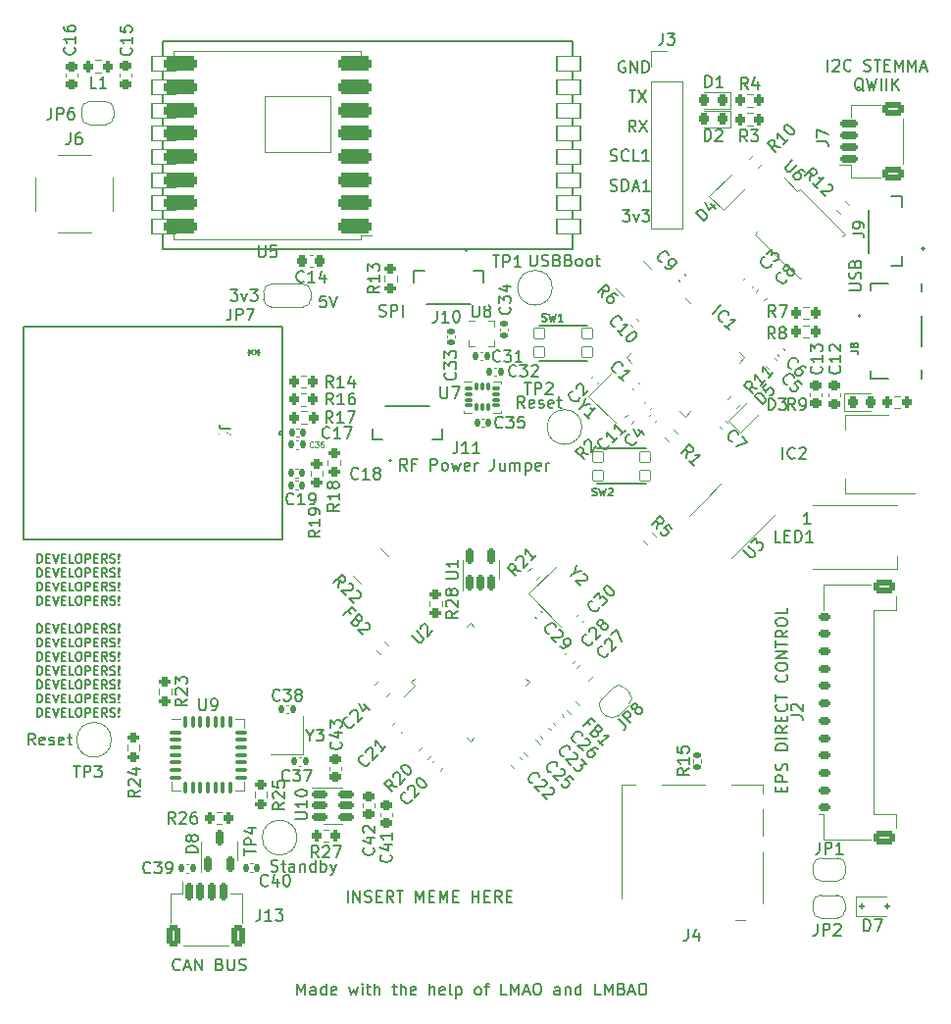
<source format=gbr>
%TF.GenerationSoftware,KiCad,Pcbnew,7.0.5*%
%TF.CreationDate,2023-08-02T13:43:56-07:00*%
%TF.ProjectId,flight_computer_dev_board_rfm98pw,666c6967-6874-45f6-936f-6d7075746572,rev?*%
%TF.SameCoordinates,Original*%
%TF.FileFunction,Legend,Top*%
%TF.FilePolarity,Positive*%
%FSLAX46Y46*%
G04 Gerber Fmt 4.6, Leading zero omitted, Abs format (unit mm)*
G04 Created by KiCad (PCBNEW 7.0.5) date 2023-08-02 13:43:56*
%MOMM*%
%LPD*%
G01*
G04 APERTURE LIST*
G04 Aperture macros list*
%AMRoundRect*
0 Rectangle with rounded corners*
0 $1 Rounding radius*
0 $2 $3 $4 $5 $6 $7 $8 $9 X,Y pos of 4 corners*
0 Add a 4 corners polygon primitive as box body*
4,1,4,$2,$3,$4,$5,$6,$7,$8,$9,$2,$3,0*
0 Add four circle primitives for the rounded corners*
1,1,$1+$1,$2,$3*
1,1,$1+$1,$4,$5*
1,1,$1+$1,$6,$7*
1,1,$1+$1,$8,$9*
0 Add four rect primitives between the rounded corners*
20,1,$1+$1,$2,$3,$4,$5,0*
20,1,$1+$1,$4,$5,$6,$7,0*
20,1,$1+$1,$6,$7,$8,$9,0*
20,1,$1+$1,$8,$9,$2,$3,0*%
%AMRotRect*
0 Rectangle, with rotation*
0 The origin of the aperture is its center*
0 $1 length*
0 $2 width*
0 $3 Rotation angle, in degrees counterclockwise*
0 Add horizontal line*
21,1,$1,$2,0,0,$3*%
%AMFreePoly0*
4,1,19,0.499999,-0.750000,0.000000,-0.750000,0.000000,-0.744912,-0.071157,-0.744911,-0.207708,-0.704816,-0.327430,-0.627875,-0.420627,-0.520320,-0.479746,-0.390866,-0.500000,-0.250000,-0.500000,0.250000,-0.479746,0.390866,-0.420627,0.520320,-0.327430,0.627875,-0.207708,0.704816,-0.071157,0.744911,0.000000,0.744912,0.000000,0.750000,0.499999,0.750000,0.499999,-0.750000,0.499999,-0.750000,
$1*%
%AMFreePoly1*
4,1,19,0.000000,0.744912,0.071157,0.744911,0.207708,0.704816,0.327430,0.627875,0.420627,0.520320,0.479746,0.390866,0.500000,0.250000,0.500000,-0.250000,0.479746,-0.390866,0.420627,-0.520320,0.327430,-0.627875,0.207708,-0.704816,0.071157,-0.744911,0.000000,-0.744912,0.000000,-0.750000,-0.499999,-0.750000,-0.499999,0.750000,0.000000,0.750000,0.000000,0.744912,0.000000,0.744912,
$1*%
%AMFreePoly2*
4,1,19,0.550000,-0.750000,0.000000,-0.750000,0.000000,-0.744911,-0.071157,-0.744911,-0.207708,-0.704816,-0.327430,-0.627875,-0.420627,-0.520320,-0.479746,-0.390866,-0.500000,-0.250000,-0.500000,0.250000,-0.479746,0.390866,-0.420627,0.520320,-0.327430,0.627875,-0.207708,0.704816,-0.071157,0.744911,0.000000,0.744911,0.000000,0.750000,0.550000,0.750000,0.550000,-0.750000,0.550000,-0.750000,
$1*%
%AMFreePoly3*
4,1,19,0.000000,0.744911,0.071157,0.744911,0.207708,0.704816,0.327430,0.627875,0.420627,0.520320,0.479746,0.390866,0.500000,0.250000,0.500000,-0.250000,0.479746,-0.390866,0.420627,-0.520320,0.327430,-0.627875,0.207708,-0.704816,0.071157,-0.744911,0.000000,-0.744911,0.000000,-0.750000,-0.550000,-0.750000,-0.550000,0.750000,0.000000,0.750000,0.000000,0.744911,0.000000,0.744911,
$1*%
G04 Aperture macros list end*
%ADD10C,0.150000*%
%ADD11C,0.146304*%
%ADD12C,0.125000*%
%ADD13C,0.120000*%
%ADD14C,0.200000*%
%ADD15C,0.127000*%
%ADD16C,0.203200*%
%ADD17C,0.152400*%
%ADD18C,0.500000*%
%ADD19C,0.250000*%
%ADD20RoundRect,0.075000X-0.437500X-0.075000X0.437500X-0.075000X0.437500X0.075000X-0.437500X0.075000X0*%
%ADD21RoundRect,0.075000X-0.075000X-0.437500X0.075000X-0.437500X0.075000X0.437500X-0.075000X0.437500X0*%
%ADD22R,4.250000X4.250000*%
%ADD23RoundRect,0.200000X-0.275000X0.200000X-0.275000X-0.200000X0.275000X-0.200000X0.275000X0.200000X0*%
%ADD24FreePoly0,225.000000*%
%ADD25FreePoly1,225.000000*%
%ADD26RoundRect,0.140000X0.140000X0.170000X-0.140000X0.170000X-0.140000X-0.170000X0.140000X-0.170000X0*%
%ADD27RoundRect,0.140000X-0.140000X-0.170000X0.140000X-0.170000X0.140000X0.170000X-0.140000X0.170000X0*%
%ADD28R,1.000000X1.150000*%
%ADD29RoundRect,0.150000X-0.512500X-0.150000X0.512500X-0.150000X0.512500X0.150000X-0.512500X0.150000X0*%
%ADD30C,2.000000*%
%ADD31RoundRect,0.200000X0.200000X0.275000X-0.200000X0.275000X-0.200000X-0.275000X0.200000X-0.275000X0*%
%ADD32RoundRect,0.200000X-0.200000X-0.275000X0.200000X-0.275000X0.200000X0.275000X-0.200000X0.275000X0*%
%ADD33RoundRect,0.200000X0.275000X-0.200000X0.275000X0.200000X-0.275000X0.200000X-0.275000X-0.200000X0*%
%ADD34FreePoly2,180.000000*%
%ADD35R,1.000000X1.500000*%
%ADD36FreePoly3,180.000000*%
%ADD37RoundRect,0.150000X-0.150000X-0.625000X0.150000X-0.625000X0.150000X0.625000X-0.150000X0.625000X0*%
%ADD38RoundRect,0.250000X-0.350000X-0.650000X0.350000X-0.650000X0.350000X0.650000X-0.350000X0.650000X0*%
%ADD39R,0.600000X1.550000*%
%ADD40R,1.200000X1.800000*%
%ADD41RoundRect,0.150000X0.150000X-0.512500X0.150000X0.512500X-0.150000X0.512500X-0.150000X-0.512500X0*%
%ADD42RoundRect,0.225000X-0.250000X0.225000X-0.250000X-0.225000X0.250000X-0.225000X0.250000X0.225000X0*%
%ADD43RoundRect,0.225000X0.250000X-0.225000X0.250000X0.225000X-0.250000X0.225000X-0.250000X-0.225000X0*%
%ADD44RoundRect,0.218750X0.026517X-0.335876X0.335876X-0.026517X-0.026517X0.335876X-0.335876X0.026517X0*%
%ADD45RotRect,0.800000X0.500000X135.000000*%
%ADD46RotRect,0.800000X0.400000X135.000000*%
%ADD47RoundRect,0.140000X-0.021213X0.219203X-0.219203X0.021213X0.021213X-0.219203X0.219203X-0.021213X0*%
%ADD48RoundRect,0.135000X0.185000X-0.135000X0.185000X0.135000X-0.185000X0.135000X-0.185000X-0.135000X0*%
%ADD49C,2.050000*%
%ADD50C,2.250000*%
%ADD51R,2.000000X1.500000*%
%ADD52R,2.000000X3.800000*%
%ADD53R,1.550000X0.600000*%
%ADD54R,1.800000X1.200000*%
%ADD55RoundRect,0.250000X0.159099X-0.512652X0.512652X-0.159099X-0.159099X0.512652X-0.512652X0.159099X0*%
%ADD56RoundRect,0.140000X0.021213X-0.219203X0.219203X-0.021213X-0.021213X0.219203X-0.219203X0.021213X0*%
%ADD57RoundRect,0.250000X0.512652X0.159099X0.159099X0.512652X-0.512652X-0.159099X-0.159099X-0.512652X0*%
%ADD58RoundRect,0.218750X0.218750X0.256250X-0.218750X0.256250X-0.218750X-0.256250X0.218750X-0.256250X0*%
%ADD59RoundRect,0.200000X-0.335876X-0.053033X-0.053033X-0.335876X0.335876X0.053033X0.053033X0.335876X0*%
%ADD60RoundRect,0.218750X-0.218750X-0.256250X0.218750X-0.256250X0.218750X0.256250X-0.218750X0.256250X0*%
%ADD61RoundRect,0.225000X-0.017678X0.335876X-0.335876X0.017678X0.017678X-0.335876X0.335876X-0.017678X0*%
%ADD62RoundRect,0.050800X-0.450000X-0.450000X0.450000X-0.450000X0.450000X0.450000X-0.450000X0.450000X0*%
%ADD63RoundRect,0.140000X-0.170000X0.140000X-0.170000X-0.140000X0.170000X-0.140000X0.170000X0.140000X0*%
%ADD64RoundRect,0.225000X0.017678X-0.335876X0.335876X-0.017678X-0.017678X0.335876X-0.335876X0.017678X0*%
%ADD65RotRect,1.400000X1.200000X315.000000*%
%ADD66RoundRect,0.135000X-0.035355X0.226274X-0.226274X0.035355X0.035355X-0.226274X0.226274X-0.035355X0*%
%ADD67RoundRect,0.225000X-0.335876X-0.017678X-0.017678X-0.335876X0.335876X0.017678X0.017678X0.335876X0*%
%ADD68RoundRect,0.200000X0.053033X-0.335876X0.335876X-0.053033X-0.053033X0.335876X-0.335876X0.053033X0*%
%ADD69RotRect,1.150000X1.000000X315.000000*%
%ADD70RoundRect,0.140000X0.219203X0.021213X0.021213X0.219203X-0.219203X-0.021213X-0.021213X-0.219203X0*%
%ADD71FreePoly0,0.000000*%
%ADD72FreePoly1,0.000000*%
%ADD73C,5.000000*%
%ADD74RoundRect,0.200000X0.335876X0.053033X0.053033X0.335876X-0.335876X-0.053033X-0.053033X-0.335876X0*%
%ADD75RoundRect,0.063500X1.000000X0.650000X-1.000000X0.650000X-1.000000X-0.650000X1.000000X-0.650000X0*%
%ADD76RoundRect,0.063500X2.849999X2.400000X-2.849999X2.400000X-2.849999X-2.400000X2.849999X-2.400000X0*%
%ADD77RoundRect,0.087500X-0.225000X-0.087500X0.225000X-0.087500X0.225000X0.087500X-0.225000X0.087500X0*%
%ADD78RoundRect,0.087500X-0.087500X-0.225000X0.087500X-0.225000X0.087500X0.225000X-0.087500X0.225000X0*%
%ADD79RoundRect,0.150000X-0.565685X0.353553X0.353553X-0.565685X0.565685X-0.353553X-0.353553X0.565685X0*%
%ADD80RoundRect,0.140000X-0.219203X-0.021213X-0.021213X-0.219203X0.219203X0.021213X0.021213X0.219203X0*%
%ADD81R,1.500000X0.900000*%
%ADD82RoundRect,0.125000X-0.125000X-0.125000X0.125000X-0.125000X0.125000X0.125000X-0.125000X0.125000X0*%
%ADD83RoundRect,0.125000X0.000000X-0.176777X0.176777X0.000000X0.000000X0.176777X-0.176777X0.000000X0*%
%ADD84R,0.850000X1.100000*%
%ADD85R,0.750000X1.100000*%
%ADD86R,1.200000X1.000000*%
%ADD87R,1.550000X1.350000*%
%ADD88R,1.900000X1.350000*%
%ADD89R,1.170000X1.800000*%
%ADD90RoundRect,0.150000X0.625000X-0.150000X0.625000X0.150000X-0.625000X0.150000X-0.625000X-0.150000X0*%
%ADD91RoundRect,0.250000X0.650000X-0.350000X0.650000X0.350000X-0.650000X0.350000X-0.650000X-0.350000X0*%
%ADD92RoundRect,0.050000X-0.309359X0.238649X0.238649X-0.309359X0.309359X-0.238649X-0.238649X0.309359X0*%
%ADD93RoundRect,0.050000X-0.309359X-0.238649X-0.238649X-0.309359X0.309359X0.238649X0.238649X0.309359X0*%
%ADD94RotRect,3.200000X3.200000X315.000000*%
%ADD95RoundRect,0.317500X1.157500X0.317500X-1.157500X0.317500X-1.157500X-0.317500X1.157500X-0.317500X0*%
%ADD96R,0.375000X0.350000*%
%ADD97R,0.350000X0.375000*%
%ADD98RoundRect,0.225000X0.225000X0.250000X-0.225000X0.250000X-0.225000X-0.250000X0.225000X-0.250000X0*%
%ADD99RoundRect,0.150000X0.350000X-0.150000X0.350000X0.150000X-0.350000X0.150000X-0.350000X-0.150000X0*%
%ADD100RoundRect,0.250000X0.650000X-0.375000X0.650000X0.375000X-0.650000X0.375000X-0.650000X-0.375000X0*%
%ADD101RoundRect,0.150000X0.406586X0.618718X-0.618718X-0.406586X-0.406586X-0.618718X0.618718X0.406586X0*%
%ADD102RoundRect,0.200000X-0.053033X0.335876X-0.335876X0.053033X0.053033X-0.335876X0.335876X-0.053033X0*%
%ADD103RoundRect,0.225000X0.335876X0.017678X0.017678X0.335876X-0.335876X-0.017678X-0.017678X-0.335876X0*%
%ADD104R,1.380000X0.450000*%
%ADD105O,2.416000X1.208000*%
%ADD106R,2.100000X1.475000*%
%ADD107R,1.900000X1.375000*%
%ADD108RoundRect,0.075000X-0.415425X-0.521491X0.521491X0.415425X0.415425X0.521491X-0.521491X-0.415425X0*%
%ADD109RoundRect,0.075000X0.415425X-0.521491X0.521491X-0.415425X-0.415425X0.521491X-0.521491X0.415425X0*%
%ADD110R,1.700000X1.700000*%
%ADD111O,1.700000X1.700000*%
%ADD112C,1.000000*%
%ADD113C,2.108200*%
%ADD114C,1.397000*%
%ADD115C,3.251200*%
G04 APERTURE END LIST*
D10*
X214236009Y-122823220D02*
X214236009Y-122489887D01*
X214759819Y-122347030D02*
X214759819Y-122823220D01*
X214759819Y-122823220D02*
X213759819Y-122823220D01*
X213759819Y-122823220D02*
X213759819Y-122347030D01*
X214759819Y-121918458D02*
X213759819Y-121918458D01*
X213759819Y-121918458D02*
X213759819Y-121537506D01*
X213759819Y-121537506D02*
X213807438Y-121442268D01*
X213807438Y-121442268D02*
X213855057Y-121394649D01*
X213855057Y-121394649D02*
X213950295Y-121347030D01*
X213950295Y-121347030D02*
X214093152Y-121347030D01*
X214093152Y-121347030D02*
X214188390Y-121394649D01*
X214188390Y-121394649D02*
X214236009Y-121442268D01*
X214236009Y-121442268D02*
X214283628Y-121537506D01*
X214283628Y-121537506D02*
X214283628Y-121918458D01*
X214712200Y-120966077D02*
X214759819Y-120823220D01*
X214759819Y-120823220D02*
X214759819Y-120585125D01*
X214759819Y-120585125D02*
X214712200Y-120489887D01*
X214712200Y-120489887D02*
X214664580Y-120442268D01*
X214664580Y-120442268D02*
X214569342Y-120394649D01*
X214569342Y-120394649D02*
X214474104Y-120394649D01*
X214474104Y-120394649D02*
X214378866Y-120442268D01*
X214378866Y-120442268D02*
X214331247Y-120489887D01*
X214331247Y-120489887D02*
X214283628Y-120585125D01*
X214283628Y-120585125D02*
X214236009Y-120775601D01*
X214236009Y-120775601D02*
X214188390Y-120870839D01*
X214188390Y-120870839D02*
X214140771Y-120918458D01*
X214140771Y-120918458D02*
X214045533Y-120966077D01*
X214045533Y-120966077D02*
X213950295Y-120966077D01*
X213950295Y-120966077D02*
X213855057Y-120918458D01*
X213855057Y-120918458D02*
X213807438Y-120870839D01*
X213807438Y-120870839D02*
X213759819Y-120775601D01*
X213759819Y-120775601D02*
X213759819Y-120537506D01*
X213759819Y-120537506D02*
X213807438Y-120394649D01*
X214759819Y-119204172D02*
X213759819Y-119204172D01*
X213759819Y-119204172D02*
X213759819Y-118966077D01*
X213759819Y-118966077D02*
X213807438Y-118823220D01*
X213807438Y-118823220D02*
X213902676Y-118727982D01*
X213902676Y-118727982D02*
X213997914Y-118680363D01*
X213997914Y-118680363D02*
X214188390Y-118632744D01*
X214188390Y-118632744D02*
X214331247Y-118632744D01*
X214331247Y-118632744D02*
X214521723Y-118680363D01*
X214521723Y-118680363D02*
X214616961Y-118727982D01*
X214616961Y-118727982D02*
X214712200Y-118823220D01*
X214712200Y-118823220D02*
X214759819Y-118966077D01*
X214759819Y-118966077D02*
X214759819Y-119204172D01*
X214759819Y-118204172D02*
X213759819Y-118204172D01*
X214759819Y-117156554D02*
X214283628Y-117489887D01*
X214759819Y-117727982D02*
X213759819Y-117727982D01*
X213759819Y-117727982D02*
X213759819Y-117347030D01*
X213759819Y-117347030D02*
X213807438Y-117251792D01*
X213807438Y-117251792D02*
X213855057Y-117204173D01*
X213855057Y-117204173D02*
X213950295Y-117156554D01*
X213950295Y-117156554D02*
X214093152Y-117156554D01*
X214093152Y-117156554D02*
X214188390Y-117204173D01*
X214188390Y-117204173D02*
X214236009Y-117251792D01*
X214236009Y-117251792D02*
X214283628Y-117347030D01*
X214283628Y-117347030D02*
X214283628Y-117727982D01*
X214236009Y-116727982D02*
X214236009Y-116394649D01*
X214759819Y-116251792D02*
X214759819Y-116727982D01*
X214759819Y-116727982D02*
X213759819Y-116727982D01*
X213759819Y-116727982D02*
X213759819Y-116251792D01*
X214664580Y-115251792D02*
X214712200Y-115299411D01*
X214712200Y-115299411D02*
X214759819Y-115442268D01*
X214759819Y-115442268D02*
X214759819Y-115537506D01*
X214759819Y-115537506D02*
X214712200Y-115680363D01*
X214712200Y-115680363D02*
X214616961Y-115775601D01*
X214616961Y-115775601D02*
X214521723Y-115823220D01*
X214521723Y-115823220D02*
X214331247Y-115870839D01*
X214331247Y-115870839D02*
X214188390Y-115870839D01*
X214188390Y-115870839D02*
X213997914Y-115823220D01*
X213997914Y-115823220D02*
X213902676Y-115775601D01*
X213902676Y-115775601D02*
X213807438Y-115680363D01*
X213807438Y-115680363D02*
X213759819Y-115537506D01*
X213759819Y-115537506D02*
X213759819Y-115442268D01*
X213759819Y-115442268D02*
X213807438Y-115299411D01*
X213807438Y-115299411D02*
X213855057Y-115251792D01*
X213759819Y-114966077D02*
X213759819Y-114394649D01*
X214759819Y-114680363D02*
X213759819Y-114680363D01*
X214664580Y-112727982D02*
X214712200Y-112775601D01*
X214712200Y-112775601D02*
X214759819Y-112918458D01*
X214759819Y-112918458D02*
X214759819Y-113013696D01*
X214759819Y-113013696D02*
X214712200Y-113156553D01*
X214712200Y-113156553D02*
X214616961Y-113251791D01*
X214616961Y-113251791D02*
X214521723Y-113299410D01*
X214521723Y-113299410D02*
X214331247Y-113347029D01*
X214331247Y-113347029D02*
X214188390Y-113347029D01*
X214188390Y-113347029D02*
X213997914Y-113299410D01*
X213997914Y-113299410D02*
X213902676Y-113251791D01*
X213902676Y-113251791D02*
X213807438Y-113156553D01*
X213807438Y-113156553D02*
X213759819Y-113013696D01*
X213759819Y-113013696D02*
X213759819Y-112918458D01*
X213759819Y-112918458D02*
X213807438Y-112775601D01*
X213807438Y-112775601D02*
X213855057Y-112727982D01*
X213759819Y-112108934D02*
X213759819Y-111918458D01*
X213759819Y-111918458D02*
X213807438Y-111823220D01*
X213807438Y-111823220D02*
X213902676Y-111727982D01*
X213902676Y-111727982D02*
X214093152Y-111680363D01*
X214093152Y-111680363D02*
X214426485Y-111680363D01*
X214426485Y-111680363D02*
X214616961Y-111727982D01*
X214616961Y-111727982D02*
X214712200Y-111823220D01*
X214712200Y-111823220D02*
X214759819Y-111918458D01*
X214759819Y-111918458D02*
X214759819Y-112108934D01*
X214759819Y-112108934D02*
X214712200Y-112204172D01*
X214712200Y-112204172D02*
X214616961Y-112299410D01*
X214616961Y-112299410D02*
X214426485Y-112347029D01*
X214426485Y-112347029D02*
X214093152Y-112347029D01*
X214093152Y-112347029D02*
X213902676Y-112299410D01*
X213902676Y-112299410D02*
X213807438Y-112204172D01*
X213807438Y-112204172D02*
X213759819Y-112108934D01*
X214759819Y-111251791D02*
X213759819Y-111251791D01*
X213759819Y-111251791D02*
X214759819Y-110680363D01*
X214759819Y-110680363D02*
X213759819Y-110680363D01*
X213759819Y-110347029D02*
X213759819Y-109775601D01*
X214759819Y-110061315D02*
X213759819Y-110061315D01*
X214759819Y-108870839D02*
X214283628Y-109204172D01*
X214759819Y-109442267D02*
X213759819Y-109442267D01*
X213759819Y-109442267D02*
X213759819Y-109061315D01*
X213759819Y-109061315D02*
X213807438Y-108966077D01*
X213807438Y-108966077D02*
X213855057Y-108918458D01*
X213855057Y-108918458D02*
X213950295Y-108870839D01*
X213950295Y-108870839D02*
X214093152Y-108870839D01*
X214093152Y-108870839D02*
X214188390Y-108918458D01*
X214188390Y-108918458D02*
X214236009Y-108966077D01*
X214236009Y-108966077D02*
X214283628Y-109061315D01*
X214283628Y-109061315D02*
X214283628Y-109442267D01*
X213759819Y-108251791D02*
X213759819Y-108061315D01*
X213759819Y-108061315D02*
X213807438Y-107966077D01*
X213807438Y-107966077D02*
X213902676Y-107870839D01*
X213902676Y-107870839D02*
X214093152Y-107823220D01*
X214093152Y-107823220D02*
X214426485Y-107823220D01*
X214426485Y-107823220D02*
X214616961Y-107870839D01*
X214616961Y-107870839D02*
X214712200Y-107966077D01*
X214712200Y-107966077D02*
X214759819Y-108061315D01*
X214759819Y-108061315D02*
X214759819Y-108251791D01*
X214759819Y-108251791D02*
X214712200Y-108347029D01*
X214712200Y-108347029D02*
X214616961Y-108442267D01*
X214616961Y-108442267D02*
X214426485Y-108489886D01*
X214426485Y-108489886D02*
X214093152Y-108489886D01*
X214093152Y-108489886D02*
X213902676Y-108442267D01*
X213902676Y-108442267D02*
X213807438Y-108347029D01*
X213807438Y-108347029D02*
X213759819Y-108251791D01*
X214759819Y-106918458D02*
X214759819Y-107394648D01*
X214759819Y-107394648D02*
X213759819Y-107394648D01*
X162308207Y-138134580D02*
X162260588Y-138182200D01*
X162260588Y-138182200D02*
X162117731Y-138229819D01*
X162117731Y-138229819D02*
X162022493Y-138229819D01*
X162022493Y-138229819D02*
X161879636Y-138182200D01*
X161879636Y-138182200D02*
X161784398Y-138086961D01*
X161784398Y-138086961D02*
X161736779Y-137991723D01*
X161736779Y-137991723D02*
X161689160Y-137801247D01*
X161689160Y-137801247D02*
X161689160Y-137658390D01*
X161689160Y-137658390D02*
X161736779Y-137467914D01*
X161736779Y-137467914D02*
X161784398Y-137372676D01*
X161784398Y-137372676D02*
X161879636Y-137277438D01*
X161879636Y-137277438D02*
X162022493Y-137229819D01*
X162022493Y-137229819D02*
X162117731Y-137229819D01*
X162117731Y-137229819D02*
X162260588Y-137277438D01*
X162260588Y-137277438D02*
X162308207Y-137325057D01*
X162689160Y-137944104D02*
X163165350Y-137944104D01*
X162593922Y-138229819D02*
X162927255Y-137229819D01*
X162927255Y-137229819D02*
X163260588Y-138229819D01*
X163593922Y-138229819D02*
X163593922Y-137229819D01*
X163593922Y-137229819D02*
X164165350Y-138229819D01*
X164165350Y-138229819D02*
X164165350Y-137229819D01*
X165736779Y-137706009D02*
X165879636Y-137753628D01*
X165879636Y-137753628D02*
X165927255Y-137801247D01*
X165927255Y-137801247D02*
X165974874Y-137896485D01*
X165974874Y-137896485D02*
X165974874Y-138039342D01*
X165974874Y-138039342D02*
X165927255Y-138134580D01*
X165927255Y-138134580D02*
X165879636Y-138182200D01*
X165879636Y-138182200D02*
X165784398Y-138229819D01*
X165784398Y-138229819D02*
X165403446Y-138229819D01*
X165403446Y-138229819D02*
X165403446Y-137229819D01*
X165403446Y-137229819D02*
X165736779Y-137229819D01*
X165736779Y-137229819D02*
X165832017Y-137277438D01*
X165832017Y-137277438D02*
X165879636Y-137325057D01*
X165879636Y-137325057D02*
X165927255Y-137420295D01*
X165927255Y-137420295D02*
X165927255Y-137515533D01*
X165927255Y-137515533D02*
X165879636Y-137610771D01*
X165879636Y-137610771D02*
X165832017Y-137658390D01*
X165832017Y-137658390D02*
X165736779Y-137706009D01*
X165736779Y-137706009D02*
X165403446Y-137706009D01*
X166403446Y-137229819D02*
X166403446Y-138039342D01*
X166403446Y-138039342D02*
X166451065Y-138134580D01*
X166451065Y-138134580D02*
X166498684Y-138182200D01*
X166498684Y-138182200D02*
X166593922Y-138229819D01*
X166593922Y-138229819D02*
X166784398Y-138229819D01*
X166784398Y-138229819D02*
X166879636Y-138182200D01*
X166879636Y-138182200D02*
X166927255Y-138134580D01*
X166927255Y-138134580D02*
X166974874Y-138039342D01*
X166974874Y-138039342D02*
X166974874Y-137229819D01*
X167403446Y-138182200D02*
X167546303Y-138229819D01*
X167546303Y-138229819D02*
X167784398Y-138229819D01*
X167784398Y-138229819D02*
X167879636Y-138182200D01*
X167879636Y-138182200D02*
X167927255Y-138134580D01*
X167927255Y-138134580D02*
X167974874Y-138039342D01*
X167974874Y-138039342D02*
X167974874Y-137944104D01*
X167974874Y-137944104D02*
X167927255Y-137848866D01*
X167927255Y-137848866D02*
X167879636Y-137801247D01*
X167879636Y-137801247D02*
X167784398Y-137753628D01*
X167784398Y-137753628D02*
X167593922Y-137706009D01*
X167593922Y-137706009D02*
X167498684Y-137658390D01*
X167498684Y-137658390D02*
X167451065Y-137610771D01*
X167451065Y-137610771D02*
X167403446Y-137515533D01*
X167403446Y-137515533D02*
X167403446Y-137420295D01*
X167403446Y-137420295D02*
X167451065Y-137325057D01*
X167451065Y-137325057D02*
X167498684Y-137277438D01*
X167498684Y-137277438D02*
X167593922Y-137229819D01*
X167593922Y-137229819D02*
X167832017Y-137229819D01*
X167832017Y-137229819D02*
X167974874Y-137277438D01*
X181908207Y-95069819D02*
X181574874Y-94593628D01*
X181336779Y-95069819D02*
X181336779Y-94069819D01*
X181336779Y-94069819D02*
X181717731Y-94069819D01*
X181717731Y-94069819D02*
X181812969Y-94117438D01*
X181812969Y-94117438D02*
X181860588Y-94165057D01*
X181860588Y-94165057D02*
X181908207Y-94260295D01*
X181908207Y-94260295D02*
X181908207Y-94403152D01*
X181908207Y-94403152D02*
X181860588Y-94498390D01*
X181860588Y-94498390D02*
X181812969Y-94546009D01*
X181812969Y-94546009D02*
X181717731Y-94593628D01*
X181717731Y-94593628D02*
X181336779Y-94593628D01*
X182670112Y-94546009D02*
X182336779Y-94546009D01*
X182336779Y-95069819D02*
X182336779Y-94069819D01*
X182336779Y-94069819D02*
X182812969Y-94069819D01*
X183955827Y-95069819D02*
X183955827Y-94069819D01*
X183955827Y-94069819D02*
X184336779Y-94069819D01*
X184336779Y-94069819D02*
X184432017Y-94117438D01*
X184432017Y-94117438D02*
X184479636Y-94165057D01*
X184479636Y-94165057D02*
X184527255Y-94260295D01*
X184527255Y-94260295D02*
X184527255Y-94403152D01*
X184527255Y-94403152D02*
X184479636Y-94498390D01*
X184479636Y-94498390D02*
X184432017Y-94546009D01*
X184432017Y-94546009D02*
X184336779Y-94593628D01*
X184336779Y-94593628D02*
X183955827Y-94593628D01*
X185098684Y-95069819D02*
X185003446Y-95022200D01*
X185003446Y-95022200D02*
X184955827Y-94974580D01*
X184955827Y-94974580D02*
X184908208Y-94879342D01*
X184908208Y-94879342D02*
X184908208Y-94593628D01*
X184908208Y-94593628D02*
X184955827Y-94498390D01*
X184955827Y-94498390D02*
X185003446Y-94450771D01*
X185003446Y-94450771D02*
X185098684Y-94403152D01*
X185098684Y-94403152D02*
X185241541Y-94403152D01*
X185241541Y-94403152D02*
X185336779Y-94450771D01*
X185336779Y-94450771D02*
X185384398Y-94498390D01*
X185384398Y-94498390D02*
X185432017Y-94593628D01*
X185432017Y-94593628D02*
X185432017Y-94879342D01*
X185432017Y-94879342D02*
X185384398Y-94974580D01*
X185384398Y-94974580D02*
X185336779Y-95022200D01*
X185336779Y-95022200D02*
X185241541Y-95069819D01*
X185241541Y-95069819D02*
X185098684Y-95069819D01*
X185765351Y-94403152D02*
X185955827Y-95069819D01*
X185955827Y-95069819D02*
X186146303Y-94593628D01*
X186146303Y-94593628D02*
X186336779Y-95069819D01*
X186336779Y-95069819D02*
X186527255Y-94403152D01*
X187289160Y-95022200D02*
X187193922Y-95069819D01*
X187193922Y-95069819D02*
X187003446Y-95069819D01*
X187003446Y-95069819D02*
X186908208Y-95022200D01*
X186908208Y-95022200D02*
X186860589Y-94926961D01*
X186860589Y-94926961D02*
X186860589Y-94546009D01*
X186860589Y-94546009D02*
X186908208Y-94450771D01*
X186908208Y-94450771D02*
X187003446Y-94403152D01*
X187003446Y-94403152D02*
X187193922Y-94403152D01*
X187193922Y-94403152D02*
X187289160Y-94450771D01*
X187289160Y-94450771D02*
X187336779Y-94546009D01*
X187336779Y-94546009D02*
X187336779Y-94641247D01*
X187336779Y-94641247D02*
X186860589Y-94736485D01*
X187765351Y-95069819D02*
X187765351Y-94403152D01*
X187765351Y-94593628D02*
X187812970Y-94498390D01*
X187812970Y-94498390D02*
X187860589Y-94450771D01*
X187860589Y-94450771D02*
X187955827Y-94403152D01*
X187955827Y-94403152D02*
X188051065Y-94403152D01*
X189432018Y-94069819D02*
X189432018Y-94784104D01*
X189432018Y-94784104D02*
X189384399Y-94926961D01*
X189384399Y-94926961D02*
X189289161Y-95022200D01*
X189289161Y-95022200D02*
X189146304Y-95069819D01*
X189146304Y-95069819D02*
X189051066Y-95069819D01*
X190336780Y-94403152D02*
X190336780Y-95069819D01*
X189908209Y-94403152D02*
X189908209Y-94926961D01*
X189908209Y-94926961D02*
X189955828Y-95022200D01*
X189955828Y-95022200D02*
X190051066Y-95069819D01*
X190051066Y-95069819D02*
X190193923Y-95069819D01*
X190193923Y-95069819D02*
X190289161Y-95022200D01*
X190289161Y-95022200D02*
X190336780Y-94974580D01*
X190812971Y-95069819D02*
X190812971Y-94403152D01*
X190812971Y-94498390D02*
X190860590Y-94450771D01*
X190860590Y-94450771D02*
X190955828Y-94403152D01*
X190955828Y-94403152D02*
X191098685Y-94403152D01*
X191098685Y-94403152D02*
X191193923Y-94450771D01*
X191193923Y-94450771D02*
X191241542Y-94546009D01*
X191241542Y-94546009D02*
X191241542Y-95069819D01*
X191241542Y-94546009D02*
X191289161Y-94450771D01*
X191289161Y-94450771D02*
X191384399Y-94403152D01*
X191384399Y-94403152D02*
X191527256Y-94403152D01*
X191527256Y-94403152D02*
X191622495Y-94450771D01*
X191622495Y-94450771D02*
X191670114Y-94546009D01*
X191670114Y-94546009D02*
X191670114Y-95069819D01*
X192146304Y-94403152D02*
X192146304Y-95403152D01*
X192146304Y-94450771D02*
X192241542Y-94403152D01*
X192241542Y-94403152D02*
X192432018Y-94403152D01*
X192432018Y-94403152D02*
X192527256Y-94450771D01*
X192527256Y-94450771D02*
X192574875Y-94498390D01*
X192574875Y-94498390D02*
X192622494Y-94593628D01*
X192622494Y-94593628D02*
X192622494Y-94879342D01*
X192622494Y-94879342D02*
X192574875Y-94974580D01*
X192574875Y-94974580D02*
X192527256Y-95022200D01*
X192527256Y-95022200D02*
X192432018Y-95069819D01*
X192432018Y-95069819D02*
X192241542Y-95069819D01*
X192241542Y-95069819D02*
X192146304Y-95022200D01*
X193432018Y-95022200D02*
X193336780Y-95069819D01*
X193336780Y-95069819D02*
X193146304Y-95069819D01*
X193146304Y-95069819D02*
X193051066Y-95022200D01*
X193051066Y-95022200D02*
X193003447Y-94926961D01*
X193003447Y-94926961D02*
X193003447Y-94546009D01*
X193003447Y-94546009D02*
X193051066Y-94450771D01*
X193051066Y-94450771D02*
X193146304Y-94403152D01*
X193146304Y-94403152D02*
X193336780Y-94403152D01*
X193336780Y-94403152D02*
X193432018Y-94450771D01*
X193432018Y-94450771D02*
X193479637Y-94546009D01*
X193479637Y-94546009D02*
X193479637Y-94641247D01*
X193479637Y-94641247D02*
X193003447Y-94736485D01*
X193908209Y-95069819D02*
X193908209Y-94403152D01*
X193908209Y-94593628D02*
X193955828Y-94498390D01*
X193955828Y-94498390D02*
X194003447Y-94450771D01*
X194003447Y-94450771D02*
X194098685Y-94403152D01*
X194098685Y-94403152D02*
X194193923Y-94403152D01*
X220119819Y-79533220D02*
X220929342Y-79533220D01*
X220929342Y-79533220D02*
X221024580Y-79485601D01*
X221024580Y-79485601D02*
X221072200Y-79437982D01*
X221072200Y-79437982D02*
X221119819Y-79342744D01*
X221119819Y-79342744D02*
X221119819Y-79152268D01*
X221119819Y-79152268D02*
X221072200Y-79057030D01*
X221072200Y-79057030D02*
X221024580Y-79009411D01*
X221024580Y-79009411D02*
X220929342Y-78961792D01*
X220929342Y-78961792D02*
X220119819Y-78961792D01*
X221072200Y-78533220D02*
X221119819Y-78390363D01*
X221119819Y-78390363D02*
X221119819Y-78152268D01*
X221119819Y-78152268D02*
X221072200Y-78057030D01*
X221072200Y-78057030D02*
X221024580Y-78009411D01*
X221024580Y-78009411D02*
X220929342Y-77961792D01*
X220929342Y-77961792D02*
X220834104Y-77961792D01*
X220834104Y-77961792D02*
X220738866Y-78009411D01*
X220738866Y-78009411D02*
X220691247Y-78057030D01*
X220691247Y-78057030D02*
X220643628Y-78152268D01*
X220643628Y-78152268D02*
X220596009Y-78342744D01*
X220596009Y-78342744D02*
X220548390Y-78437982D01*
X220548390Y-78437982D02*
X220500771Y-78485601D01*
X220500771Y-78485601D02*
X220405533Y-78533220D01*
X220405533Y-78533220D02*
X220310295Y-78533220D01*
X220310295Y-78533220D02*
X220215057Y-78485601D01*
X220215057Y-78485601D02*
X220167438Y-78437982D01*
X220167438Y-78437982D02*
X220119819Y-78342744D01*
X220119819Y-78342744D02*
X220119819Y-78104649D01*
X220119819Y-78104649D02*
X220167438Y-77961792D01*
X220596009Y-77199887D02*
X220643628Y-77057030D01*
X220643628Y-77057030D02*
X220691247Y-77009411D01*
X220691247Y-77009411D02*
X220786485Y-76961792D01*
X220786485Y-76961792D02*
X220929342Y-76961792D01*
X220929342Y-76961792D02*
X221024580Y-77009411D01*
X221024580Y-77009411D02*
X221072200Y-77057030D01*
X221072200Y-77057030D02*
X221119819Y-77152268D01*
X221119819Y-77152268D02*
X221119819Y-77533220D01*
X221119819Y-77533220D02*
X220119819Y-77533220D01*
X220119819Y-77533220D02*
X220119819Y-77199887D01*
X220119819Y-77199887D02*
X220167438Y-77104649D01*
X220167438Y-77104649D02*
X220215057Y-77057030D01*
X220215057Y-77057030D02*
X220310295Y-77009411D01*
X220310295Y-77009411D02*
X220405533Y-77009411D01*
X220405533Y-77009411D02*
X220500771Y-77057030D01*
X220500771Y-77057030D02*
X220548390Y-77104649D01*
X220548390Y-77104649D02*
X220596009Y-77199887D01*
X220596009Y-77199887D02*
X220596009Y-77533220D01*
X218251905Y-60609819D02*
X218251905Y-59609819D01*
X218680476Y-59705057D02*
X218728095Y-59657438D01*
X218728095Y-59657438D02*
X218823333Y-59609819D01*
X218823333Y-59609819D02*
X219061428Y-59609819D01*
X219061428Y-59609819D02*
X219156666Y-59657438D01*
X219156666Y-59657438D02*
X219204285Y-59705057D01*
X219204285Y-59705057D02*
X219251904Y-59800295D01*
X219251904Y-59800295D02*
X219251904Y-59895533D01*
X219251904Y-59895533D02*
X219204285Y-60038390D01*
X219204285Y-60038390D02*
X218632857Y-60609819D01*
X218632857Y-60609819D02*
X219251904Y-60609819D01*
X220251904Y-60514580D02*
X220204285Y-60562200D01*
X220204285Y-60562200D02*
X220061428Y-60609819D01*
X220061428Y-60609819D02*
X219966190Y-60609819D01*
X219966190Y-60609819D02*
X219823333Y-60562200D01*
X219823333Y-60562200D02*
X219728095Y-60466961D01*
X219728095Y-60466961D02*
X219680476Y-60371723D01*
X219680476Y-60371723D02*
X219632857Y-60181247D01*
X219632857Y-60181247D02*
X219632857Y-60038390D01*
X219632857Y-60038390D02*
X219680476Y-59847914D01*
X219680476Y-59847914D02*
X219728095Y-59752676D01*
X219728095Y-59752676D02*
X219823333Y-59657438D01*
X219823333Y-59657438D02*
X219966190Y-59609819D01*
X219966190Y-59609819D02*
X220061428Y-59609819D01*
X220061428Y-59609819D02*
X220204285Y-59657438D01*
X220204285Y-59657438D02*
X220251904Y-59705057D01*
X221394762Y-60562200D02*
X221537619Y-60609819D01*
X221537619Y-60609819D02*
X221775714Y-60609819D01*
X221775714Y-60609819D02*
X221870952Y-60562200D01*
X221870952Y-60562200D02*
X221918571Y-60514580D01*
X221918571Y-60514580D02*
X221966190Y-60419342D01*
X221966190Y-60419342D02*
X221966190Y-60324104D01*
X221966190Y-60324104D02*
X221918571Y-60228866D01*
X221918571Y-60228866D02*
X221870952Y-60181247D01*
X221870952Y-60181247D02*
X221775714Y-60133628D01*
X221775714Y-60133628D02*
X221585238Y-60086009D01*
X221585238Y-60086009D02*
X221490000Y-60038390D01*
X221490000Y-60038390D02*
X221442381Y-59990771D01*
X221442381Y-59990771D02*
X221394762Y-59895533D01*
X221394762Y-59895533D02*
X221394762Y-59800295D01*
X221394762Y-59800295D02*
X221442381Y-59705057D01*
X221442381Y-59705057D02*
X221490000Y-59657438D01*
X221490000Y-59657438D02*
X221585238Y-59609819D01*
X221585238Y-59609819D02*
X221823333Y-59609819D01*
X221823333Y-59609819D02*
X221966190Y-59657438D01*
X222251905Y-59609819D02*
X222823333Y-59609819D01*
X222537619Y-60609819D02*
X222537619Y-59609819D01*
X223156667Y-60086009D02*
X223490000Y-60086009D01*
X223632857Y-60609819D02*
X223156667Y-60609819D01*
X223156667Y-60609819D02*
X223156667Y-59609819D01*
X223156667Y-59609819D02*
X223632857Y-59609819D01*
X224061429Y-60609819D02*
X224061429Y-59609819D01*
X224061429Y-59609819D02*
X224394762Y-60324104D01*
X224394762Y-60324104D02*
X224728095Y-59609819D01*
X224728095Y-59609819D02*
X224728095Y-60609819D01*
X225204286Y-60609819D02*
X225204286Y-59609819D01*
X225204286Y-59609819D02*
X225537619Y-60324104D01*
X225537619Y-60324104D02*
X225870952Y-59609819D01*
X225870952Y-59609819D02*
X225870952Y-60609819D01*
X226299524Y-60324104D02*
X226775714Y-60324104D01*
X226204286Y-60609819D02*
X226537619Y-59609819D01*
X226537619Y-59609819D02*
X226870952Y-60609819D01*
X221323333Y-62315057D02*
X221228095Y-62267438D01*
X221228095Y-62267438D02*
X221132857Y-62172200D01*
X221132857Y-62172200D02*
X220990000Y-62029342D01*
X220990000Y-62029342D02*
X220894762Y-61981723D01*
X220894762Y-61981723D02*
X220799524Y-61981723D01*
X220847143Y-62219819D02*
X220751905Y-62172200D01*
X220751905Y-62172200D02*
X220656667Y-62076961D01*
X220656667Y-62076961D02*
X220609048Y-61886485D01*
X220609048Y-61886485D02*
X220609048Y-61553152D01*
X220609048Y-61553152D02*
X220656667Y-61362676D01*
X220656667Y-61362676D02*
X220751905Y-61267438D01*
X220751905Y-61267438D02*
X220847143Y-61219819D01*
X220847143Y-61219819D02*
X221037619Y-61219819D01*
X221037619Y-61219819D02*
X221132857Y-61267438D01*
X221132857Y-61267438D02*
X221228095Y-61362676D01*
X221228095Y-61362676D02*
X221275714Y-61553152D01*
X221275714Y-61553152D02*
X221275714Y-61886485D01*
X221275714Y-61886485D02*
X221228095Y-62076961D01*
X221228095Y-62076961D02*
X221132857Y-62172200D01*
X221132857Y-62172200D02*
X221037619Y-62219819D01*
X221037619Y-62219819D02*
X220847143Y-62219819D01*
X221609048Y-61219819D02*
X221847143Y-62219819D01*
X221847143Y-62219819D02*
X222037619Y-61505533D01*
X222037619Y-61505533D02*
X222228095Y-62219819D01*
X222228095Y-62219819D02*
X222466191Y-61219819D01*
X222847143Y-62219819D02*
X222847143Y-61219819D01*
X223323333Y-62219819D02*
X223323333Y-61219819D01*
X223799523Y-62219819D02*
X223799523Y-61219819D01*
X224370951Y-62219819D02*
X223942380Y-61648390D01*
X224370951Y-61219819D02*
X223799523Y-61791247D01*
X179519160Y-81732200D02*
X179662017Y-81779819D01*
X179662017Y-81779819D02*
X179900112Y-81779819D01*
X179900112Y-81779819D02*
X179995350Y-81732200D01*
X179995350Y-81732200D02*
X180042969Y-81684580D01*
X180042969Y-81684580D02*
X180090588Y-81589342D01*
X180090588Y-81589342D02*
X180090588Y-81494104D01*
X180090588Y-81494104D02*
X180042969Y-81398866D01*
X180042969Y-81398866D02*
X179995350Y-81351247D01*
X179995350Y-81351247D02*
X179900112Y-81303628D01*
X179900112Y-81303628D02*
X179709636Y-81256009D01*
X179709636Y-81256009D02*
X179614398Y-81208390D01*
X179614398Y-81208390D02*
X179566779Y-81160771D01*
X179566779Y-81160771D02*
X179519160Y-81065533D01*
X179519160Y-81065533D02*
X179519160Y-80970295D01*
X179519160Y-80970295D02*
X179566779Y-80875057D01*
X179566779Y-80875057D02*
X179614398Y-80827438D01*
X179614398Y-80827438D02*
X179709636Y-80779819D01*
X179709636Y-80779819D02*
X179947731Y-80779819D01*
X179947731Y-80779819D02*
X180090588Y-80827438D01*
X180519160Y-81779819D02*
X180519160Y-80779819D01*
X180519160Y-80779819D02*
X180900112Y-80779819D01*
X180900112Y-80779819D02*
X180995350Y-80827438D01*
X180995350Y-80827438D02*
X181042969Y-80875057D01*
X181042969Y-80875057D02*
X181090588Y-80970295D01*
X181090588Y-80970295D02*
X181090588Y-81113152D01*
X181090588Y-81113152D02*
X181042969Y-81208390D01*
X181042969Y-81208390D02*
X180995350Y-81256009D01*
X180995350Y-81256009D02*
X180900112Y-81303628D01*
X180900112Y-81303628D02*
X180519160Y-81303628D01*
X181519160Y-81779819D02*
X181519160Y-80779819D01*
X170189160Y-129642200D02*
X170332017Y-129689819D01*
X170332017Y-129689819D02*
X170570112Y-129689819D01*
X170570112Y-129689819D02*
X170665350Y-129642200D01*
X170665350Y-129642200D02*
X170712969Y-129594580D01*
X170712969Y-129594580D02*
X170760588Y-129499342D01*
X170760588Y-129499342D02*
X170760588Y-129404104D01*
X170760588Y-129404104D02*
X170712969Y-129308866D01*
X170712969Y-129308866D02*
X170665350Y-129261247D01*
X170665350Y-129261247D02*
X170570112Y-129213628D01*
X170570112Y-129213628D02*
X170379636Y-129166009D01*
X170379636Y-129166009D02*
X170284398Y-129118390D01*
X170284398Y-129118390D02*
X170236779Y-129070771D01*
X170236779Y-129070771D02*
X170189160Y-128975533D01*
X170189160Y-128975533D02*
X170189160Y-128880295D01*
X170189160Y-128880295D02*
X170236779Y-128785057D01*
X170236779Y-128785057D02*
X170284398Y-128737438D01*
X170284398Y-128737438D02*
X170379636Y-128689819D01*
X170379636Y-128689819D02*
X170617731Y-128689819D01*
X170617731Y-128689819D02*
X170760588Y-128737438D01*
X171046303Y-129023152D02*
X171427255Y-129023152D01*
X171189160Y-128689819D02*
X171189160Y-129546961D01*
X171189160Y-129546961D02*
X171236779Y-129642200D01*
X171236779Y-129642200D02*
X171332017Y-129689819D01*
X171332017Y-129689819D02*
X171427255Y-129689819D01*
X172189160Y-129689819D02*
X172189160Y-129166009D01*
X172189160Y-129166009D02*
X172141541Y-129070771D01*
X172141541Y-129070771D02*
X172046303Y-129023152D01*
X172046303Y-129023152D02*
X171855827Y-129023152D01*
X171855827Y-129023152D02*
X171760589Y-129070771D01*
X172189160Y-129642200D02*
X172093922Y-129689819D01*
X172093922Y-129689819D02*
X171855827Y-129689819D01*
X171855827Y-129689819D02*
X171760589Y-129642200D01*
X171760589Y-129642200D02*
X171712970Y-129546961D01*
X171712970Y-129546961D02*
X171712970Y-129451723D01*
X171712970Y-129451723D02*
X171760589Y-129356485D01*
X171760589Y-129356485D02*
X171855827Y-129308866D01*
X171855827Y-129308866D02*
X172093922Y-129308866D01*
X172093922Y-129308866D02*
X172189160Y-129261247D01*
X172665351Y-129023152D02*
X172665351Y-129689819D01*
X172665351Y-129118390D02*
X172712970Y-129070771D01*
X172712970Y-129070771D02*
X172808208Y-129023152D01*
X172808208Y-129023152D02*
X172951065Y-129023152D01*
X172951065Y-129023152D02*
X173046303Y-129070771D01*
X173046303Y-129070771D02*
X173093922Y-129166009D01*
X173093922Y-129166009D02*
X173093922Y-129689819D01*
X173998684Y-129689819D02*
X173998684Y-128689819D01*
X173998684Y-129642200D02*
X173903446Y-129689819D01*
X173903446Y-129689819D02*
X173712970Y-129689819D01*
X173712970Y-129689819D02*
X173617732Y-129642200D01*
X173617732Y-129642200D02*
X173570113Y-129594580D01*
X173570113Y-129594580D02*
X173522494Y-129499342D01*
X173522494Y-129499342D02*
X173522494Y-129213628D01*
X173522494Y-129213628D02*
X173570113Y-129118390D01*
X173570113Y-129118390D02*
X173617732Y-129070771D01*
X173617732Y-129070771D02*
X173712970Y-129023152D01*
X173712970Y-129023152D02*
X173903446Y-129023152D01*
X173903446Y-129023152D02*
X173998684Y-129070771D01*
X174474875Y-129689819D02*
X174474875Y-128689819D01*
X174474875Y-129070771D02*
X174570113Y-129023152D01*
X174570113Y-129023152D02*
X174760589Y-129023152D01*
X174760589Y-129023152D02*
X174855827Y-129070771D01*
X174855827Y-129070771D02*
X174903446Y-129118390D01*
X174903446Y-129118390D02*
X174951065Y-129213628D01*
X174951065Y-129213628D02*
X174951065Y-129499342D01*
X174951065Y-129499342D02*
X174903446Y-129594580D01*
X174903446Y-129594580D02*
X174855827Y-129642200D01*
X174855827Y-129642200D02*
X174760589Y-129689819D01*
X174760589Y-129689819D02*
X174570113Y-129689819D01*
X174570113Y-129689819D02*
X174474875Y-129642200D01*
X175284399Y-129023152D02*
X175522494Y-129689819D01*
X175760589Y-129023152D02*
X175522494Y-129689819D01*
X175522494Y-129689819D02*
X175427256Y-129927914D01*
X175427256Y-129927914D02*
X175379637Y-129975533D01*
X175379637Y-129975533D02*
X175284399Y-130023152D01*
X149778207Y-118759819D02*
X149444874Y-118283628D01*
X149206779Y-118759819D02*
X149206779Y-117759819D01*
X149206779Y-117759819D02*
X149587731Y-117759819D01*
X149587731Y-117759819D02*
X149682969Y-117807438D01*
X149682969Y-117807438D02*
X149730588Y-117855057D01*
X149730588Y-117855057D02*
X149778207Y-117950295D01*
X149778207Y-117950295D02*
X149778207Y-118093152D01*
X149778207Y-118093152D02*
X149730588Y-118188390D01*
X149730588Y-118188390D02*
X149682969Y-118236009D01*
X149682969Y-118236009D02*
X149587731Y-118283628D01*
X149587731Y-118283628D02*
X149206779Y-118283628D01*
X150587731Y-118712200D02*
X150492493Y-118759819D01*
X150492493Y-118759819D02*
X150302017Y-118759819D01*
X150302017Y-118759819D02*
X150206779Y-118712200D01*
X150206779Y-118712200D02*
X150159160Y-118616961D01*
X150159160Y-118616961D02*
X150159160Y-118236009D01*
X150159160Y-118236009D02*
X150206779Y-118140771D01*
X150206779Y-118140771D02*
X150302017Y-118093152D01*
X150302017Y-118093152D02*
X150492493Y-118093152D01*
X150492493Y-118093152D02*
X150587731Y-118140771D01*
X150587731Y-118140771D02*
X150635350Y-118236009D01*
X150635350Y-118236009D02*
X150635350Y-118331247D01*
X150635350Y-118331247D02*
X150159160Y-118426485D01*
X151016303Y-118712200D02*
X151111541Y-118759819D01*
X151111541Y-118759819D02*
X151302017Y-118759819D01*
X151302017Y-118759819D02*
X151397255Y-118712200D01*
X151397255Y-118712200D02*
X151444874Y-118616961D01*
X151444874Y-118616961D02*
X151444874Y-118569342D01*
X151444874Y-118569342D02*
X151397255Y-118474104D01*
X151397255Y-118474104D02*
X151302017Y-118426485D01*
X151302017Y-118426485D02*
X151159160Y-118426485D01*
X151159160Y-118426485D02*
X151063922Y-118378866D01*
X151063922Y-118378866D02*
X151016303Y-118283628D01*
X151016303Y-118283628D02*
X151016303Y-118236009D01*
X151016303Y-118236009D02*
X151063922Y-118140771D01*
X151063922Y-118140771D02*
X151159160Y-118093152D01*
X151159160Y-118093152D02*
X151302017Y-118093152D01*
X151302017Y-118093152D02*
X151397255Y-118140771D01*
X152254398Y-118712200D02*
X152159160Y-118759819D01*
X152159160Y-118759819D02*
X151968684Y-118759819D01*
X151968684Y-118759819D02*
X151873446Y-118712200D01*
X151873446Y-118712200D02*
X151825827Y-118616961D01*
X151825827Y-118616961D02*
X151825827Y-118236009D01*
X151825827Y-118236009D02*
X151873446Y-118140771D01*
X151873446Y-118140771D02*
X151968684Y-118093152D01*
X151968684Y-118093152D02*
X152159160Y-118093152D01*
X152159160Y-118093152D02*
X152254398Y-118140771D01*
X152254398Y-118140771D02*
X152302017Y-118236009D01*
X152302017Y-118236009D02*
X152302017Y-118331247D01*
X152302017Y-118331247D02*
X151825827Y-118426485D01*
X152587732Y-118093152D02*
X152968684Y-118093152D01*
X152730589Y-117759819D02*
X152730589Y-118616961D01*
X152730589Y-118616961D02*
X152778208Y-118712200D01*
X152778208Y-118712200D02*
X152873446Y-118759819D01*
X152873446Y-118759819D02*
X152968684Y-118759819D01*
X174912969Y-79989819D02*
X174436779Y-79989819D01*
X174436779Y-79989819D02*
X174389160Y-80466009D01*
X174389160Y-80466009D02*
X174436779Y-80418390D01*
X174436779Y-80418390D02*
X174532017Y-80370771D01*
X174532017Y-80370771D02*
X174770112Y-80370771D01*
X174770112Y-80370771D02*
X174865350Y-80418390D01*
X174865350Y-80418390D02*
X174912969Y-80466009D01*
X174912969Y-80466009D02*
X174960588Y-80561247D01*
X174960588Y-80561247D02*
X174960588Y-80799342D01*
X174960588Y-80799342D02*
X174912969Y-80894580D01*
X174912969Y-80894580D02*
X174865350Y-80942200D01*
X174865350Y-80942200D02*
X174770112Y-80989819D01*
X174770112Y-80989819D02*
X174532017Y-80989819D01*
X174532017Y-80989819D02*
X174436779Y-80942200D01*
X174436779Y-80942200D02*
X174389160Y-80894580D01*
X175246303Y-79989819D02*
X175579636Y-80989819D01*
X175579636Y-80989819D02*
X175912969Y-79989819D01*
X166671541Y-79429819D02*
X167290588Y-79429819D01*
X167290588Y-79429819D02*
X166957255Y-79810771D01*
X166957255Y-79810771D02*
X167100112Y-79810771D01*
X167100112Y-79810771D02*
X167195350Y-79858390D01*
X167195350Y-79858390D02*
X167242969Y-79906009D01*
X167242969Y-79906009D02*
X167290588Y-80001247D01*
X167290588Y-80001247D02*
X167290588Y-80239342D01*
X167290588Y-80239342D02*
X167242969Y-80334580D01*
X167242969Y-80334580D02*
X167195350Y-80382200D01*
X167195350Y-80382200D02*
X167100112Y-80429819D01*
X167100112Y-80429819D02*
X166814398Y-80429819D01*
X166814398Y-80429819D02*
X166719160Y-80382200D01*
X166719160Y-80382200D02*
X166671541Y-80334580D01*
X167623922Y-79763152D02*
X167862017Y-80429819D01*
X167862017Y-80429819D02*
X168100112Y-79763152D01*
X168385827Y-79429819D02*
X169004874Y-79429819D01*
X169004874Y-79429819D02*
X168671541Y-79810771D01*
X168671541Y-79810771D02*
X168814398Y-79810771D01*
X168814398Y-79810771D02*
X168909636Y-79858390D01*
X168909636Y-79858390D02*
X168957255Y-79906009D01*
X168957255Y-79906009D02*
X169004874Y-80001247D01*
X169004874Y-80001247D02*
X169004874Y-80239342D01*
X169004874Y-80239342D02*
X168957255Y-80334580D01*
X168957255Y-80334580D02*
X168909636Y-80382200D01*
X168909636Y-80382200D02*
X168814398Y-80429819D01*
X168814398Y-80429819D02*
X168528684Y-80429819D01*
X168528684Y-80429819D02*
X168433446Y-80382200D01*
X168433446Y-80382200D02*
X168385827Y-80334580D01*
X149987255Y-103047914D02*
X149987255Y-102297914D01*
X149987255Y-102297914D02*
X150165826Y-102297914D01*
X150165826Y-102297914D02*
X150272969Y-102333628D01*
X150272969Y-102333628D02*
X150344398Y-102405057D01*
X150344398Y-102405057D02*
X150380112Y-102476485D01*
X150380112Y-102476485D02*
X150415826Y-102619342D01*
X150415826Y-102619342D02*
X150415826Y-102726485D01*
X150415826Y-102726485D02*
X150380112Y-102869342D01*
X150380112Y-102869342D02*
X150344398Y-102940771D01*
X150344398Y-102940771D02*
X150272969Y-103012200D01*
X150272969Y-103012200D02*
X150165826Y-103047914D01*
X150165826Y-103047914D02*
X149987255Y-103047914D01*
X150737255Y-102655057D02*
X150987255Y-102655057D01*
X151094398Y-103047914D02*
X150737255Y-103047914D01*
X150737255Y-103047914D02*
X150737255Y-102297914D01*
X150737255Y-102297914D02*
X151094398Y-102297914D01*
X151308683Y-102297914D02*
X151558683Y-103047914D01*
X151558683Y-103047914D02*
X151808683Y-102297914D01*
X152058683Y-102655057D02*
X152308683Y-102655057D01*
X152415826Y-103047914D02*
X152058683Y-103047914D01*
X152058683Y-103047914D02*
X152058683Y-102297914D01*
X152058683Y-102297914D02*
X152415826Y-102297914D01*
X153094397Y-103047914D02*
X152737254Y-103047914D01*
X152737254Y-103047914D02*
X152737254Y-102297914D01*
X153487254Y-102297914D02*
X153630111Y-102297914D01*
X153630111Y-102297914D02*
X153701540Y-102333628D01*
X153701540Y-102333628D02*
X153772968Y-102405057D01*
X153772968Y-102405057D02*
X153808683Y-102547914D01*
X153808683Y-102547914D02*
X153808683Y-102797914D01*
X153808683Y-102797914D02*
X153772968Y-102940771D01*
X153772968Y-102940771D02*
X153701540Y-103012200D01*
X153701540Y-103012200D02*
X153630111Y-103047914D01*
X153630111Y-103047914D02*
X153487254Y-103047914D01*
X153487254Y-103047914D02*
X153415826Y-103012200D01*
X153415826Y-103012200D02*
X153344397Y-102940771D01*
X153344397Y-102940771D02*
X153308683Y-102797914D01*
X153308683Y-102797914D02*
X153308683Y-102547914D01*
X153308683Y-102547914D02*
X153344397Y-102405057D01*
X153344397Y-102405057D02*
X153415826Y-102333628D01*
X153415826Y-102333628D02*
X153487254Y-102297914D01*
X154130111Y-103047914D02*
X154130111Y-102297914D01*
X154130111Y-102297914D02*
X154415825Y-102297914D01*
X154415825Y-102297914D02*
X154487254Y-102333628D01*
X154487254Y-102333628D02*
X154522968Y-102369342D01*
X154522968Y-102369342D02*
X154558682Y-102440771D01*
X154558682Y-102440771D02*
X154558682Y-102547914D01*
X154558682Y-102547914D02*
X154522968Y-102619342D01*
X154522968Y-102619342D02*
X154487254Y-102655057D01*
X154487254Y-102655057D02*
X154415825Y-102690771D01*
X154415825Y-102690771D02*
X154130111Y-102690771D01*
X154880111Y-102655057D02*
X155130111Y-102655057D01*
X155237254Y-103047914D02*
X154880111Y-103047914D01*
X154880111Y-103047914D02*
X154880111Y-102297914D01*
X154880111Y-102297914D02*
X155237254Y-102297914D01*
X155987253Y-103047914D02*
X155737253Y-102690771D01*
X155558682Y-103047914D02*
X155558682Y-102297914D01*
X155558682Y-102297914D02*
X155844396Y-102297914D01*
X155844396Y-102297914D02*
X155915825Y-102333628D01*
X155915825Y-102333628D02*
X155951539Y-102369342D01*
X155951539Y-102369342D02*
X155987253Y-102440771D01*
X155987253Y-102440771D02*
X155987253Y-102547914D01*
X155987253Y-102547914D02*
X155951539Y-102619342D01*
X155951539Y-102619342D02*
X155915825Y-102655057D01*
X155915825Y-102655057D02*
X155844396Y-102690771D01*
X155844396Y-102690771D02*
X155558682Y-102690771D01*
X156272968Y-103012200D02*
X156380111Y-103047914D01*
X156380111Y-103047914D02*
X156558682Y-103047914D01*
X156558682Y-103047914D02*
X156630111Y-103012200D01*
X156630111Y-103012200D02*
X156665825Y-102976485D01*
X156665825Y-102976485D02*
X156701539Y-102905057D01*
X156701539Y-102905057D02*
X156701539Y-102833628D01*
X156701539Y-102833628D02*
X156665825Y-102762200D01*
X156665825Y-102762200D02*
X156630111Y-102726485D01*
X156630111Y-102726485D02*
X156558682Y-102690771D01*
X156558682Y-102690771D02*
X156415825Y-102655057D01*
X156415825Y-102655057D02*
X156344396Y-102619342D01*
X156344396Y-102619342D02*
X156308682Y-102583628D01*
X156308682Y-102583628D02*
X156272968Y-102512200D01*
X156272968Y-102512200D02*
X156272968Y-102440771D01*
X156272968Y-102440771D02*
X156308682Y-102369342D01*
X156308682Y-102369342D02*
X156344396Y-102333628D01*
X156344396Y-102333628D02*
X156415825Y-102297914D01*
X156415825Y-102297914D02*
X156594396Y-102297914D01*
X156594396Y-102297914D02*
X156701539Y-102333628D01*
X157022968Y-102976485D02*
X157058682Y-103012200D01*
X157058682Y-103012200D02*
X157022968Y-103047914D01*
X157022968Y-103047914D02*
X156987254Y-103012200D01*
X156987254Y-103012200D02*
X157022968Y-102976485D01*
X157022968Y-102976485D02*
X157022968Y-103047914D01*
X157022968Y-102762200D02*
X156987254Y-102333628D01*
X156987254Y-102333628D02*
X157022968Y-102297914D01*
X157022968Y-102297914D02*
X157058682Y-102333628D01*
X157058682Y-102333628D02*
X157022968Y-102762200D01*
X157022968Y-102762200D02*
X157022968Y-102297914D01*
X149987255Y-104255414D02*
X149987255Y-103505414D01*
X149987255Y-103505414D02*
X150165826Y-103505414D01*
X150165826Y-103505414D02*
X150272969Y-103541128D01*
X150272969Y-103541128D02*
X150344398Y-103612557D01*
X150344398Y-103612557D02*
X150380112Y-103683985D01*
X150380112Y-103683985D02*
X150415826Y-103826842D01*
X150415826Y-103826842D02*
X150415826Y-103933985D01*
X150415826Y-103933985D02*
X150380112Y-104076842D01*
X150380112Y-104076842D02*
X150344398Y-104148271D01*
X150344398Y-104148271D02*
X150272969Y-104219700D01*
X150272969Y-104219700D02*
X150165826Y-104255414D01*
X150165826Y-104255414D02*
X149987255Y-104255414D01*
X150737255Y-103862557D02*
X150987255Y-103862557D01*
X151094398Y-104255414D02*
X150737255Y-104255414D01*
X150737255Y-104255414D02*
X150737255Y-103505414D01*
X150737255Y-103505414D02*
X151094398Y-103505414D01*
X151308683Y-103505414D02*
X151558683Y-104255414D01*
X151558683Y-104255414D02*
X151808683Y-103505414D01*
X152058683Y-103862557D02*
X152308683Y-103862557D01*
X152415826Y-104255414D02*
X152058683Y-104255414D01*
X152058683Y-104255414D02*
X152058683Y-103505414D01*
X152058683Y-103505414D02*
X152415826Y-103505414D01*
X153094397Y-104255414D02*
X152737254Y-104255414D01*
X152737254Y-104255414D02*
X152737254Y-103505414D01*
X153487254Y-103505414D02*
X153630111Y-103505414D01*
X153630111Y-103505414D02*
X153701540Y-103541128D01*
X153701540Y-103541128D02*
X153772968Y-103612557D01*
X153772968Y-103612557D02*
X153808683Y-103755414D01*
X153808683Y-103755414D02*
X153808683Y-104005414D01*
X153808683Y-104005414D02*
X153772968Y-104148271D01*
X153772968Y-104148271D02*
X153701540Y-104219700D01*
X153701540Y-104219700D02*
X153630111Y-104255414D01*
X153630111Y-104255414D02*
X153487254Y-104255414D01*
X153487254Y-104255414D02*
X153415826Y-104219700D01*
X153415826Y-104219700D02*
X153344397Y-104148271D01*
X153344397Y-104148271D02*
X153308683Y-104005414D01*
X153308683Y-104005414D02*
X153308683Y-103755414D01*
X153308683Y-103755414D02*
X153344397Y-103612557D01*
X153344397Y-103612557D02*
X153415826Y-103541128D01*
X153415826Y-103541128D02*
X153487254Y-103505414D01*
X154130111Y-104255414D02*
X154130111Y-103505414D01*
X154130111Y-103505414D02*
X154415825Y-103505414D01*
X154415825Y-103505414D02*
X154487254Y-103541128D01*
X154487254Y-103541128D02*
X154522968Y-103576842D01*
X154522968Y-103576842D02*
X154558682Y-103648271D01*
X154558682Y-103648271D02*
X154558682Y-103755414D01*
X154558682Y-103755414D02*
X154522968Y-103826842D01*
X154522968Y-103826842D02*
X154487254Y-103862557D01*
X154487254Y-103862557D02*
X154415825Y-103898271D01*
X154415825Y-103898271D02*
X154130111Y-103898271D01*
X154880111Y-103862557D02*
X155130111Y-103862557D01*
X155237254Y-104255414D02*
X154880111Y-104255414D01*
X154880111Y-104255414D02*
X154880111Y-103505414D01*
X154880111Y-103505414D02*
X155237254Y-103505414D01*
X155987253Y-104255414D02*
X155737253Y-103898271D01*
X155558682Y-104255414D02*
X155558682Y-103505414D01*
X155558682Y-103505414D02*
X155844396Y-103505414D01*
X155844396Y-103505414D02*
X155915825Y-103541128D01*
X155915825Y-103541128D02*
X155951539Y-103576842D01*
X155951539Y-103576842D02*
X155987253Y-103648271D01*
X155987253Y-103648271D02*
X155987253Y-103755414D01*
X155987253Y-103755414D02*
X155951539Y-103826842D01*
X155951539Y-103826842D02*
X155915825Y-103862557D01*
X155915825Y-103862557D02*
X155844396Y-103898271D01*
X155844396Y-103898271D02*
X155558682Y-103898271D01*
X156272968Y-104219700D02*
X156380111Y-104255414D01*
X156380111Y-104255414D02*
X156558682Y-104255414D01*
X156558682Y-104255414D02*
X156630111Y-104219700D01*
X156630111Y-104219700D02*
X156665825Y-104183985D01*
X156665825Y-104183985D02*
X156701539Y-104112557D01*
X156701539Y-104112557D02*
X156701539Y-104041128D01*
X156701539Y-104041128D02*
X156665825Y-103969700D01*
X156665825Y-103969700D02*
X156630111Y-103933985D01*
X156630111Y-103933985D02*
X156558682Y-103898271D01*
X156558682Y-103898271D02*
X156415825Y-103862557D01*
X156415825Y-103862557D02*
X156344396Y-103826842D01*
X156344396Y-103826842D02*
X156308682Y-103791128D01*
X156308682Y-103791128D02*
X156272968Y-103719700D01*
X156272968Y-103719700D02*
X156272968Y-103648271D01*
X156272968Y-103648271D02*
X156308682Y-103576842D01*
X156308682Y-103576842D02*
X156344396Y-103541128D01*
X156344396Y-103541128D02*
X156415825Y-103505414D01*
X156415825Y-103505414D02*
X156594396Y-103505414D01*
X156594396Y-103505414D02*
X156701539Y-103541128D01*
X157022968Y-104183985D02*
X157058682Y-104219700D01*
X157058682Y-104219700D02*
X157022968Y-104255414D01*
X157022968Y-104255414D02*
X156987254Y-104219700D01*
X156987254Y-104219700D02*
X157022968Y-104183985D01*
X157022968Y-104183985D02*
X157022968Y-104255414D01*
X157022968Y-103969700D02*
X156987254Y-103541128D01*
X156987254Y-103541128D02*
X157022968Y-103505414D01*
X157022968Y-103505414D02*
X157058682Y-103541128D01*
X157058682Y-103541128D02*
X157022968Y-103969700D01*
X157022968Y-103969700D02*
X157022968Y-103505414D01*
X149987255Y-105462914D02*
X149987255Y-104712914D01*
X149987255Y-104712914D02*
X150165826Y-104712914D01*
X150165826Y-104712914D02*
X150272969Y-104748628D01*
X150272969Y-104748628D02*
X150344398Y-104820057D01*
X150344398Y-104820057D02*
X150380112Y-104891485D01*
X150380112Y-104891485D02*
X150415826Y-105034342D01*
X150415826Y-105034342D02*
X150415826Y-105141485D01*
X150415826Y-105141485D02*
X150380112Y-105284342D01*
X150380112Y-105284342D02*
X150344398Y-105355771D01*
X150344398Y-105355771D02*
X150272969Y-105427200D01*
X150272969Y-105427200D02*
X150165826Y-105462914D01*
X150165826Y-105462914D02*
X149987255Y-105462914D01*
X150737255Y-105070057D02*
X150987255Y-105070057D01*
X151094398Y-105462914D02*
X150737255Y-105462914D01*
X150737255Y-105462914D02*
X150737255Y-104712914D01*
X150737255Y-104712914D02*
X151094398Y-104712914D01*
X151308683Y-104712914D02*
X151558683Y-105462914D01*
X151558683Y-105462914D02*
X151808683Y-104712914D01*
X152058683Y-105070057D02*
X152308683Y-105070057D01*
X152415826Y-105462914D02*
X152058683Y-105462914D01*
X152058683Y-105462914D02*
X152058683Y-104712914D01*
X152058683Y-104712914D02*
X152415826Y-104712914D01*
X153094397Y-105462914D02*
X152737254Y-105462914D01*
X152737254Y-105462914D02*
X152737254Y-104712914D01*
X153487254Y-104712914D02*
X153630111Y-104712914D01*
X153630111Y-104712914D02*
X153701540Y-104748628D01*
X153701540Y-104748628D02*
X153772968Y-104820057D01*
X153772968Y-104820057D02*
X153808683Y-104962914D01*
X153808683Y-104962914D02*
X153808683Y-105212914D01*
X153808683Y-105212914D02*
X153772968Y-105355771D01*
X153772968Y-105355771D02*
X153701540Y-105427200D01*
X153701540Y-105427200D02*
X153630111Y-105462914D01*
X153630111Y-105462914D02*
X153487254Y-105462914D01*
X153487254Y-105462914D02*
X153415826Y-105427200D01*
X153415826Y-105427200D02*
X153344397Y-105355771D01*
X153344397Y-105355771D02*
X153308683Y-105212914D01*
X153308683Y-105212914D02*
X153308683Y-104962914D01*
X153308683Y-104962914D02*
X153344397Y-104820057D01*
X153344397Y-104820057D02*
X153415826Y-104748628D01*
X153415826Y-104748628D02*
X153487254Y-104712914D01*
X154130111Y-105462914D02*
X154130111Y-104712914D01*
X154130111Y-104712914D02*
X154415825Y-104712914D01*
X154415825Y-104712914D02*
X154487254Y-104748628D01*
X154487254Y-104748628D02*
X154522968Y-104784342D01*
X154522968Y-104784342D02*
X154558682Y-104855771D01*
X154558682Y-104855771D02*
X154558682Y-104962914D01*
X154558682Y-104962914D02*
X154522968Y-105034342D01*
X154522968Y-105034342D02*
X154487254Y-105070057D01*
X154487254Y-105070057D02*
X154415825Y-105105771D01*
X154415825Y-105105771D02*
X154130111Y-105105771D01*
X154880111Y-105070057D02*
X155130111Y-105070057D01*
X155237254Y-105462914D02*
X154880111Y-105462914D01*
X154880111Y-105462914D02*
X154880111Y-104712914D01*
X154880111Y-104712914D02*
X155237254Y-104712914D01*
X155987253Y-105462914D02*
X155737253Y-105105771D01*
X155558682Y-105462914D02*
X155558682Y-104712914D01*
X155558682Y-104712914D02*
X155844396Y-104712914D01*
X155844396Y-104712914D02*
X155915825Y-104748628D01*
X155915825Y-104748628D02*
X155951539Y-104784342D01*
X155951539Y-104784342D02*
X155987253Y-104855771D01*
X155987253Y-104855771D02*
X155987253Y-104962914D01*
X155987253Y-104962914D02*
X155951539Y-105034342D01*
X155951539Y-105034342D02*
X155915825Y-105070057D01*
X155915825Y-105070057D02*
X155844396Y-105105771D01*
X155844396Y-105105771D02*
X155558682Y-105105771D01*
X156272968Y-105427200D02*
X156380111Y-105462914D01*
X156380111Y-105462914D02*
X156558682Y-105462914D01*
X156558682Y-105462914D02*
X156630111Y-105427200D01*
X156630111Y-105427200D02*
X156665825Y-105391485D01*
X156665825Y-105391485D02*
X156701539Y-105320057D01*
X156701539Y-105320057D02*
X156701539Y-105248628D01*
X156701539Y-105248628D02*
X156665825Y-105177200D01*
X156665825Y-105177200D02*
X156630111Y-105141485D01*
X156630111Y-105141485D02*
X156558682Y-105105771D01*
X156558682Y-105105771D02*
X156415825Y-105070057D01*
X156415825Y-105070057D02*
X156344396Y-105034342D01*
X156344396Y-105034342D02*
X156308682Y-104998628D01*
X156308682Y-104998628D02*
X156272968Y-104927200D01*
X156272968Y-104927200D02*
X156272968Y-104855771D01*
X156272968Y-104855771D02*
X156308682Y-104784342D01*
X156308682Y-104784342D02*
X156344396Y-104748628D01*
X156344396Y-104748628D02*
X156415825Y-104712914D01*
X156415825Y-104712914D02*
X156594396Y-104712914D01*
X156594396Y-104712914D02*
X156701539Y-104748628D01*
X157022968Y-105391485D02*
X157058682Y-105427200D01*
X157058682Y-105427200D02*
X157022968Y-105462914D01*
X157022968Y-105462914D02*
X156987254Y-105427200D01*
X156987254Y-105427200D02*
X157022968Y-105391485D01*
X157022968Y-105391485D02*
X157022968Y-105462914D01*
X157022968Y-105177200D02*
X156987254Y-104748628D01*
X156987254Y-104748628D02*
X157022968Y-104712914D01*
X157022968Y-104712914D02*
X157058682Y-104748628D01*
X157058682Y-104748628D02*
X157022968Y-105177200D01*
X157022968Y-105177200D02*
X157022968Y-104712914D01*
X149987255Y-106670414D02*
X149987255Y-105920414D01*
X149987255Y-105920414D02*
X150165826Y-105920414D01*
X150165826Y-105920414D02*
X150272969Y-105956128D01*
X150272969Y-105956128D02*
X150344398Y-106027557D01*
X150344398Y-106027557D02*
X150380112Y-106098985D01*
X150380112Y-106098985D02*
X150415826Y-106241842D01*
X150415826Y-106241842D02*
X150415826Y-106348985D01*
X150415826Y-106348985D02*
X150380112Y-106491842D01*
X150380112Y-106491842D02*
X150344398Y-106563271D01*
X150344398Y-106563271D02*
X150272969Y-106634700D01*
X150272969Y-106634700D02*
X150165826Y-106670414D01*
X150165826Y-106670414D02*
X149987255Y-106670414D01*
X150737255Y-106277557D02*
X150987255Y-106277557D01*
X151094398Y-106670414D02*
X150737255Y-106670414D01*
X150737255Y-106670414D02*
X150737255Y-105920414D01*
X150737255Y-105920414D02*
X151094398Y-105920414D01*
X151308683Y-105920414D02*
X151558683Y-106670414D01*
X151558683Y-106670414D02*
X151808683Y-105920414D01*
X152058683Y-106277557D02*
X152308683Y-106277557D01*
X152415826Y-106670414D02*
X152058683Y-106670414D01*
X152058683Y-106670414D02*
X152058683Y-105920414D01*
X152058683Y-105920414D02*
X152415826Y-105920414D01*
X153094397Y-106670414D02*
X152737254Y-106670414D01*
X152737254Y-106670414D02*
X152737254Y-105920414D01*
X153487254Y-105920414D02*
X153630111Y-105920414D01*
X153630111Y-105920414D02*
X153701540Y-105956128D01*
X153701540Y-105956128D02*
X153772968Y-106027557D01*
X153772968Y-106027557D02*
X153808683Y-106170414D01*
X153808683Y-106170414D02*
X153808683Y-106420414D01*
X153808683Y-106420414D02*
X153772968Y-106563271D01*
X153772968Y-106563271D02*
X153701540Y-106634700D01*
X153701540Y-106634700D02*
X153630111Y-106670414D01*
X153630111Y-106670414D02*
X153487254Y-106670414D01*
X153487254Y-106670414D02*
X153415826Y-106634700D01*
X153415826Y-106634700D02*
X153344397Y-106563271D01*
X153344397Y-106563271D02*
X153308683Y-106420414D01*
X153308683Y-106420414D02*
X153308683Y-106170414D01*
X153308683Y-106170414D02*
X153344397Y-106027557D01*
X153344397Y-106027557D02*
X153415826Y-105956128D01*
X153415826Y-105956128D02*
X153487254Y-105920414D01*
X154130111Y-106670414D02*
X154130111Y-105920414D01*
X154130111Y-105920414D02*
X154415825Y-105920414D01*
X154415825Y-105920414D02*
X154487254Y-105956128D01*
X154487254Y-105956128D02*
X154522968Y-105991842D01*
X154522968Y-105991842D02*
X154558682Y-106063271D01*
X154558682Y-106063271D02*
X154558682Y-106170414D01*
X154558682Y-106170414D02*
X154522968Y-106241842D01*
X154522968Y-106241842D02*
X154487254Y-106277557D01*
X154487254Y-106277557D02*
X154415825Y-106313271D01*
X154415825Y-106313271D02*
X154130111Y-106313271D01*
X154880111Y-106277557D02*
X155130111Y-106277557D01*
X155237254Y-106670414D02*
X154880111Y-106670414D01*
X154880111Y-106670414D02*
X154880111Y-105920414D01*
X154880111Y-105920414D02*
X155237254Y-105920414D01*
X155987253Y-106670414D02*
X155737253Y-106313271D01*
X155558682Y-106670414D02*
X155558682Y-105920414D01*
X155558682Y-105920414D02*
X155844396Y-105920414D01*
X155844396Y-105920414D02*
X155915825Y-105956128D01*
X155915825Y-105956128D02*
X155951539Y-105991842D01*
X155951539Y-105991842D02*
X155987253Y-106063271D01*
X155987253Y-106063271D02*
X155987253Y-106170414D01*
X155987253Y-106170414D02*
X155951539Y-106241842D01*
X155951539Y-106241842D02*
X155915825Y-106277557D01*
X155915825Y-106277557D02*
X155844396Y-106313271D01*
X155844396Y-106313271D02*
X155558682Y-106313271D01*
X156272968Y-106634700D02*
X156380111Y-106670414D01*
X156380111Y-106670414D02*
X156558682Y-106670414D01*
X156558682Y-106670414D02*
X156630111Y-106634700D01*
X156630111Y-106634700D02*
X156665825Y-106598985D01*
X156665825Y-106598985D02*
X156701539Y-106527557D01*
X156701539Y-106527557D02*
X156701539Y-106456128D01*
X156701539Y-106456128D02*
X156665825Y-106384700D01*
X156665825Y-106384700D02*
X156630111Y-106348985D01*
X156630111Y-106348985D02*
X156558682Y-106313271D01*
X156558682Y-106313271D02*
X156415825Y-106277557D01*
X156415825Y-106277557D02*
X156344396Y-106241842D01*
X156344396Y-106241842D02*
X156308682Y-106206128D01*
X156308682Y-106206128D02*
X156272968Y-106134700D01*
X156272968Y-106134700D02*
X156272968Y-106063271D01*
X156272968Y-106063271D02*
X156308682Y-105991842D01*
X156308682Y-105991842D02*
X156344396Y-105956128D01*
X156344396Y-105956128D02*
X156415825Y-105920414D01*
X156415825Y-105920414D02*
X156594396Y-105920414D01*
X156594396Y-105920414D02*
X156701539Y-105956128D01*
X157022968Y-106598985D02*
X157058682Y-106634700D01*
X157058682Y-106634700D02*
X157022968Y-106670414D01*
X157022968Y-106670414D02*
X156987254Y-106634700D01*
X156987254Y-106634700D02*
X157022968Y-106598985D01*
X157022968Y-106598985D02*
X157022968Y-106670414D01*
X157022968Y-106384700D02*
X156987254Y-105956128D01*
X156987254Y-105956128D02*
X157022968Y-105920414D01*
X157022968Y-105920414D02*
X157058682Y-105956128D01*
X157058682Y-105956128D02*
X157022968Y-106384700D01*
X157022968Y-106384700D02*
X157022968Y-105920414D01*
X149987255Y-109085414D02*
X149987255Y-108335414D01*
X149987255Y-108335414D02*
X150165826Y-108335414D01*
X150165826Y-108335414D02*
X150272969Y-108371128D01*
X150272969Y-108371128D02*
X150344398Y-108442557D01*
X150344398Y-108442557D02*
X150380112Y-108513985D01*
X150380112Y-108513985D02*
X150415826Y-108656842D01*
X150415826Y-108656842D02*
X150415826Y-108763985D01*
X150415826Y-108763985D02*
X150380112Y-108906842D01*
X150380112Y-108906842D02*
X150344398Y-108978271D01*
X150344398Y-108978271D02*
X150272969Y-109049700D01*
X150272969Y-109049700D02*
X150165826Y-109085414D01*
X150165826Y-109085414D02*
X149987255Y-109085414D01*
X150737255Y-108692557D02*
X150987255Y-108692557D01*
X151094398Y-109085414D02*
X150737255Y-109085414D01*
X150737255Y-109085414D02*
X150737255Y-108335414D01*
X150737255Y-108335414D02*
X151094398Y-108335414D01*
X151308683Y-108335414D02*
X151558683Y-109085414D01*
X151558683Y-109085414D02*
X151808683Y-108335414D01*
X152058683Y-108692557D02*
X152308683Y-108692557D01*
X152415826Y-109085414D02*
X152058683Y-109085414D01*
X152058683Y-109085414D02*
X152058683Y-108335414D01*
X152058683Y-108335414D02*
X152415826Y-108335414D01*
X153094397Y-109085414D02*
X152737254Y-109085414D01*
X152737254Y-109085414D02*
X152737254Y-108335414D01*
X153487254Y-108335414D02*
X153630111Y-108335414D01*
X153630111Y-108335414D02*
X153701540Y-108371128D01*
X153701540Y-108371128D02*
X153772968Y-108442557D01*
X153772968Y-108442557D02*
X153808683Y-108585414D01*
X153808683Y-108585414D02*
X153808683Y-108835414D01*
X153808683Y-108835414D02*
X153772968Y-108978271D01*
X153772968Y-108978271D02*
X153701540Y-109049700D01*
X153701540Y-109049700D02*
X153630111Y-109085414D01*
X153630111Y-109085414D02*
X153487254Y-109085414D01*
X153487254Y-109085414D02*
X153415826Y-109049700D01*
X153415826Y-109049700D02*
X153344397Y-108978271D01*
X153344397Y-108978271D02*
X153308683Y-108835414D01*
X153308683Y-108835414D02*
X153308683Y-108585414D01*
X153308683Y-108585414D02*
X153344397Y-108442557D01*
X153344397Y-108442557D02*
X153415826Y-108371128D01*
X153415826Y-108371128D02*
X153487254Y-108335414D01*
X154130111Y-109085414D02*
X154130111Y-108335414D01*
X154130111Y-108335414D02*
X154415825Y-108335414D01*
X154415825Y-108335414D02*
X154487254Y-108371128D01*
X154487254Y-108371128D02*
X154522968Y-108406842D01*
X154522968Y-108406842D02*
X154558682Y-108478271D01*
X154558682Y-108478271D02*
X154558682Y-108585414D01*
X154558682Y-108585414D02*
X154522968Y-108656842D01*
X154522968Y-108656842D02*
X154487254Y-108692557D01*
X154487254Y-108692557D02*
X154415825Y-108728271D01*
X154415825Y-108728271D02*
X154130111Y-108728271D01*
X154880111Y-108692557D02*
X155130111Y-108692557D01*
X155237254Y-109085414D02*
X154880111Y-109085414D01*
X154880111Y-109085414D02*
X154880111Y-108335414D01*
X154880111Y-108335414D02*
X155237254Y-108335414D01*
X155987253Y-109085414D02*
X155737253Y-108728271D01*
X155558682Y-109085414D02*
X155558682Y-108335414D01*
X155558682Y-108335414D02*
X155844396Y-108335414D01*
X155844396Y-108335414D02*
X155915825Y-108371128D01*
X155915825Y-108371128D02*
X155951539Y-108406842D01*
X155951539Y-108406842D02*
X155987253Y-108478271D01*
X155987253Y-108478271D02*
X155987253Y-108585414D01*
X155987253Y-108585414D02*
X155951539Y-108656842D01*
X155951539Y-108656842D02*
X155915825Y-108692557D01*
X155915825Y-108692557D02*
X155844396Y-108728271D01*
X155844396Y-108728271D02*
X155558682Y-108728271D01*
X156272968Y-109049700D02*
X156380111Y-109085414D01*
X156380111Y-109085414D02*
X156558682Y-109085414D01*
X156558682Y-109085414D02*
X156630111Y-109049700D01*
X156630111Y-109049700D02*
X156665825Y-109013985D01*
X156665825Y-109013985D02*
X156701539Y-108942557D01*
X156701539Y-108942557D02*
X156701539Y-108871128D01*
X156701539Y-108871128D02*
X156665825Y-108799700D01*
X156665825Y-108799700D02*
X156630111Y-108763985D01*
X156630111Y-108763985D02*
X156558682Y-108728271D01*
X156558682Y-108728271D02*
X156415825Y-108692557D01*
X156415825Y-108692557D02*
X156344396Y-108656842D01*
X156344396Y-108656842D02*
X156308682Y-108621128D01*
X156308682Y-108621128D02*
X156272968Y-108549700D01*
X156272968Y-108549700D02*
X156272968Y-108478271D01*
X156272968Y-108478271D02*
X156308682Y-108406842D01*
X156308682Y-108406842D02*
X156344396Y-108371128D01*
X156344396Y-108371128D02*
X156415825Y-108335414D01*
X156415825Y-108335414D02*
X156594396Y-108335414D01*
X156594396Y-108335414D02*
X156701539Y-108371128D01*
X157022968Y-109013985D02*
X157058682Y-109049700D01*
X157058682Y-109049700D02*
X157022968Y-109085414D01*
X157022968Y-109085414D02*
X156987254Y-109049700D01*
X156987254Y-109049700D02*
X157022968Y-109013985D01*
X157022968Y-109013985D02*
X157022968Y-109085414D01*
X157022968Y-108799700D02*
X156987254Y-108371128D01*
X156987254Y-108371128D02*
X157022968Y-108335414D01*
X157022968Y-108335414D02*
X157058682Y-108371128D01*
X157058682Y-108371128D02*
X157022968Y-108799700D01*
X157022968Y-108799700D02*
X157022968Y-108335414D01*
X149987255Y-110292914D02*
X149987255Y-109542914D01*
X149987255Y-109542914D02*
X150165826Y-109542914D01*
X150165826Y-109542914D02*
X150272969Y-109578628D01*
X150272969Y-109578628D02*
X150344398Y-109650057D01*
X150344398Y-109650057D02*
X150380112Y-109721485D01*
X150380112Y-109721485D02*
X150415826Y-109864342D01*
X150415826Y-109864342D02*
X150415826Y-109971485D01*
X150415826Y-109971485D02*
X150380112Y-110114342D01*
X150380112Y-110114342D02*
X150344398Y-110185771D01*
X150344398Y-110185771D02*
X150272969Y-110257200D01*
X150272969Y-110257200D02*
X150165826Y-110292914D01*
X150165826Y-110292914D02*
X149987255Y-110292914D01*
X150737255Y-109900057D02*
X150987255Y-109900057D01*
X151094398Y-110292914D02*
X150737255Y-110292914D01*
X150737255Y-110292914D02*
X150737255Y-109542914D01*
X150737255Y-109542914D02*
X151094398Y-109542914D01*
X151308683Y-109542914D02*
X151558683Y-110292914D01*
X151558683Y-110292914D02*
X151808683Y-109542914D01*
X152058683Y-109900057D02*
X152308683Y-109900057D01*
X152415826Y-110292914D02*
X152058683Y-110292914D01*
X152058683Y-110292914D02*
X152058683Y-109542914D01*
X152058683Y-109542914D02*
X152415826Y-109542914D01*
X153094397Y-110292914D02*
X152737254Y-110292914D01*
X152737254Y-110292914D02*
X152737254Y-109542914D01*
X153487254Y-109542914D02*
X153630111Y-109542914D01*
X153630111Y-109542914D02*
X153701540Y-109578628D01*
X153701540Y-109578628D02*
X153772968Y-109650057D01*
X153772968Y-109650057D02*
X153808683Y-109792914D01*
X153808683Y-109792914D02*
X153808683Y-110042914D01*
X153808683Y-110042914D02*
X153772968Y-110185771D01*
X153772968Y-110185771D02*
X153701540Y-110257200D01*
X153701540Y-110257200D02*
X153630111Y-110292914D01*
X153630111Y-110292914D02*
X153487254Y-110292914D01*
X153487254Y-110292914D02*
X153415826Y-110257200D01*
X153415826Y-110257200D02*
X153344397Y-110185771D01*
X153344397Y-110185771D02*
X153308683Y-110042914D01*
X153308683Y-110042914D02*
X153308683Y-109792914D01*
X153308683Y-109792914D02*
X153344397Y-109650057D01*
X153344397Y-109650057D02*
X153415826Y-109578628D01*
X153415826Y-109578628D02*
X153487254Y-109542914D01*
X154130111Y-110292914D02*
X154130111Y-109542914D01*
X154130111Y-109542914D02*
X154415825Y-109542914D01*
X154415825Y-109542914D02*
X154487254Y-109578628D01*
X154487254Y-109578628D02*
X154522968Y-109614342D01*
X154522968Y-109614342D02*
X154558682Y-109685771D01*
X154558682Y-109685771D02*
X154558682Y-109792914D01*
X154558682Y-109792914D02*
X154522968Y-109864342D01*
X154522968Y-109864342D02*
X154487254Y-109900057D01*
X154487254Y-109900057D02*
X154415825Y-109935771D01*
X154415825Y-109935771D02*
X154130111Y-109935771D01*
X154880111Y-109900057D02*
X155130111Y-109900057D01*
X155237254Y-110292914D02*
X154880111Y-110292914D01*
X154880111Y-110292914D02*
X154880111Y-109542914D01*
X154880111Y-109542914D02*
X155237254Y-109542914D01*
X155987253Y-110292914D02*
X155737253Y-109935771D01*
X155558682Y-110292914D02*
X155558682Y-109542914D01*
X155558682Y-109542914D02*
X155844396Y-109542914D01*
X155844396Y-109542914D02*
X155915825Y-109578628D01*
X155915825Y-109578628D02*
X155951539Y-109614342D01*
X155951539Y-109614342D02*
X155987253Y-109685771D01*
X155987253Y-109685771D02*
X155987253Y-109792914D01*
X155987253Y-109792914D02*
X155951539Y-109864342D01*
X155951539Y-109864342D02*
X155915825Y-109900057D01*
X155915825Y-109900057D02*
X155844396Y-109935771D01*
X155844396Y-109935771D02*
X155558682Y-109935771D01*
X156272968Y-110257200D02*
X156380111Y-110292914D01*
X156380111Y-110292914D02*
X156558682Y-110292914D01*
X156558682Y-110292914D02*
X156630111Y-110257200D01*
X156630111Y-110257200D02*
X156665825Y-110221485D01*
X156665825Y-110221485D02*
X156701539Y-110150057D01*
X156701539Y-110150057D02*
X156701539Y-110078628D01*
X156701539Y-110078628D02*
X156665825Y-110007200D01*
X156665825Y-110007200D02*
X156630111Y-109971485D01*
X156630111Y-109971485D02*
X156558682Y-109935771D01*
X156558682Y-109935771D02*
X156415825Y-109900057D01*
X156415825Y-109900057D02*
X156344396Y-109864342D01*
X156344396Y-109864342D02*
X156308682Y-109828628D01*
X156308682Y-109828628D02*
X156272968Y-109757200D01*
X156272968Y-109757200D02*
X156272968Y-109685771D01*
X156272968Y-109685771D02*
X156308682Y-109614342D01*
X156308682Y-109614342D02*
X156344396Y-109578628D01*
X156344396Y-109578628D02*
X156415825Y-109542914D01*
X156415825Y-109542914D02*
X156594396Y-109542914D01*
X156594396Y-109542914D02*
X156701539Y-109578628D01*
X157022968Y-110221485D02*
X157058682Y-110257200D01*
X157058682Y-110257200D02*
X157022968Y-110292914D01*
X157022968Y-110292914D02*
X156987254Y-110257200D01*
X156987254Y-110257200D02*
X157022968Y-110221485D01*
X157022968Y-110221485D02*
X157022968Y-110292914D01*
X157022968Y-110007200D02*
X156987254Y-109578628D01*
X156987254Y-109578628D02*
X157022968Y-109542914D01*
X157022968Y-109542914D02*
X157058682Y-109578628D01*
X157058682Y-109578628D02*
X157022968Y-110007200D01*
X157022968Y-110007200D02*
X157022968Y-109542914D01*
X149987255Y-111500414D02*
X149987255Y-110750414D01*
X149987255Y-110750414D02*
X150165826Y-110750414D01*
X150165826Y-110750414D02*
X150272969Y-110786128D01*
X150272969Y-110786128D02*
X150344398Y-110857557D01*
X150344398Y-110857557D02*
X150380112Y-110928985D01*
X150380112Y-110928985D02*
X150415826Y-111071842D01*
X150415826Y-111071842D02*
X150415826Y-111178985D01*
X150415826Y-111178985D02*
X150380112Y-111321842D01*
X150380112Y-111321842D02*
X150344398Y-111393271D01*
X150344398Y-111393271D02*
X150272969Y-111464700D01*
X150272969Y-111464700D02*
X150165826Y-111500414D01*
X150165826Y-111500414D02*
X149987255Y-111500414D01*
X150737255Y-111107557D02*
X150987255Y-111107557D01*
X151094398Y-111500414D02*
X150737255Y-111500414D01*
X150737255Y-111500414D02*
X150737255Y-110750414D01*
X150737255Y-110750414D02*
X151094398Y-110750414D01*
X151308683Y-110750414D02*
X151558683Y-111500414D01*
X151558683Y-111500414D02*
X151808683Y-110750414D01*
X152058683Y-111107557D02*
X152308683Y-111107557D01*
X152415826Y-111500414D02*
X152058683Y-111500414D01*
X152058683Y-111500414D02*
X152058683Y-110750414D01*
X152058683Y-110750414D02*
X152415826Y-110750414D01*
X153094397Y-111500414D02*
X152737254Y-111500414D01*
X152737254Y-111500414D02*
X152737254Y-110750414D01*
X153487254Y-110750414D02*
X153630111Y-110750414D01*
X153630111Y-110750414D02*
X153701540Y-110786128D01*
X153701540Y-110786128D02*
X153772968Y-110857557D01*
X153772968Y-110857557D02*
X153808683Y-111000414D01*
X153808683Y-111000414D02*
X153808683Y-111250414D01*
X153808683Y-111250414D02*
X153772968Y-111393271D01*
X153772968Y-111393271D02*
X153701540Y-111464700D01*
X153701540Y-111464700D02*
X153630111Y-111500414D01*
X153630111Y-111500414D02*
X153487254Y-111500414D01*
X153487254Y-111500414D02*
X153415826Y-111464700D01*
X153415826Y-111464700D02*
X153344397Y-111393271D01*
X153344397Y-111393271D02*
X153308683Y-111250414D01*
X153308683Y-111250414D02*
X153308683Y-111000414D01*
X153308683Y-111000414D02*
X153344397Y-110857557D01*
X153344397Y-110857557D02*
X153415826Y-110786128D01*
X153415826Y-110786128D02*
X153487254Y-110750414D01*
X154130111Y-111500414D02*
X154130111Y-110750414D01*
X154130111Y-110750414D02*
X154415825Y-110750414D01*
X154415825Y-110750414D02*
X154487254Y-110786128D01*
X154487254Y-110786128D02*
X154522968Y-110821842D01*
X154522968Y-110821842D02*
X154558682Y-110893271D01*
X154558682Y-110893271D02*
X154558682Y-111000414D01*
X154558682Y-111000414D02*
X154522968Y-111071842D01*
X154522968Y-111071842D02*
X154487254Y-111107557D01*
X154487254Y-111107557D02*
X154415825Y-111143271D01*
X154415825Y-111143271D02*
X154130111Y-111143271D01*
X154880111Y-111107557D02*
X155130111Y-111107557D01*
X155237254Y-111500414D02*
X154880111Y-111500414D01*
X154880111Y-111500414D02*
X154880111Y-110750414D01*
X154880111Y-110750414D02*
X155237254Y-110750414D01*
X155987253Y-111500414D02*
X155737253Y-111143271D01*
X155558682Y-111500414D02*
X155558682Y-110750414D01*
X155558682Y-110750414D02*
X155844396Y-110750414D01*
X155844396Y-110750414D02*
X155915825Y-110786128D01*
X155915825Y-110786128D02*
X155951539Y-110821842D01*
X155951539Y-110821842D02*
X155987253Y-110893271D01*
X155987253Y-110893271D02*
X155987253Y-111000414D01*
X155987253Y-111000414D02*
X155951539Y-111071842D01*
X155951539Y-111071842D02*
X155915825Y-111107557D01*
X155915825Y-111107557D02*
X155844396Y-111143271D01*
X155844396Y-111143271D02*
X155558682Y-111143271D01*
X156272968Y-111464700D02*
X156380111Y-111500414D01*
X156380111Y-111500414D02*
X156558682Y-111500414D01*
X156558682Y-111500414D02*
X156630111Y-111464700D01*
X156630111Y-111464700D02*
X156665825Y-111428985D01*
X156665825Y-111428985D02*
X156701539Y-111357557D01*
X156701539Y-111357557D02*
X156701539Y-111286128D01*
X156701539Y-111286128D02*
X156665825Y-111214700D01*
X156665825Y-111214700D02*
X156630111Y-111178985D01*
X156630111Y-111178985D02*
X156558682Y-111143271D01*
X156558682Y-111143271D02*
X156415825Y-111107557D01*
X156415825Y-111107557D02*
X156344396Y-111071842D01*
X156344396Y-111071842D02*
X156308682Y-111036128D01*
X156308682Y-111036128D02*
X156272968Y-110964700D01*
X156272968Y-110964700D02*
X156272968Y-110893271D01*
X156272968Y-110893271D02*
X156308682Y-110821842D01*
X156308682Y-110821842D02*
X156344396Y-110786128D01*
X156344396Y-110786128D02*
X156415825Y-110750414D01*
X156415825Y-110750414D02*
X156594396Y-110750414D01*
X156594396Y-110750414D02*
X156701539Y-110786128D01*
X157022968Y-111428985D02*
X157058682Y-111464700D01*
X157058682Y-111464700D02*
X157022968Y-111500414D01*
X157022968Y-111500414D02*
X156987254Y-111464700D01*
X156987254Y-111464700D02*
X157022968Y-111428985D01*
X157022968Y-111428985D02*
X157022968Y-111500414D01*
X157022968Y-111214700D02*
X156987254Y-110786128D01*
X156987254Y-110786128D02*
X157022968Y-110750414D01*
X157022968Y-110750414D02*
X157058682Y-110786128D01*
X157058682Y-110786128D02*
X157022968Y-111214700D01*
X157022968Y-111214700D02*
X157022968Y-110750414D01*
X149987255Y-112707914D02*
X149987255Y-111957914D01*
X149987255Y-111957914D02*
X150165826Y-111957914D01*
X150165826Y-111957914D02*
X150272969Y-111993628D01*
X150272969Y-111993628D02*
X150344398Y-112065057D01*
X150344398Y-112065057D02*
X150380112Y-112136485D01*
X150380112Y-112136485D02*
X150415826Y-112279342D01*
X150415826Y-112279342D02*
X150415826Y-112386485D01*
X150415826Y-112386485D02*
X150380112Y-112529342D01*
X150380112Y-112529342D02*
X150344398Y-112600771D01*
X150344398Y-112600771D02*
X150272969Y-112672200D01*
X150272969Y-112672200D02*
X150165826Y-112707914D01*
X150165826Y-112707914D02*
X149987255Y-112707914D01*
X150737255Y-112315057D02*
X150987255Y-112315057D01*
X151094398Y-112707914D02*
X150737255Y-112707914D01*
X150737255Y-112707914D02*
X150737255Y-111957914D01*
X150737255Y-111957914D02*
X151094398Y-111957914D01*
X151308683Y-111957914D02*
X151558683Y-112707914D01*
X151558683Y-112707914D02*
X151808683Y-111957914D01*
X152058683Y-112315057D02*
X152308683Y-112315057D01*
X152415826Y-112707914D02*
X152058683Y-112707914D01*
X152058683Y-112707914D02*
X152058683Y-111957914D01*
X152058683Y-111957914D02*
X152415826Y-111957914D01*
X153094397Y-112707914D02*
X152737254Y-112707914D01*
X152737254Y-112707914D02*
X152737254Y-111957914D01*
X153487254Y-111957914D02*
X153630111Y-111957914D01*
X153630111Y-111957914D02*
X153701540Y-111993628D01*
X153701540Y-111993628D02*
X153772968Y-112065057D01*
X153772968Y-112065057D02*
X153808683Y-112207914D01*
X153808683Y-112207914D02*
X153808683Y-112457914D01*
X153808683Y-112457914D02*
X153772968Y-112600771D01*
X153772968Y-112600771D02*
X153701540Y-112672200D01*
X153701540Y-112672200D02*
X153630111Y-112707914D01*
X153630111Y-112707914D02*
X153487254Y-112707914D01*
X153487254Y-112707914D02*
X153415826Y-112672200D01*
X153415826Y-112672200D02*
X153344397Y-112600771D01*
X153344397Y-112600771D02*
X153308683Y-112457914D01*
X153308683Y-112457914D02*
X153308683Y-112207914D01*
X153308683Y-112207914D02*
X153344397Y-112065057D01*
X153344397Y-112065057D02*
X153415826Y-111993628D01*
X153415826Y-111993628D02*
X153487254Y-111957914D01*
X154130111Y-112707914D02*
X154130111Y-111957914D01*
X154130111Y-111957914D02*
X154415825Y-111957914D01*
X154415825Y-111957914D02*
X154487254Y-111993628D01*
X154487254Y-111993628D02*
X154522968Y-112029342D01*
X154522968Y-112029342D02*
X154558682Y-112100771D01*
X154558682Y-112100771D02*
X154558682Y-112207914D01*
X154558682Y-112207914D02*
X154522968Y-112279342D01*
X154522968Y-112279342D02*
X154487254Y-112315057D01*
X154487254Y-112315057D02*
X154415825Y-112350771D01*
X154415825Y-112350771D02*
X154130111Y-112350771D01*
X154880111Y-112315057D02*
X155130111Y-112315057D01*
X155237254Y-112707914D02*
X154880111Y-112707914D01*
X154880111Y-112707914D02*
X154880111Y-111957914D01*
X154880111Y-111957914D02*
X155237254Y-111957914D01*
X155987253Y-112707914D02*
X155737253Y-112350771D01*
X155558682Y-112707914D02*
X155558682Y-111957914D01*
X155558682Y-111957914D02*
X155844396Y-111957914D01*
X155844396Y-111957914D02*
X155915825Y-111993628D01*
X155915825Y-111993628D02*
X155951539Y-112029342D01*
X155951539Y-112029342D02*
X155987253Y-112100771D01*
X155987253Y-112100771D02*
X155987253Y-112207914D01*
X155987253Y-112207914D02*
X155951539Y-112279342D01*
X155951539Y-112279342D02*
X155915825Y-112315057D01*
X155915825Y-112315057D02*
X155844396Y-112350771D01*
X155844396Y-112350771D02*
X155558682Y-112350771D01*
X156272968Y-112672200D02*
X156380111Y-112707914D01*
X156380111Y-112707914D02*
X156558682Y-112707914D01*
X156558682Y-112707914D02*
X156630111Y-112672200D01*
X156630111Y-112672200D02*
X156665825Y-112636485D01*
X156665825Y-112636485D02*
X156701539Y-112565057D01*
X156701539Y-112565057D02*
X156701539Y-112493628D01*
X156701539Y-112493628D02*
X156665825Y-112422200D01*
X156665825Y-112422200D02*
X156630111Y-112386485D01*
X156630111Y-112386485D02*
X156558682Y-112350771D01*
X156558682Y-112350771D02*
X156415825Y-112315057D01*
X156415825Y-112315057D02*
X156344396Y-112279342D01*
X156344396Y-112279342D02*
X156308682Y-112243628D01*
X156308682Y-112243628D02*
X156272968Y-112172200D01*
X156272968Y-112172200D02*
X156272968Y-112100771D01*
X156272968Y-112100771D02*
X156308682Y-112029342D01*
X156308682Y-112029342D02*
X156344396Y-111993628D01*
X156344396Y-111993628D02*
X156415825Y-111957914D01*
X156415825Y-111957914D02*
X156594396Y-111957914D01*
X156594396Y-111957914D02*
X156701539Y-111993628D01*
X157022968Y-112636485D02*
X157058682Y-112672200D01*
X157058682Y-112672200D02*
X157022968Y-112707914D01*
X157022968Y-112707914D02*
X156987254Y-112672200D01*
X156987254Y-112672200D02*
X157022968Y-112636485D01*
X157022968Y-112636485D02*
X157022968Y-112707914D01*
X157022968Y-112422200D02*
X156987254Y-111993628D01*
X156987254Y-111993628D02*
X157022968Y-111957914D01*
X157022968Y-111957914D02*
X157058682Y-111993628D01*
X157058682Y-111993628D02*
X157022968Y-112422200D01*
X157022968Y-112422200D02*
X157022968Y-111957914D01*
X149987255Y-113915414D02*
X149987255Y-113165414D01*
X149987255Y-113165414D02*
X150165826Y-113165414D01*
X150165826Y-113165414D02*
X150272969Y-113201128D01*
X150272969Y-113201128D02*
X150344398Y-113272557D01*
X150344398Y-113272557D02*
X150380112Y-113343985D01*
X150380112Y-113343985D02*
X150415826Y-113486842D01*
X150415826Y-113486842D02*
X150415826Y-113593985D01*
X150415826Y-113593985D02*
X150380112Y-113736842D01*
X150380112Y-113736842D02*
X150344398Y-113808271D01*
X150344398Y-113808271D02*
X150272969Y-113879700D01*
X150272969Y-113879700D02*
X150165826Y-113915414D01*
X150165826Y-113915414D02*
X149987255Y-113915414D01*
X150737255Y-113522557D02*
X150987255Y-113522557D01*
X151094398Y-113915414D02*
X150737255Y-113915414D01*
X150737255Y-113915414D02*
X150737255Y-113165414D01*
X150737255Y-113165414D02*
X151094398Y-113165414D01*
X151308683Y-113165414D02*
X151558683Y-113915414D01*
X151558683Y-113915414D02*
X151808683Y-113165414D01*
X152058683Y-113522557D02*
X152308683Y-113522557D01*
X152415826Y-113915414D02*
X152058683Y-113915414D01*
X152058683Y-113915414D02*
X152058683Y-113165414D01*
X152058683Y-113165414D02*
X152415826Y-113165414D01*
X153094397Y-113915414D02*
X152737254Y-113915414D01*
X152737254Y-113915414D02*
X152737254Y-113165414D01*
X153487254Y-113165414D02*
X153630111Y-113165414D01*
X153630111Y-113165414D02*
X153701540Y-113201128D01*
X153701540Y-113201128D02*
X153772968Y-113272557D01*
X153772968Y-113272557D02*
X153808683Y-113415414D01*
X153808683Y-113415414D02*
X153808683Y-113665414D01*
X153808683Y-113665414D02*
X153772968Y-113808271D01*
X153772968Y-113808271D02*
X153701540Y-113879700D01*
X153701540Y-113879700D02*
X153630111Y-113915414D01*
X153630111Y-113915414D02*
X153487254Y-113915414D01*
X153487254Y-113915414D02*
X153415826Y-113879700D01*
X153415826Y-113879700D02*
X153344397Y-113808271D01*
X153344397Y-113808271D02*
X153308683Y-113665414D01*
X153308683Y-113665414D02*
X153308683Y-113415414D01*
X153308683Y-113415414D02*
X153344397Y-113272557D01*
X153344397Y-113272557D02*
X153415826Y-113201128D01*
X153415826Y-113201128D02*
X153487254Y-113165414D01*
X154130111Y-113915414D02*
X154130111Y-113165414D01*
X154130111Y-113165414D02*
X154415825Y-113165414D01*
X154415825Y-113165414D02*
X154487254Y-113201128D01*
X154487254Y-113201128D02*
X154522968Y-113236842D01*
X154522968Y-113236842D02*
X154558682Y-113308271D01*
X154558682Y-113308271D02*
X154558682Y-113415414D01*
X154558682Y-113415414D02*
X154522968Y-113486842D01*
X154522968Y-113486842D02*
X154487254Y-113522557D01*
X154487254Y-113522557D02*
X154415825Y-113558271D01*
X154415825Y-113558271D02*
X154130111Y-113558271D01*
X154880111Y-113522557D02*
X155130111Y-113522557D01*
X155237254Y-113915414D02*
X154880111Y-113915414D01*
X154880111Y-113915414D02*
X154880111Y-113165414D01*
X154880111Y-113165414D02*
X155237254Y-113165414D01*
X155987253Y-113915414D02*
X155737253Y-113558271D01*
X155558682Y-113915414D02*
X155558682Y-113165414D01*
X155558682Y-113165414D02*
X155844396Y-113165414D01*
X155844396Y-113165414D02*
X155915825Y-113201128D01*
X155915825Y-113201128D02*
X155951539Y-113236842D01*
X155951539Y-113236842D02*
X155987253Y-113308271D01*
X155987253Y-113308271D02*
X155987253Y-113415414D01*
X155987253Y-113415414D02*
X155951539Y-113486842D01*
X155951539Y-113486842D02*
X155915825Y-113522557D01*
X155915825Y-113522557D02*
X155844396Y-113558271D01*
X155844396Y-113558271D02*
X155558682Y-113558271D01*
X156272968Y-113879700D02*
X156380111Y-113915414D01*
X156380111Y-113915414D02*
X156558682Y-113915414D01*
X156558682Y-113915414D02*
X156630111Y-113879700D01*
X156630111Y-113879700D02*
X156665825Y-113843985D01*
X156665825Y-113843985D02*
X156701539Y-113772557D01*
X156701539Y-113772557D02*
X156701539Y-113701128D01*
X156701539Y-113701128D02*
X156665825Y-113629700D01*
X156665825Y-113629700D02*
X156630111Y-113593985D01*
X156630111Y-113593985D02*
X156558682Y-113558271D01*
X156558682Y-113558271D02*
X156415825Y-113522557D01*
X156415825Y-113522557D02*
X156344396Y-113486842D01*
X156344396Y-113486842D02*
X156308682Y-113451128D01*
X156308682Y-113451128D02*
X156272968Y-113379700D01*
X156272968Y-113379700D02*
X156272968Y-113308271D01*
X156272968Y-113308271D02*
X156308682Y-113236842D01*
X156308682Y-113236842D02*
X156344396Y-113201128D01*
X156344396Y-113201128D02*
X156415825Y-113165414D01*
X156415825Y-113165414D02*
X156594396Y-113165414D01*
X156594396Y-113165414D02*
X156701539Y-113201128D01*
X157022968Y-113843985D02*
X157058682Y-113879700D01*
X157058682Y-113879700D02*
X157022968Y-113915414D01*
X157022968Y-113915414D02*
X156987254Y-113879700D01*
X156987254Y-113879700D02*
X157022968Y-113843985D01*
X157022968Y-113843985D02*
X157022968Y-113915414D01*
X157022968Y-113629700D02*
X156987254Y-113201128D01*
X156987254Y-113201128D02*
X157022968Y-113165414D01*
X157022968Y-113165414D02*
X157058682Y-113201128D01*
X157058682Y-113201128D02*
X157022968Y-113629700D01*
X157022968Y-113629700D02*
X157022968Y-113165414D01*
X149987255Y-115122914D02*
X149987255Y-114372914D01*
X149987255Y-114372914D02*
X150165826Y-114372914D01*
X150165826Y-114372914D02*
X150272969Y-114408628D01*
X150272969Y-114408628D02*
X150344398Y-114480057D01*
X150344398Y-114480057D02*
X150380112Y-114551485D01*
X150380112Y-114551485D02*
X150415826Y-114694342D01*
X150415826Y-114694342D02*
X150415826Y-114801485D01*
X150415826Y-114801485D02*
X150380112Y-114944342D01*
X150380112Y-114944342D02*
X150344398Y-115015771D01*
X150344398Y-115015771D02*
X150272969Y-115087200D01*
X150272969Y-115087200D02*
X150165826Y-115122914D01*
X150165826Y-115122914D02*
X149987255Y-115122914D01*
X150737255Y-114730057D02*
X150987255Y-114730057D01*
X151094398Y-115122914D02*
X150737255Y-115122914D01*
X150737255Y-115122914D02*
X150737255Y-114372914D01*
X150737255Y-114372914D02*
X151094398Y-114372914D01*
X151308683Y-114372914D02*
X151558683Y-115122914D01*
X151558683Y-115122914D02*
X151808683Y-114372914D01*
X152058683Y-114730057D02*
X152308683Y-114730057D01*
X152415826Y-115122914D02*
X152058683Y-115122914D01*
X152058683Y-115122914D02*
X152058683Y-114372914D01*
X152058683Y-114372914D02*
X152415826Y-114372914D01*
X153094397Y-115122914D02*
X152737254Y-115122914D01*
X152737254Y-115122914D02*
X152737254Y-114372914D01*
X153487254Y-114372914D02*
X153630111Y-114372914D01*
X153630111Y-114372914D02*
X153701540Y-114408628D01*
X153701540Y-114408628D02*
X153772968Y-114480057D01*
X153772968Y-114480057D02*
X153808683Y-114622914D01*
X153808683Y-114622914D02*
X153808683Y-114872914D01*
X153808683Y-114872914D02*
X153772968Y-115015771D01*
X153772968Y-115015771D02*
X153701540Y-115087200D01*
X153701540Y-115087200D02*
X153630111Y-115122914D01*
X153630111Y-115122914D02*
X153487254Y-115122914D01*
X153487254Y-115122914D02*
X153415826Y-115087200D01*
X153415826Y-115087200D02*
X153344397Y-115015771D01*
X153344397Y-115015771D02*
X153308683Y-114872914D01*
X153308683Y-114872914D02*
X153308683Y-114622914D01*
X153308683Y-114622914D02*
X153344397Y-114480057D01*
X153344397Y-114480057D02*
X153415826Y-114408628D01*
X153415826Y-114408628D02*
X153487254Y-114372914D01*
X154130111Y-115122914D02*
X154130111Y-114372914D01*
X154130111Y-114372914D02*
X154415825Y-114372914D01*
X154415825Y-114372914D02*
X154487254Y-114408628D01*
X154487254Y-114408628D02*
X154522968Y-114444342D01*
X154522968Y-114444342D02*
X154558682Y-114515771D01*
X154558682Y-114515771D02*
X154558682Y-114622914D01*
X154558682Y-114622914D02*
X154522968Y-114694342D01*
X154522968Y-114694342D02*
X154487254Y-114730057D01*
X154487254Y-114730057D02*
X154415825Y-114765771D01*
X154415825Y-114765771D02*
X154130111Y-114765771D01*
X154880111Y-114730057D02*
X155130111Y-114730057D01*
X155237254Y-115122914D02*
X154880111Y-115122914D01*
X154880111Y-115122914D02*
X154880111Y-114372914D01*
X154880111Y-114372914D02*
X155237254Y-114372914D01*
X155987253Y-115122914D02*
X155737253Y-114765771D01*
X155558682Y-115122914D02*
X155558682Y-114372914D01*
X155558682Y-114372914D02*
X155844396Y-114372914D01*
X155844396Y-114372914D02*
X155915825Y-114408628D01*
X155915825Y-114408628D02*
X155951539Y-114444342D01*
X155951539Y-114444342D02*
X155987253Y-114515771D01*
X155987253Y-114515771D02*
X155987253Y-114622914D01*
X155987253Y-114622914D02*
X155951539Y-114694342D01*
X155951539Y-114694342D02*
X155915825Y-114730057D01*
X155915825Y-114730057D02*
X155844396Y-114765771D01*
X155844396Y-114765771D02*
X155558682Y-114765771D01*
X156272968Y-115087200D02*
X156380111Y-115122914D01*
X156380111Y-115122914D02*
X156558682Y-115122914D01*
X156558682Y-115122914D02*
X156630111Y-115087200D01*
X156630111Y-115087200D02*
X156665825Y-115051485D01*
X156665825Y-115051485D02*
X156701539Y-114980057D01*
X156701539Y-114980057D02*
X156701539Y-114908628D01*
X156701539Y-114908628D02*
X156665825Y-114837200D01*
X156665825Y-114837200D02*
X156630111Y-114801485D01*
X156630111Y-114801485D02*
X156558682Y-114765771D01*
X156558682Y-114765771D02*
X156415825Y-114730057D01*
X156415825Y-114730057D02*
X156344396Y-114694342D01*
X156344396Y-114694342D02*
X156308682Y-114658628D01*
X156308682Y-114658628D02*
X156272968Y-114587200D01*
X156272968Y-114587200D02*
X156272968Y-114515771D01*
X156272968Y-114515771D02*
X156308682Y-114444342D01*
X156308682Y-114444342D02*
X156344396Y-114408628D01*
X156344396Y-114408628D02*
X156415825Y-114372914D01*
X156415825Y-114372914D02*
X156594396Y-114372914D01*
X156594396Y-114372914D02*
X156701539Y-114408628D01*
X157022968Y-115051485D02*
X157058682Y-115087200D01*
X157058682Y-115087200D02*
X157022968Y-115122914D01*
X157022968Y-115122914D02*
X156987254Y-115087200D01*
X156987254Y-115087200D02*
X157022968Y-115051485D01*
X157022968Y-115051485D02*
X157022968Y-115122914D01*
X157022968Y-114837200D02*
X156987254Y-114408628D01*
X156987254Y-114408628D02*
X157022968Y-114372914D01*
X157022968Y-114372914D02*
X157058682Y-114408628D01*
X157058682Y-114408628D02*
X157022968Y-114837200D01*
X157022968Y-114837200D02*
X157022968Y-114372914D01*
X149987255Y-116330414D02*
X149987255Y-115580414D01*
X149987255Y-115580414D02*
X150165826Y-115580414D01*
X150165826Y-115580414D02*
X150272969Y-115616128D01*
X150272969Y-115616128D02*
X150344398Y-115687557D01*
X150344398Y-115687557D02*
X150380112Y-115758985D01*
X150380112Y-115758985D02*
X150415826Y-115901842D01*
X150415826Y-115901842D02*
X150415826Y-116008985D01*
X150415826Y-116008985D02*
X150380112Y-116151842D01*
X150380112Y-116151842D02*
X150344398Y-116223271D01*
X150344398Y-116223271D02*
X150272969Y-116294700D01*
X150272969Y-116294700D02*
X150165826Y-116330414D01*
X150165826Y-116330414D02*
X149987255Y-116330414D01*
X150737255Y-115937557D02*
X150987255Y-115937557D01*
X151094398Y-116330414D02*
X150737255Y-116330414D01*
X150737255Y-116330414D02*
X150737255Y-115580414D01*
X150737255Y-115580414D02*
X151094398Y-115580414D01*
X151308683Y-115580414D02*
X151558683Y-116330414D01*
X151558683Y-116330414D02*
X151808683Y-115580414D01*
X152058683Y-115937557D02*
X152308683Y-115937557D01*
X152415826Y-116330414D02*
X152058683Y-116330414D01*
X152058683Y-116330414D02*
X152058683Y-115580414D01*
X152058683Y-115580414D02*
X152415826Y-115580414D01*
X153094397Y-116330414D02*
X152737254Y-116330414D01*
X152737254Y-116330414D02*
X152737254Y-115580414D01*
X153487254Y-115580414D02*
X153630111Y-115580414D01*
X153630111Y-115580414D02*
X153701540Y-115616128D01*
X153701540Y-115616128D02*
X153772968Y-115687557D01*
X153772968Y-115687557D02*
X153808683Y-115830414D01*
X153808683Y-115830414D02*
X153808683Y-116080414D01*
X153808683Y-116080414D02*
X153772968Y-116223271D01*
X153772968Y-116223271D02*
X153701540Y-116294700D01*
X153701540Y-116294700D02*
X153630111Y-116330414D01*
X153630111Y-116330414D02*
X153487254Y-116330414D01*
X153487254Y-116330414D02*
X153415826Y-116294700D01*
X153415826Y-116294700D02*
X153344397Y-116223271D01*
X153344397Y-116223271D02*
X153308683Y-116080414D01*
X153308683Y-116080414D02*
X153308683Y-115830414D01*
X153308683Y-115830414D02*
X153344397Y-115687557D01*
X153344397Y-115687557D02*
X153415826Y-115616128D01*
X153415826Y-115616128D02*
X153487254Y-115580414D01*
X154130111Y-116330414D02*
X154130111Y-115580414D01*
X154130111Y-115580414D02*
X154415825Y-115580414D01*
X154415825Y-115580414D02*
X154487254Y-115616128D01*
X154487254Y-115616128D02*
X154522968Y-115651842D01*
X154522968Y-115651842D02*
X154558682Y-115723271D01*
X154558682Y-115723271D02*
X154558682Y-115830414D01*
X154558682Y-115830414D02*
X154522968Y-115901842D01*
X154522968Y-115901842D02*
X154487254Y-115937557D01*
X154487254Y-115937557D02*
X154415825Y-115973271D01*
X154415825Y-115973271D02*
X154130111Y-115973271D01*
X154880111Y-115937557D02*
X155130111Y-115937557D01*
X155237254Y-116330414D02*
X154880111Y-116330414D01*
X154880111Y-116330414D02*
X154880111Y-115580414D01*
X154880111Y-115580414D02*
X155237254Y-115580414D01*
X155987253Y-116330414D02*
X155737253Y-115973271D01*
X155558682Y-116330414D02*
X155558682Y-115580414D01*
X155558682Y-115580414D02*
X155844396Y-115580414D01*
X155844396Y-115580414D02*
X155915825Y-115616128D01*
X155915825Y-115616128D02*
X155951539Y-115651842D01*
X155951539Y-115651842D02*
X155987253Y-115723271D01*
X155987253Y-115723271D02*
X155987253Y-115830414D01*
X155987253Y-115830414D02*
X155951539Y-115901842D01*
X155951539Y-115901842D02*
X155915825Y-115937557D01*
X155915825Y-115937557D02*
X155844396Y-115973271D01*
X155844396Y-115973271D02*
X155558682Y-115973271D01*
X156272968Y-116294700D02*
X156380111Y-116330414D01*
X156380111Y-116330414D02*
X156558682Y-116330414D01*
X156558682Y-116330414D02*
X156630111Y-116294700D01*
X156630111Y-116294700D02*
X156665825Y-116258985D01*
X156665825Y-116258985D02*
X156701539Y-116187557D01*
X156701539Y-116187557D02*
X156701539Y-116116128D01*
X156701539Y-116116128D02*
X156665825Y-116044700D01*
X156665825Y-116044700D02*
X156630111Y-116008985D01*
X156630111Y-116008985D02*
X156558682Y-115973271D01*
X156558682Y-115973271D02*
X156415825Y-115937557D01*
X156415825Y-115937557D02*
X156344396Y-115901842D01*
X156344396Y-115901842D02*
X156308682Y-115866128D01*
X156308682Y-115866128D02*
X156272968Y-115794700D01*
X156272968Y-115794700D02*
X156272968Y-115723271D01*
X156272968Y-115723271D02*
X156308682Y-115651842D01*
X156308682Y-115651842D02*
X156344396Y-115616128D01*
X156344396Y-115616128D02*
X156415825Y-115580414D01*
X156415825Y-115580414D02*
X156594396Y-115580414D01*
X156594396Y-115580414D02*
X156701539Y-115616128D01*
X157022968Y-116258985D02*
X157058682Y-116294700D01*
X157058682Y-116294700D02*
X157022968Y-116330414D01*
X157022968Y-116330414D02*
X156987254Y-116294700D01*
X156987254Y-116294700D02*
X157022968Y-116258985D01*
X157022968Y-116258985D02*
X157022968Y-116330414D01*
X157022968Y-116044700D02*
X156987254Y-115616128D01*
X156987254Y-115616128D02*
X157022968Y-115580414D01*
X157022968Y-115580414D02*
X157058682Y-115616128D01*
X157058682Y-115616128D02*
X157022968Y-116044700D01*
X157022968Y-116044700D02*
X157022968Y-115580414D01*
X199479160Y-70902200D02*
X199622017Y-70949819D01*
X199622017Y-70949819D02*
X199860112Y-70949819D01*
X199860112Y-70949819D02*
X199955350Y-70902200D01*
X199955350Y-70902200D02*
X200002969Y-70854580D01*
X200002969Y-70854580D02*
X200050588Y-70759342D01*
X200050588Y-70759342D02*
X200050588Y-70664104D01*
X200050588Y-70664104D02*
X200002969Y-70568866D01*
X200002969Y-70568866D02*
X199955350Y-70521247D01*
X199955350Y-70521247D02*
X199860112Y-70473628D01*
X199860112Y-70473628D02*
X199669636Y-70426009D01*
X199669636Y-70426009D02*
X199574398Y-70378390D01*
X199574398Y-70378390D02*
X199526779Y-70330771D01*
X199526779Y-70330771D02*
X199479160Y-70235533D01*
X199479160Y-70235533D02*
X199479160Y-70140295D01*
X199479160Y-70140295D02*
X199526779Y-70045057D01*
X199526779Y-70045057D02*
X199574398Y-69997438D01*
X199574398Y-69997438D02*
X199669636Y-69949819D01*
X199669636Y-69949819D02*
X199907731Y-69949819D01*
X199907731Y-69949819D02*
X200050588Y-69997438D01*
X200479160Y-70949819D02*
X200479160Y-69949819D01*
X200479160Y-69949819D02*
X200717255Y-69949819D01*
X200717255Y-69949819D02*
X200860112Y-69997438D01*
X200860112Y-69997438D02*
X200955350Y-70092676D01*
X200955350Y-70092676D02*
X201002969Y-70187914D01*
X201002969Y-70187914D02*
X201050588Y-70378390D01*
X201050588Y-70378390D02*
X201050588Y-70521247D01*
X201050588Y-70521247D02*
X201002969Y-70711723D01*
X201002969Y-70711723D02*
X200955350Y-70806961D01*
X200955350Y-70806961D02*
X200860112Y-70902200D01*
X200860112Y-70902200D02*
X200717255Y-70949819D01*
X200717255Y-70949819D02*
X200479160Y-70949819D01*
X201431541Y-70664104D02*
X201907731Y-70664104D01*
X201336303Y-70949819D02*
X201669636Y-69949819D01*
X201669636Y-69949819D02*
X202002969Y-70949819D01*
X202860112Y-70949819D02*
X202288684Y-70949819D01*
X202574398Y-70949819D02*
X202574398Y-69949819D01*
X202574398Y-69949819D02*
X202479160Y-70092676D01*
X202479160Y-70092676D02*
X202383922Y-70187914D01*
X202383922Y-70187914D02*
X202288684Y-70235533D01*
X199469160Y-68322200D02*
X199612017Y-68369819D01*
X199612017Y-68369819D02*
X199850112Y-68369819D01*
X199850112Y-68369819D02*
X199945350Y-68322200D01*
X199945350Y-68322200D02*
X199992969Y-68274580D01*
X199992969Y-68274580D02*
X200040588Y-68179342D01*
X200040588Y-68179342D02*
X200040588Y-68084104D01*
X200040588Y-68084104D02*
X199992969Y-67988866D01*
X199992969Y-67988866D02*
X199945350Y-67941247D01*
X199945350Y-67941247D02*
X199850112Y-67893628D01*
X199850112Y-67893628D02*
X199659636Y-67846009D01*
X199659636Y-67846009D02*
X199564398Y-67798390D01*
X199564398Y-67798390D02*
X199516779Y-67750771D01*
X199516779Y-67750771D02*
X199469160Y-67655533D01*
X199469160Y-67655533D02*
X199469160Y-67560295D01*
X199469160Y-67560295D02*
X199516779Y-67465057D01*
X199516779Y-67465057D02*
X199564398Y-67417438D01*
X199564398Y-67417438D02*
X199659636Y-67369819D01*
X199659636Y-67369819D02*
X199897731Y-67369819D01*
X199897731Y-67369819D02*
X200040588Y-67417438D01*
X201040588Y-68274580D02*
X200992969Y-68322200D01*
X200992969Y-68322200D02*
X200850112Y-68369819D01*
X200850112Y-68369819D02*
X200754874Y-68369819D01*
X200754874Y-68369819D02*
X200612017Y-68322200D01*
X200612017Y-68322200D02*
X200516779Y-68226961D01*
X200516779Y-68226961D02*
X200469160Y-68131723D01*
X200469160Y-68131723D02*
X200421541Y-67941247D01*
X200421541Y-67941247D02*
X200421541Y-67798390D01*
X200421541Y-67798390D02*
X200469160Y-67607914D01*
X200469160Y-67607914D02*
X200516779Y-67512676D01*
X200516779Y-67512676D02*
X200612017Y-67417438D01*
X200612017Y-67417438D02*
X200754874Y-67369819D01*
X200754874Y-67369819D02*
X200850112Y-67369819D01*
X200850112Y-67369819D02*
X200992969Y-67417438D01*
X200992969Y-67417438D02*
X201040588Y-67465057D01*
X201945350Y-68369819D02*
X201469160Y-68369819D01*
X201469160Y-68369819D02*
X201469160Y-67369819D01*
X202802493Y-68369819D02*
X202231065Y-68369819D01*
X202516779Y-68369819D02*
X202516779Y-67369819D01*
X202516779Y-67369819D02*
X202421541Y-67512676D01*
X202421541Y-67512676D02*
X202326303Y-67607914D01*
X202326303Y-67607914D02*
X202231065Y-67655533D01*
X200730588Y-59767438D02*
X200635350Y-59719819D01*
X200635350Y-59719819D02*
X200492493Y-59719819D01*
X200492493Y-59719819D02*
X200349636Y-59767438D01*
X200349636Y-59767438D02*
X200254398Y-59862676D01*
X200254398Y-59862676D02*
X200206779Y-59957914D01*
X200206779Y-59957914D02*
X200159160Y-60148390D01*
X200159160Y-60148390D02*
X200159160Y-60291247D01*
X200159160Y-60291247D02*
X200206779Y-60481723D01*
X200206779Y-60481723D02*
X200254398Y-60576961D01*
X200254398Y-60576961D02*
X200349636Y-60672200D01*
X200349636Y-60672200D02*
X200492493Y-60719819D01*
X200492493Y-60719819D02*
X200587731Y-60719819D01*
X200587731Y-60719819D02*
X200730588Y-60672200D01*
X200730588Y-60672200D02*
X200778207Y-60624580D01*
X200778207Y-60624580D02*
X200778207Y-60291247D01*
X200778207Y-60291247D02*
X200587731Y-60291247D01*
X201206779Y-60719819D02*
X201206779Y-59719819D01*
X201206779Y-59719819D02*
X201778207Y-60719819D01*
X201778207Y-60719819D02*
X201778207Y-59719819D01*
X202254398Y-60719819D02*
X202254398Y-59719819D01*
X202254398Y-59719819D02*
X202492493Y-59719819D01*
X202492493Y-59719819D02*
X202635350Y-59767438D01*
X202635350Y-59767438D02*
X202730588Y-59862676D01*
X202730588Y-59862676D02*
X202778207Y-59957914D01*
X202778207Y-59957914D02*
X202825826Y-60148390D01*
X202825826Y-60148390D02*
X202825826Y-60291247D01*
X202825826Y-60291247D02*
X202778207Y-60481723D01*
X202778207Y-60481723D02*
X202730588Y-60576961D01*
X202730588Y-60576961D02*
X202635350Y-60672200D01*
X202635350Y-60672200D02*
X202492493Y-60719819D01*
X202492493Y-60719819D02*
X202254398Y-60719819D01*
X200511541Y-72579819D02*
X201130588Y-72579819D01*
X201130588Y-72579819D02*
X200797255Y-72960771D01*
X200797255Y-72960771D02*
X200940112Y-72960771D01*
X200940112Y-72960771D02*
X201035350Y-73008390D01*
X201035350Y-73008390D02*
X201082969Y-73056009D01*
X201082969Y-73056009D02*
X201130588Y-73151247D01*
X201130588Y-73151247D02*
X201130588Y-73389342D01*
X201130588Y-73389342D02*
X201082969Y-73484580D01*
X201082969Y-73484580D02*
X201035350Y-73532200D01*
X201035350Y-73532200D02*
X200940112Y-73579819D01*
X200940112Y-73579819D02*
X200654398Y-73579819D01*
X200654398Y-73579819D02*
X200559160Y-73532200D01*
X200559160Y-73532200D02*
X200511541Y-73484580D01*
X201463922Y-72913152D02*
X201702017Y-73579819D01*
X201702017Y-73579819D02*
X201940112Y-72913152D01*
X202225827Y-72579819D02*
X202844874Y-72579819D01*
X202844874Y-72579819D02*
X202511541Y-72960771D01*
X202511541Y-72960771D02*
X202654398Y-72960771D01*
X202654398Y-72960771D02*
X202749636Y-73008390D01*
X202749636Y-73008390D02*
X202797255Y-73056009D01*
X202797255Y-73056009D02*
X202844874Y-73151247D01*
X202844874Y-73151247D02*
X202844874Y-73389342D01*
X202844874Y-73389342D02*
X202797255Y-73484580D01*
X202797255Y-73484580D02*
X202749636Y-73532200D01*
X202749636Y-73532200D02*
X202654398Y-73579819D01*
X202654398Y-73579819D02*
X202368684Y-73579819D01*
X202368684Y-73579819D02*
X202273446Y-73532200D01*
X202273446Y-73532200D02*
X202225827Y-73484580D01*
X172446779Y-140339819D02*
X172446779Y-139339819D01*
X172446779Y-139339819D02*
X172780112Y-140054104D01*
X172780112Y-140054104D02*
X173113445Y-139339819D01*
X173113445Y-139339819D02*
X173113445Y-140339819D01*
X174018207Y-140339819D02*
X174018207Y-139816009D01*
X174018207Y-139816009D02*
X173970588Y-139720771D01*
X173970588Y-139720771D02*
X173875350Y-139673152D01*
X173875350Y-139673152D02*
X173684874Y-139673152D01*
X173684874Y-139673152D02*
X173589636Y-139720771D01*
X174018207Y-140292200D02*
X173922969Y-140339819D01*
X173922969Y-140339819D02*
X173684874Y-140339819D01*
X173684874Y-140339819D02*
X173589636Y-140292200D01*
X173589636Y-140292200D02*
X173542017Y-140196961D01*
X173542017Y-140196961D02*
X173542017Y-140101723D01*
X173542017Y-140101723D02*
X173589636Y-140006485D01*
X173589636Y-140006485D02*
X173684874Y-139958866D01*
X173684874Y-139958866D02*
X173922969Y-139958866D01*
X173922969Y-139958866D02*
X174018207Y-139911247D01*
X174922969Y-140339819D02*
X174922969Y-139339819D01*
X174922969Y-140292200D02*
X174827731Y-140339819D01*
X174827731Y-140339819D02*
X174637255Y-140339819D01*
X174637255Y-140339819D02*
X174542017Y-140292200D01*
X174542017Y-140292200D02*
X174494398Y-140244580D01*
X174494398Y-140244580D02*
X174446779Y-140149342D01*
X174446779Y-140149342D02*
X174446779Y-139863628D01*
X174446779Y-139863628D02*
X174494398Y-139768390D01*
X174494398Y-139768390D02*
X174542017Y-139720771D01*
X174542017Y-139720771D02*
X174637255Y-139673152D01*
X174637255Y-139673152D02*
X174827731Y-139673152D01*
X174827731Y-139673152D02*
X174922969Y-139720771D01*
X175780112Y-140292200D02*
X175684874Y-140339819D01*
X175684874Y-140339819D02*
X175494398Y-140339819D01*
X175494398Y-140339819D02*
X175399160Y-140292200D01*
X175399160Y-140292200D02*
X175351541Y-140196961D01*
X175351541Y-140196961D02*
X175351541Y-139816009D01*
X175351541Y-139816009D02*
X175399160Y-139720771D01*
X175399160Y-139720771D02*
X175494398Y-139673152D01*
X175494398Y-139673152D02*
X175684874Y-139673152D01*
X175684874Y-139673152D02*
X175780112Y-139720771D01*
X175780112Y-139720771D02*
X175827731Y-139816009D01*
X175827731Y-139816009D02*
X175827731Y-139911247D01*
X175827731Y-139911247D02*
X175351541Y-140006485D01*
X176922970Y-139673152D02*
X177113446Y-140339819D01*
X177113446Y-140339819D02*
X177303922Y-139863628D01*
X177303922Y-139863628D02*
X177494398Y-140339819D01*
X177494398Y-140339819D02*
X177684874Y-139673152D01*
X178065827Y-140339819D02*
X178065827Y-139673152D01*
X178065827Y-139339819D02*
X178018208Y-139387438D01*
X178018208Y-139387438D02*
X178065827Y-139435057D01*
X178065827Y-139435057D02*
X178113446Y-139387438D01*
X178113446Y-139387438D02*
X178065827Y-139339819D01*
X178065827Y-139339819D02*
X178065827Y-139435057D01*
X178399160Y-139673152D02*
X178780112Y-139673152D01*
X178542017Y-139339819D02*
X178542017Y-140196961D01*
X178542017Y-140196961D02*
X178589636Y-140292200D01*
X178589636Y-140292200D02*
X178684874Y-140339819D01*
X178684874Y-140339819D02*
X178780112Y-140339819D01*
X179113446Y-140339819D02*
X179113446Y-139339819D01*
X179542017Y-140339819D02*
X179542017Y-139816009D01*
X179542017Y-139816009D02*
X179494398Y-139720771D01*
X179494398Y-139720771D02*
X179399160Y-139673152D01*
X179399160Y-139673152D02*
X179256303Y-139673152D01*
X179256303Y-139673152D02*
X179161065Y-139720771D01*
X179161065Y-139720771D02*
X179113446Y-139768390D01*
X180637256Y-139673152D02*
X181018208Y-139673152D01*
X180780113Y-139339819D02*
X180780113Y-140196961D01*
X180780113Y-140196961D02*
X180827732Y-140292200D01*
X180827732Y-140292200D02*
X180922970Y-140339819D01*
X180922970Y-140339819D02*
X181018208Y-140339819D01*
X181351542Y-140339819D02*
X181351542Y-139339819D01*
X181780113Y-140339819D02*
X181780113Y-139816009D01*
X181780113Y-139816009D02*
X181732494Y-139720771D01*
X181732494Y-139720771D02*
X181637256Y-139673152D01*
X181637256Y-139673152D02*
X181494399Y-139673152D01*
X181494399Y-139673152D02*
X181399161Y-139720771D01*
X181399161Y-139720771D02*
X181351542Y-139768390D01*
X182637256Y-140292200D02*
X182542018Y-140339819D01*
X182542018Y-140339819D02*
X182351542Y-140339819D01*
X182351542Y-140339819D02*
X182256304Y-140292200D01*
X182256304Y-140292200D02*
X182208685Y-140196961D01*
X182208685Y-140196961D02*
X182208685Y-139816009D01*
X182208685Y-139816009D02*
X182256304Y-139720771D01*
X182256304Y-139720771D02*
X182351542Y-139673152D01*
X182351542Y-139673152D02*
X182542018Y-139673152D01*
X182542018Y-139673152D02*
X182637256Y-139720771D01*
X182637256Y-139720771D02*
X182684875Y-139816009D01*
X182684875Y-139816009D02*
X182684875Y-139911247D01*
X182684875Y-139911247D02*
X182208685Y-140006485D01*
X183875352Y-140339819D02*
X183875352Y-139339819D01*
X184303923Y-140339819D02*
X184303923Y-139816009D01*
X184303923Y-139816009D02*
X184256304Y-139720771D01*
X184256304Y-139720771D02*
X184161066Y-139673152D01*
X184161066Y-139673152D02*
X184018209Y-139673152D01*
X184018209Y-139673152D02*
X183922971Y-139720771D01*
X183922971Y-139720771D02*
X183875352Y-139768390D01*
X185161066Y-140292200D02*
X185065828Y-140339819D01*
X185065828Y-140339819D02*
X184875352Y-140339819D01*
X184875352Y-140339819D02*
X184780114Y-140292200D01*
X184780114Y-140292200D02*
X184732495Y-140196961D01*
X184732495Y-140196961D02*
X184732495Y-139816009D01*
X184732495Y-139816009D02*
X184780114Y-139720771D01*
X184780114Y-139720771D02*
X184875352Y-139673152D01*
X184875352Y-139673152D02*
X185065828Y-139673152D01*
X185065828Y-139673152D02*
X185161066Y-139720771D01*
X185161066Y-139720771D02*
X185208685Y-139816009D01*
X185208685Y-139816009D02*
X185208685Y-139911247D01*
X185208685Y-139911247D02*
X184732495Y-140006485D01*
X185780114Y-140339819D02*
X185684876Y-140292200D01*
X185684876Y-140292200D02*
X185637257Y-140196961D01*
X185637257Y-140196961D02*
X185637257Y-139339819D01*
X186161067Y-139673152D02*
X186161067Y-140673152D01*
X186161067Y-139720771D02*
X186256305Y-139673152D01*
X186256305Y-139673152D02*
X186446781Y-139673152D01*
X186446781Y-139673152D02*
X186542019Y-139720771D01*
X186542019Y-139720771D02*
X186589638Y-139768390D01*
X186589638Y-139768390D02*
X186637257Y-139863628D01*
X186637257Y-139863628D02*
X186637257Y-140149342D01*
X186637257Y-140149342D02*
X186589638Y-140244580D01*
X186589638Y-140244580D02*
X186542019Y-140292200D01*
X186542019Y-140292200D02*
X186446781Y-140339819D01*
X186446781Y-140339819D02*
X186256305Y-140339819D01*
X186256305Y-140339819D02*
X186161067Y-140292200D01*
X187970591Y-140339819D02*
X187875353Y-140292200D01*
X187875353Y-140292200D02*
X187827734Y-140244580D01*
X187827734Y-140244580D02*
X187780115Y-140149342D01*
X187780115Y-140149342D02*
X187780115Y-139863628D01*
X187780115Y-139863628D02*
X187827734Y-139768390D01*
X187827734Y-139768390D02*
X187875353Y-139720771D01*
X187875353Y-139720771D02*
X187970591Y-139673152D01*
X187970591Y-139673152D02*
X188113448Y-139673152D01*
X188113448Y-139673152D02*
X188208686Y-139720771D01*
X188208686Y-139720771D02*
X188256305Y-139768390D01*
X188256305Y-139768390D02*
X188303924Y-139863628D01*
X188303924Y-139863628D02*
X188303924Y-140149342D01*
X188303924Y-140149342D02*
X188256305Y-140244580D01*
X188256305Y-140244580D02*
X188208686Y-140292200D01*
X188208686Y-140292200D02*
X188113448Y-140339819D01*
X188113448Y-140339819D02*
X187970591Y-140339819D01*
X188589639Y-139673152D02*
X188970591Y-139673152D01*
X188732496Y-140339819D02*
X188732496Y-139482676D01*
X188732496Y-139482676D02*
X188780115Y-139387438D01*
X188780115Y-139387438D02*
X188875353Y-139339819D01*
X188875353Y-139339819D02*
X188970591Y-139339819D01*
X190542020Y-140339819D02*
X190065830Y-140339819D01*
X190065830Y-140339819D02*
X190065830Y-139339819D01*
X190875354Y-140339819D02*
X190875354Y-139339819D01*
X190875354Y-139339819D02*
X191208687Y-140054104D01*
X191208687Y-140054104D02*
X191542020Y-139339819D01*
X191542020Y-139339819D02*
X191542020Y-140339819D01*
X191970592Y-140054104D02*
X192446782Y-140054104D01*
X191875354Y-140339819D02*
X192208687Y-139339819D01*
X192208687Y-139339819D02*
X192542020Y-140339819D01*
X193065830Y-139339819D02*
X193256306Y-139339819D01*
X193256306Y-139339819D02*
X193351544Y-139387438D01*
X193351544Y-139387438D02*
X193446782Y-139482676D01*
X193446782Y-139482676D02*
X193494401Y-139673152D01*
X193494401Y-139673152D02*
X193494401Y-140006485D01*
X193494401Y-140006485D02*
X193446782Y-140196961D01*
X193446782Y-140196961D02*
X193351544Y-140292200D01*
X193351544Y-140292200D02*
X193256306Y-140339819D01*
X193256306Y-140339819D02*
X193065830Y-140339819D01*
X193065830Y-140339819D02*
X192970592Y-140292200D01*
X192970592Y-140292200D02*
X192875354Y-140196961D01*
X192875354Y-140196961D02*
X192827735Y-140006485D01*
X192827735Y-140006485D02*
X192827735Y-139673152D01*
X192827735Y-139673152D02*
X192875354Y-139482676D01*
X192875354Y-139482676D02*
X192970592Y-139387438D01*
X192970592Y-139387438D02*
X193065830Y-139339819D01*
X195113449Y-140339819D02*
X195113449Y-139816009D01*
X195113449Y-139816009D02*
X195065830Y-139720771D01*
X195065830Y-139720771D02*
X194970592Y-139673152D01*
X194970592Y-139673152D02*
X194780116Y-139673152D01*
X194780116Y-139673152D02*
X194684878Y-139720771D01*
X195113449Y-140292200D02*
X195018211Y-140339819D01*
X195018211Y-140339819D02*
X194780116Y-140339819D01*
X194780116Y-140339819D02*
X194684878Y-140292200D01*
X194684878Y-140292200D02*
X194637259Y-140196961D01*
X194637259Y-140196961D02*
X194637259Y-140101723D01*
X194637259Y-140101723D02*
X194684878Y-140006485D01*
X194684878Y-140006485D02*
X194780116Y-139958866D01*
X194780116Y-139958866D02*
X195018211Y-139958866D01*
X195018211Y-139958866D02*
X195113449Y-139911247D01*
X195589640Y-139673152D02*
X195589640Y-140339819D01*
X195589640Y-139768390D02*
X195637259Y-139720771D01*
X195637259Y-139720771D02*
X195732497Y-139673152D01*
X195732497Y-139673152D02*
X195875354Y-139673152D01*
X195875354Y-139673152D02*
X195970592Y-139720771D01*
X195970592Y-139720771D02*
X196018211Y-139816009D01*
X196018211Y-139816009D02*
X196018211Y-140339819D01*
X196922973Y-140339819D02*
X196922973Y-139339819D01*
X196922973Y-140292200D02*
X196827735Y-140339819D01*
X196827735Y-140339819D02*
X196637259Y-140339819D01*
X196637259Y-140339819D02*
X196542021Y-140292200D01*
X196542021Y-140292200D02*
X196494402Y-140244580D01*
X196494402Y-140244580D02*
X196446783Y-140149342D01*
X196446783Y-140149342D02*
X196446783Y-139863628D01*
X196446783Y-139863628D02*
X196494402Y-139768390D01*
X196494402Y-139768390D02*
X196542021Y-139720771D01*
X196542021Y-139720771D02*
X196637259Y-139673152D01*
X196637259Y-139673152D02*
X196827735Y-139673152D01*
X196827735Y-139673152D02*
X196922973Y-139720771D01*
X198637259Y-140339819D02*
X198161069Y-140339819D01*
X198161069Y-140339819D02*
X198161069Y-139339819D01*
X198970593Y-140339819D02*
X198970593Y-139339819D01*
X198970593Y-139339819D02*
X199303926Y-140054104D01*
X199303926Y-140054104D02*
X199637259Y-139339819D01*
X199637259Y-139339819D02*
X199637259Y-140339819D01*
X200446783Y-139816009D02*
X200589640Y-139863628D01*
X200589640Y-139863628D02*
X200637259Y-139911247D01*
X200637259Y-139911247D02*
X200684878Y-140006485D01*
X200684878Y-140006485D02*
X200684878Y-140149342D01*
X200684878Y-140149342D02*
X200637259Y-140244580D01*
X200637259Y-140244580D02*
X200589640Y-140292200D01*
X200589640Y-140292200D02*
X200494402Y-140339819D01*
X200494402Y-140339819D02*
X200113450Y-140339819D01*
X200113450Y-140339819D02*
X200113450Y-139339819D01*
X200113450Y-139339819D02*
X200446783Y-139339819D01*
X200446783Y-139339819D02*
X200542021Y-139387438D01*
X200542021Y-139387438D02*
X200589640Y-139435057D01*
X200589640Y-139435057D02*
X200637259Y-139530295D01*
X200637259Y-139530295D02*
X200637259Y-139625533D01*
X200637259Y-139625533D02*
X200589640Y-139720771D01*
X200589640Y-139720771D02*
X200542021Y-139768390D01*
X200542021Y-139768390D02*
X200446783Y-139816009D01*
X200446783Y-139816009D02*
X200113450Y-139816009D01*
X201065831Y-140054104D02*
X201542021Y-140054104D01*
X200970593Y-140339819D02*
X201303926Y-139339819D01*
X201303926Y-139339819D02*
X201637259Y-140339819D01*
X202161069Y-139339819D02*
X202351545Y-139339819D01*
X202351545Y-139339819D02*
X202446783Y-139387438D01*
X202446783Y-139387438D02*
X202542021Y-139482676D01*
X202542021Y-139482676D02*
X202589640Y-139673152D01*
X202589640Y-139673152D02*
X202589640Y-140006485D01*
X202589640Y-140006485D02*
X202542021Y-140196961D01*
X202542021Y-140196961D02*
X202446783Y-140292200D01*
X202446783Y-140292200D02*
X202351545Y-140339819D01*
X202351545Y-140339819D02*
X202161069Y-140339819D01*
X202161069Y-140339819D02*
X202065831Y-140292200D01*
X202065831Y-140292200D02*
X201970593Y-140196961D01*
X201970593Y-140196961D02*
X201922974Y-140006485D01*
X201922974Y-140006485D02*
X201922974Y-139673152D01*
X201922974Y-139673152D02*
X201970593Y-139482676D01*
X201970593Y-139482676D02*
X202065831Y-139387438D01*
X202065831Y-139387438D02*
X202161069Y-139339819D01*
X201648207Y-65839819D02*
X201314874Y-65363628D01*
X201076779Y-65839819D02*
X201076779Y-64839819D01*
X201076779Y-64839819D02*
X201457731Y-64839819D01*
X201457731Y-64839819D02*
X201552969Y-64887438D01*
X201552969Y-64887438D02*
X201600588Y-64935057D01*
X201600588Y-64935057D02*
X201648207Y-65030295D01*
X201648207Y-65030295D02*
X201648207Y-65173152D01*
X201648207Y-65173152D02*
X201600588Y-65268390D01*
X201600588Y-65268390D02*
X201552969Y-65316009D01*
X201552969Y-65316009D02*
X201457731Y-65363628D01*
X201457731Y-65363628D02*
X201076779Y-65363628D01*
X201981541Y-64839819D02*
X202648207Y-65839819D01*
X202648207Y-64839819D02*
X201981541Y-65839819D01*
X192058207Y-89659819D02*
X191724874Y-89183628D01*
X191486779Y-89659819D02*
X191486779Y-88659819D01*
X191486779Y-88659819D02*
X191867731Y-88659819D01*
X191867731Y-88659819D02*
X191962969Y-88707438D01*
X191962969Y-88707438D02*
X192010588Y-88755057D01*
X192010588Y-88755057D02*
X192058207Y-88850295D01*
X192058207Y-88850295D02*
X192058207Y-88993152D01*
X192058207Y-88993152D02*
X192010588Y-89088390D01*
X192010588Y-89088390D02*
X191962969Y-89136009D01*
X191962969Y-89136009D02*
X191867731Y-89183628D01*
X191867731Y-89183628D02*
X191486779Y-89183628D01*
X192867731Y-89612200D02*
X192772493Y-89659819D01*
X192772493Y-89659819D02*
X192582017Y-89659819D01*
X192582017Y-89659819D02*
X192486779Y-89612200D01*
X192486779Y-89612200D02*
X192439160Y-89516961D01*
X192439160Y-89516961D02*
X192439160Y-89136009D01*
X192439160Y-89136009D02*
X192486779Y-89040771D01*
X192486779Y-89040771D02*
X192582017Y-88993152D01*
X192582017Y-88993152D02*
X192772493Y-88993152D01*
X192772493Y-88993152D02*
X192867731Y-89040771D01*
X192867731Y-89040771D02*
X192915350Y-89136009D01*
X192915350Y-89136009D02*
X192915350Y-89231247D01*
X192915350Y-89231247D02*
X192439160Y-89326485D01*
X193296303Y-89612200D02*
X193391541Y-89659819D01*
X193391541Y-89659819D02*
X193582017Y-89659819D01*
X193582017Y-89659819D02*
X193677255Y-89612200D01*
X193677255Y-89612200D02*
X193724874Y-89516961D01*
X193724874Y-89516961D02*
X193724874Y-89469342D01*
X193724874Y-89469342D02*
X193677255Y-89374104D01*
X193677255Y-89374104D02*
X193582017Y-89326485D01*
X193582017Y-89326485D02*
X193439160Y-89326485D01*
X193439160Y-89326485D02*
X193343922Y-89278866D01*
X193343922Y-89278866D02*
X193296303Y-89183628D01*
X193296303Y-89183628D02*
X193296303Y-89136009D01*
X193296303Y-89136009D02*
X193343922Y-89040771D01*
X193343922Y-89040771D02*
X193439160Y-88993152D01*
X193439160Y-88993152D02*
X193582017Y-88993152D01*
X193582017Y-88993152D02*
X193677255Y-89040771D01*
X194534398Y-89612200D02*
X194439160Y-89659819D01*
X194439160Y-89659819D02*
X194248684Y-89659819D01*
X194248684Y-89659819D02*
X194153446Y-89612200D01*
X194153446Y-89612200D02*
X194105827Y-89516961D01*
X194105827Y-89516961D02*
X194105827Y-89136009D01*
X194105827Y-89136009D02*
X194153446Y-89040771D01*
X194153446Y-89040771D02*
X194248684Y-88993152D01*
X194248684Y-88993152D02*
X194439160Y-88993152D01*
X194439160Y-88993152D02*
X194534398Y-89040771D01*
X194534398Y-89040771D02*
X194582017Y-89136009D01*
X194582017Y-89136009D02*
X194582017Y-89231247D01*
X194582017Y-89231247D02*
X194105827Y-89326485D01*
X194867732Y-88993152D02*
X195248684Y-88993152D01*
X195010589Y-88659819D02*
X195010589Y-89516961D01*
X195010589Y-89516961D02*
X195058208Y-89612200D01*
X195058208Y-89612200D02*
X195153446Y-89659819D01*
X195153446Y-89659819D02*
X195248684Y-89659819D01*
X176786779Y-132359819D02*
X176786779Y-131359819D01*
X177262969Y-132359819D02*
X177262969Y-131359819D01*
X177262969Y-131359819D02*
X177834397Y-132359819D01*
X177834397Y-132359819D02*
X177834397Y-131359819D01*
X178262969Y-132312200D02*
X178405826Y-132359819D01*
X178405826Y-132359819D02*
X178643921Y-132359819D01*
X178643921Y-132359819D02*
X178739159Y-132312200D01*
X178739159Y-132312200D02*
X178786778Y-132264580D01*
X178786778Y-132264580D02*
X178834397Y-132169342D01*
X178834397Y-132169342D02*
X178834397Y-132074104D01*
X178834397Y-132074104D02*
X178786778Y-131978866D01*
X178786778Y-131978866D02*
X178739159Y-131931247D01*
X178739159Y-131931247D02*
X178643921Y-131883628D01*
X178643921Y-131883628D02*
X178453445Y-131836009D01*
X178453445Y-131836009D02*
X178358207Y-131788390D01*
X178358207Y-131788390D02*
X178310588Y-131740771D01*
X178310588Y-131740771D02*
X178262969Y-131645533D01*
X178262969Y-131645533D02*
X178262969Y-131550295D01*
X178262969Y-131550295D02*
X178310588Y-131455057D01*
X178310588Y-131455057D02*
X178358207Y-131407438D01*
X178358207Y-131407438D02*
X178453445Y-131359819D01*
X178453445Y-131359819D02*
X178691540Y-131359819D01*
X178691540Y-131359819D02*
X178834397Y-131407438D01*
X179262969Y-131836009D02*
X179596302Y-131836009D01*
X179739159Y-132359819D02*
X179262969Y-132359819D01*
X179262969Y-132359819D02*
X179262969Y-131359819D01*
X179262969Y-131359819D02*
X179739159Y-131359819D01*
X180739159Y-132359819D02*
X180405826Y-131883628D01*
X180167731Y-132359819D02*
X180167731Y-131359819D01*
X180167731Y-131359819D02*
X180548683Y-131359819D01*
X180548683Y-131359819D02*
X180643921Y-131407438D01*
X180643921Y-131407438D02*
X180691540Y-131455057D01*
X180691540Y-131455057D02*
X180739159Y-131550295D01*
X180739159Y-131550295D02*
X180739159Y-131693152D01*
X180739159Y-131693152D02*
X180691540Y-131788390D01*
X180691540Y-131788390D02*
X180643921Y-131836009D01*
X180643921Y-131836009D02*
X180548683Y-131883628D01*
X180548683Y-131883628D02*
X180167731Y-131883628D01*
X181024874Y-131359819D02*
X181596302Y-131359819D01*
X181310588Y-132359819D02*
X181310588Y-131359819D01*
X182691541Y-132359819D02*
X182691541Y-131359819D01*
X182691541Y-131359819D02*
X183024874Y-132074104D01*
X183024874Y-132074104D02*
X183358207Y-131359819D01*
X183358207Y-131359819D02*
X183358207Y-132359819D01*
X183834398Y-131836009D02*
X184167731Y-131836009D01*
X184310588Y-132359819D02*
X183834398Y-132359819D01*
X183834398Y-132359819D02*
X183834398Y-131359819D01*
X183834398Y-131359819D02*
X184310588Y-131359819D01*
X184739160Y-132359819D02*
X184739160Y-131359819D01*
X184739160Y-131359819D02*
X185072493Y-132074104D01*
X185072493Y-132074104D02*
X185405826Y-131359819D01*
X185405826Y-131359819D02*
X185405826Y-132359819D01*
X185882017Y-131836009D02*
X186215350Y-131836009D01*
X186358207Y-132359819D02*
X185882017Y-132359819D01*
X185882017Y-132359819D02*
X185882017Y-131359819D01*
X185882017Y-131359819D02*
X186358207Y-131359819D01*
X187548684Y-132359819D02*
X187548684Y-131359819D01*
X187548684Y-131836009D02*
X188120112Y-131836009D01*
X188120112Y-132359819D02*
X188120112Y-131359819D01*
X188596303Y-131836009D02*
X188929636Y-131836009D01*
X189072493Y-132359819D02*
X188596303Y-132359819D01*
X188596303Y-132359819D02*
X188596303Y-131359819D01*
X188596303Y-131359819D02*
X189072493Y-131359819D01*
X190072493Y-132359819D02*
X189739160Y-131883628D01*
X189501065Y-132359819D02*
X189501065Y-131359819D01*
X189501065Y-131359819D02*
X189882017Y-131359819D01*
X189882017Y-131359819D02*
X189977255Y-131407438D01*
X189977255Y-131407438D02*
X190024874Y-131455057D01*
X190024874Y-131455057D02*
X190072493Y-131550295D01*
X190072493Y-131550295D02*
X190072493Y-131693152D01*
X190072493Y-131693152D02*
X190024874Y-131788390D01*
X190024874Y-131788390D02*
X189977255Y-131836009D01*
X189977255Y-131836009D02*
X189882017Y-131883628D01*
X189882017Y-131883628D02*
X189501065Y-131883628D01*
X190501065Y-131836009D02*
X190834398Y-131836009D01*
X190977255Y-132359819D02*
X190501065Y-132359819D01*
X190501065Y-132359819D02*
X190501065Y-131359819D01*
X190501065Y-131359819D02*
X190977255Y-131359819D01*
X192546779Y-76439819D02*
X192546779Y-77249342D01*
X192546779Y-77249342D02*
X192594398Y-77344580D01*
X192594398Y-77344580D02*
X192642017Y-77392200D01*
X192642017Y-77392200D02*
X192737255Y-77439819D01*
X192737255Y-77439819D02*
X192927731Y-77439819D01*
X192927731Y-77439819D02*
X193022969Y-77392200D01*
X193022969Y-77392200D02*
X193070588Y-77344580D01*
X193070588Y-77344580D02*
X193118207Y-77249342D01*
X193118207Y-77249342D02*
X193118207Y-76439819D01*
X193546779Y-77392200D02*
X193689636Y-77439819D01*
X193689636Y-77439819D02*
X193927731Y-77439819D01*
X193927731Y-77439819D02*
X194022969Y-77392200D01*
X194022969Y-77392200D02*
X194070588Y-77344580D01*
X194070588Y-77344580D02*
X194118207Y-77249342D01*
X194118207Y-77249342D02*
X194118207Y-77154104D01*
X194118207Y-77154104D02*
X194070588Y-77058866D01*
X194070588Y-77058866D02*
X194022969Y-77011247D01*
X194022969Y-77011247D02*
X193927731Y-76963628D01*
X193927731Y-76963628D02*
X193737255Y-76916009D01*
X193737255Y-76916009D02*
X193642017Y-76868390D01*
X193642017Y-76868390D02*
X193594398Y-76820771D01*
X193594398Y-76820771D02*
X193546779Y-76725533D01*
X193546779Y-76725533D02*
X193546779Y-76630295D01*
X193546779Y-76630295D02*
X193594398Y-76535057D01*
X193594398Y-76535057D02*
X193642017Y-76487438D01*
X193642017Y-76487438D02*
X193737255Y-76439819D01*
X193737255Y-76439819D02*
X193975350Y-76439819D01*
X193975350Y-76439819D02*
X194118207Y-76487438D01*
X194880112Y-76916009D02*
X195022969Y-76963628D01*
X195022969Y-76963628D02*
X195070588Y-77011247D01*
X195070588Y-77011247D02*
X195118207Y-77106485D01*
X195118207Y-77106485D02*
X195118207Y-77249342D01*
X195118207Y-77249342D02*
X195070588Y-77344580D01*
X195070588Y-77344580D02*
X195022969Y-77392200D01*
X195022969Y-77392200D02*
X194927731Y-77439819D01*
X194927731Y-77439819D02*
X194546779Y-77439819D01*
X194546779Y-77439819D02*
X194546779Y-76439819D01*
X194546779Y-76439819D02*
X194880112Y-76439819D01*
X194880112Y-76439819D02*
X194975350Y-76487438D01*
X194975350Y-76487438D02*
X195022969Y-76535057D01*
X195022969Y-76535057D02*
X195070588Y-76630295D01*
X195070588Y-76630295D02*
X195070588Y-76725533D01*
X195070588Y-76725533D02*
X195022969Y-76820771D01*
X195022969Y-76820771D02*
X194975350Y-76868390D01*
X194975350Y-76868390D02*
X194880112Y-76916009D01*
X194880112Y-76916009D02*
X194546779Y-76916009D01*
X195880112Y-76916009D02*
X196022969Y-76963628D01*
X196022969Y-76963628D02*
X196070588Y-77011247D01*
X196070588Y-77011247D02*
X196118207Y-77106485D01*
X196118207Y-77106485D02*
X196118207Y-77249342D01*
X196118207Y-77249342D02*
X196070588Y-77344580D01*
X196070588Y-77344580D02*
X196022969Y-77392200D01*
X196022969Y-77392200D02*
X195927731Y-77439819D01*
X195927731Y-77439819D02*
X195546779Y-77439819D01*
X195546779Y-77439819D02*
X195546779Y-76439819D01*
X195546779Y-76439819D02*
X195880112Y-76439819D01*
X195880112Y-76439819D02*
X195975350Y-76487438D01*
X195975350Y-76487438D02*
X196022969Y-76535057D01*
X196022969Y-76535057D02*
X196070588Y-76630295D01*
X196070588Y-76630295D02*
X196070588Y-76725533D01*
X196070588Y-76725533D02*
X196022969Y-76820771D01*
X196022969Y-76820771D02*
X195975350Y-76868390D01*
X195975350Y-76868390D02*
X195880112Y-76916009D01*
X195880112Y-76916009D02*
X195546779Y-76916009D01*
X196689636Y-77439819D02*
X196594398Y-77392200D01*
X196594398Y-77392200D02*
X196546779Y-77344580D01*
X196546779Y-77344580D02*
X196499160Y-77249342D01*
X196499160Y-77249342D02*
X196499160Y-76963628D01*
X196499160Y-76963628D02*
X196546779Y-76868390D01*
X196546779Y-76868390D02*
X196594398Y-76820771D01*
X196594398Y-76820771D02*
X196689636Y-76773152D01*
X196689636Y-76773152D02*
X196832493Y-76773152D01*
X196832493Y-76773152D02*
X196927731Y-76820771D01*
X196927731Y-76820771D02*
X196975350Y-76868390D01*
X196975350Y-76868390D02*
X197022969Y-76963628D01*
X197022969Y-76963628D02*
X197022969Y-77249342D01*
X197022969Y-77249342D02*
X196975350Y-77344580D01*
X196975350Y-77344580D02*
X196927731Y-77392200D01*
X196927731Y-77392200D02*
X196832493Y-77439819D01*
X196832493Y-77439819D02*
X196689636Y-77439819D01*
X197594398Y-77439819D02*
X197499160Y-77392200D01*
X197499160Y-77392200D02*
X197451541Y-77344580D01*
X197451541Y-77344580D02*
X197403922Y-77249342D01*
X197403922Y-77249342D02*
X197403922Y-76963628D01*
X197403922Y-76963628D02*
X197451541Y-76868390D01*
X197451541Y-76868390D02*
X197499160Y-76820771D01*
X197499160Y-76820771D02*
X197594398Y-76773152D01*
X197594398Y-76773152D02*
X197737255Y-76773152D01*
X197737255Y-76773152D02*
X197832493Y-76820771D01*
X197832493Y-76820771D02*
X197880112Y-76868390D01*
X197880112Y-76868390D02*
X197927731Y-76963628D01*
X197927731Y-76963628D02*
X197927731Y-77249342D01*
X197927731Y-77249342D02*
X197880112Y-77344580D01*
X197880112Y-77344580D02*
X197832493Y-77392200D01*
X197832493Y-77392200D02*
X197737255Y-77439819D01*
X197737255Y-77439819D02*
X197594398Y-77439819D01*
X198213446Y-76773152D02*
X198594398Y-76773152D01*
X198356303Y-76439819D02*
X198356303Y-77296961D01*
X198356303Y-77296961D02*
X198403922Y-77392200D01*
X198403922Y-77392200D02*
X198499160Y-77439819D01*
X198499160Y-77439819D02*
X198594398Y-77439819D01*
X201093922Y-62289819D02*
X201665350Y-62289819D01*
X201379636Y-63289819D02*
X201379636Y-62289819D01*
X201903446Y-62289819D02*
X202570112Y-63289819D01*
X202570112Y-62289819D02*
X201903446Y-63289819D01*
%TO.C,U9*%
X163960595Y-114774819D02*
X163960595Y-115584342D01*
X163960595Y-115584342D02*
X164008214Y-115679580D01*
X164008214Y-115679580D02*
X164055833Y-115727200D01*
X164055833Y-115727200D02*
X164151071Y-115774819D01*
X164151071Y-115774819D02*
X164341547Y-115774819D01*
X164341547Y-115774819D02*
X164436785Y-115727200D01*
X164436785Y-115727200D02*
X164484404Y-115679580D01*
X164484404Y-115679580D02*
X164532023Y-115584342D01*
X164532023Y-115584342D02*
X164532023Y-114774819D01*
X165055833Y-115774819D02*
X165246309Y-115774819D01*
X165246309Y-115774819D02*
X165341547Y-115727200D01*
X165341547Y-115727200D02*
X165389166Y-115679580D01*
X165389166Y-115679580D02*
X165484404Y-115536723D01*
X165484404Y-115536723D02*
X165532023Y-115346247D01*
X165532023Y-115346247D02*
X165532023Y-114965295D01*
X165532023Y-114965295D02*
X165484404Y-114870057D01*
X165484404Y-114870057D02*
X165436785Y-114822438D01*
X165436785Y-114822438D02*
X165341547Y-114774819D01*
X165341547Y-114774819D02*
X165151071Y-114774819D01*
X165151071Y-114774819D02*
X165055833Y-114822438D01*
X165055833Y-114822438D02*
X165008214Y-114870057D01*
X165008214Y-114870057D02*
X164960595Y-114965295D01*
X164960595Y-114965295D02*
X164960595Y-115203390D01*
X164960595Y-115203390D02*
X165008214Y-115298628D01*
X165008214Y-115298628D02*
X165055833Y-115346247D01*
X165055833Y-115346247D02*
X165151071Y-115393866D01*
X165151071Y-115393866D02*
X165341547Y-115393866D01*
X165341547Y-115393866D02*
X165436785Y-115346247D01*
X165436785Y-115346247D02*
X165484404Y-115298628D01*
X165484404Y-115298628D02*
X165532023Y-115203390D01*
%TO.C,R28*%
X186274819Y-107207857D02*
X185798628Y-107541190D01*
X186274819Y-107779285D02*
X185274819Y-107779285D01*
X185274819Y-107779285D02*
X185274819Y-107398333D01*
X185274819Y-107398333D02*
X185322438Y-107303095D01*
X185322438Y-107303095D02*
X185370057Y-107255476D01*
X185370057Y-107255476D02*
X185465295Y-107207857D01*
X185465295Y-107207857D02*
X185608152Y-107207857D01*
X185608152Y-107207857D02*
X185703390Y-107255476D01*
X185703390Y-107255476D02*
X185751009Y-107303095D01*
X185751009Y-107303095D02*
X185798628Y-107398333D01*
X185798628Y-107398333D02*
X185798628Y-107779285D01*
X185370057Y-106826904D02*
X185322438Y-106779285D01*
X185322438Y-106779285D02*
X185274819Y-106684047D01*
X185274819Y-106684047D02*
X185274819Y-106445952D01*
X185274819Y-106445952D02*
X185322438Y-106350714D01*
X185322438Y-106350714D02*
X185370057Y-106303095D01*
X185370057Y-106303095D02*
X185465295Y-106255476D01*
X185465295Y-106255476D02*
X185560533Y-106255476D01*
X185560533Y-106255476D02*
X185703390Y-106303095D01*
X185703390Y-106303095D02*
X186274819Y-106874523D01*
X186274819Y-106874523D02*
X186274819Y-106255476D01*
X185703390Y-105684047D02*
X185655771Y-105779285D01*
X185655771Y-105779285D02*
X185608152Y-105826904D01*
X185608152Y-105826904D02*
X185512914Y-105874523D01*
X185512914Y-105874523D02*
X185465295Y-105874523D01*
X185465295Y-105874523D02*
X185370057Y-105826904D01*
X185370057Y-105826904D02*
X185322438Y-105779285D01*
X185322438Y-105779285D02*
X185274819Y-105684047D01*
X185274819Y-105684047D02*
X185274819Y-105493571D01*
X185274819Y-105493571D02*
X185322438Y-105398333D01*
X185322438Y-105398333D02*
X185370057Y-105350714D01*
X185370057Y-105350714D02*
X185465295Y-105303095D01*
X185465295Y-105303095D02*
X185512914Y-105303095D01*
X185512914Y-105303095D02*
X185608152Y-105350714D01*
X185608152Y-105350714D02*
X185655771Y-105398333D01*
X185655771Y-105398333D02*
X185703390Y-105493571D01*
X185703390Y-105493571D02*
X185703390Y-105684047D01*
X185703390Y-105684047D02*
X185751009Y-105779285D01*
X185751009Y-105779285D02*
X185798628Y-105826904D01*
X185798628Y-105826904D02*
X185893866Y-105874523D01*
X185893866Y-105874523D02*
X186084342Y-105874523D01*
X186084342Y-105874523D02*
X186179580Y-105826904D01*
X186179580Y-105826904D02*
X186227200Y-105779285D01*
X186227200Y-105779285D02*
X186274819Y-105684047D01*
X186274819Y-105684047D02*
X186274819Y-105493571D01*
X186274819Y-105493571D02*
X186227200Y-105398333D01*
X186227200Y-105398333D02*
X186179580Y-105350714D01*
X186179580Y-105350714D02*
X186084342Y-105303095D01*
X186084342Y-105303095D02*
X185893866Y-105303095D01*
X185893866Y-105303095D02*
X185798628Y-105350714D01*
X185798628Y-105350714D02*
X185751009Y-105398333D01*
X185751009Y-105398333D02*
X185703390Y-105493571D01*
%TO.C,JP8*%
X200197655Y-116506926D02*
X200702731Y-117012002D01*
X200702731Y-117012002D02*
X200770074Y-117146689D01*
X200770074Y-117146689D02*
X200770074Y-117281376D01*
X200770074Y-117281376D02*
X200702731Y-117416063D01*
X200702731Y-117416063D02*
X200635387Y-117483407D01*
X201241479Y-116877315D02*
X200534372Y-116170208D01*
X200534372Y-116170208D02*
X200803746Y-115900834D01*
X200803746Y-115900834D02*
X200904762Y-115867163D01*
X200904762Y-115867163D02*
X200972105Y-115867163D01*
X200972105Y-115867163D02*
X201073120Y-115900834D01*
X201073120Y-115900834D02*
X201174136Y-116001850D01*
X201174136Y-116001850D02*
X201207807Y-116102865D01*
X201207807Y-116102865D02*
X201207807Y-116170208D01*
X201207807Y-116170208D02*
X201174136Y-116271224D01*
X201174136Y-116271224D02*
X200904762Y-116540598D01*
X201645540Y-115665132D02*
X201544525Y-115698804D01*
X201544525Y-115698804D02*
X201477181Y-115698804D01*
X201477181Y-115698804D02*
X201376166Y-115665132D01*
X201376166Y-115665132D02*
X201342494Y-115631460D01*
X201342494Y-115631460D02*
X201308823Y-115530445D01*
X201308823Y-115530445D02*
X201308823Y-115463102D01*
X201308823Y-115463102D02*
X201342494Y-115362086D01*
X201342494Y-115362086D02*
X201477181Y-115227399D01*
X201477181Y-115227399D02*
X201578197Y-115193728D01*
X201578197Y-115193728D02*
X201645540Y-115193728D01*
X201645540Y-115193728D02*
X201746555Y-115227399D01*
X201746555Y-115227399D02*
X201780227Y-115261071D01*
X201780227Y-115261071D02*
X201813899Y-115362086D01*
X201813899Y-115362086D02*
X201813899Y-115429430D01*
X201813899Y-115429430D02*
X201780227Y-115530445D01*
X201780227Y-115530445D02*
X201645540Y-115665132D01*
X201645540Y-115665132D02*
X201611868Y-115766147D01*
X201611868Y-115766147D02*
X201611868Y-115833491D01*
X201611868Y-115833491D02*
X201645540Y-115934506D01*
X201645540Y-115934506D02*
X201780227Y-116069193D01*
X201780227Y-116069193D02*
X201881242Y-116102865D01*
X201881242Y-116102865D02*
X201948586Y-116102865D01*
X201948586Y-116102865D02*
X202049601Y-116069193D01*
X202049601Y-116069193D02*
X202184288Y-115934506D01*
X202184288Y-115934506D02*
X202217960Y-115833491D01*
X202217960Y-115833491D02*
X202217960Y-115766147D01*
X202217960Y-115766147D02*
X202184288Y-115665132D01*
X202184288Y-115665132D02*
X202049601Y-115530445D01*
X202049601Y-115530445D02*
X201948586Y-115496773D01*
X201948586Y-115496773D02*
X201881242Y-115496773D01*
X201881242Y-115496773D02*
X201780227Y-115530445D01*
%TO.C,C40*%
X169887142Y-130869580D02*
X169839523Y-130917200D01*
X169839523Y-130917200D02*
X169696666Y-130964819D01*
X169696666Y-130964819D02*
X169601428Y-130964819D01*
X169601428Y-130964819D02*
X169458571Y-130917200D01*
X169458571Y-130917200D02*
X169363333Y-130821961D01*
X169363333Y-130821961D02*
X169315714Y-130726723D01*
X169315714Y-130726723D02*
X169268095Y-130536247D01*
X169268095Y-130536247D02*
X169268095Y-130393390D01*
X169268095Y-130393390D02*
X169315714Y-130202914D01*
X169315714Y-130202914D02*
X169363333Y-130107676D01*
X169363333Y-130107676D02*
X169458571Y-130012438D01*
X169458571Y-130012438D02*
X169601428Y-129964819D01*
X169601428Y-129964819D02*
X169696666Y-129964819D01*
X169696666Y-129964819D02*
X169839523Y-130012438D01*
X169839523Y-130012438D02*
X169887142Y-130060057D01*
X170744285Y-130298152D02*
X170744285Y-130964819D01*
X170506190Y-129917200D02*
X170268095Y-130631485D01*
X170268095Y-130631485D02*
X170887142Y-130631485D01*
X171458571Y-129964819D02*
X171553809Y-129964819D01*
X171553809Y-129964819D02*
X171649047Y-130012438D01*
X171649047Y-130012438D02*
X171696666Y-130060057D01*
X171696666Y-130060057D02*
X171744285Y-130155295D01*
X171744285Y-130155295D02*
X171791904Y-130345771D01*
X171791904Y-130345771D02*
X171791904Y-130583866D01*
X171791904Y-130583866D02*
X171744285Y-130774342D01*
X171744285Y-130774342D02*
X171696666Y-130869580D01*
X171696666Y-130869580D02*
X171649047Y-130917200D01*
X171649047Y-130917200D02*
X171553809Y-130964819D01*
X171553809Y-130964819D02*
X171458571Y-130964819D01*
X171458571Y-130964819D02*
X171363333Y-130917200D01*
X171363333Y-130917200D02*
X171315714Y-130869580D01*
X171315714Y-130869580D02*
X171268095Y-130774342D01*
X171268095Y-130774342D02*
X171220476Y-130583866D01*
X171220476Y-130583866D02*
X171220476Y-130345771D01*
X171220476Y-130345771D02*
X171268095Y-130155295D01*
X171268095Y-130155295D02*
X171315714Y-130060057D01*
X171315714Y-130060057D02*
X171363333Y-130012438D01*
X171363333Y-130012438D02*
X171458571Y-129964819D01*
%TO.C,C39*%
X159757142Y-129759580D02*
X159709523Y-129807200D01*
X159709523Y-129807200D02*
X159566666Y-129854819D01*
X159566666Y-129854819D02*
X159471428Y-129854819D01*
X159471428Y-129854819D02*
X159328571Y-129807200D01*
X159328571Y-129807200D02*
X159233333Y-129711961D01*
X159233333Y-129711961D02*
X159185714Y-129616723D01*
X159185714Y-129616723D02*
X159138095Y-129426247D01*
X159138095Y-129426247D02*
X159138095Y-129283390D01*
X159138095Y-129283390D02*
X159185714Y-129092914D01*
X159185714Y-129092914D02*
X159233333Y-128997676D01*
X159233333Y-128997676D02*
X159328571Y-128902438D01*
X159328571Y-128902438D02*
X159471428Y-128854819D01*
X159471428Y-128854819D02*
X159566666Y-128854819D01*
X159566666Y-128854819D02*
X159709523Y-128902438D01*
X159709523Y-128902438D02*
X159757142Y-128950057D01*
X160090476Y-128854819D02*
X160709523Y-128854819D01*
X160709523Y-128854819D02*
X160376190Y-129235771D01*
X160376190Y-129235771D02*
X160519047Y-129235771D01*
X160519047Y-129235771D02*
X160614285Y-129283390D01*
X160614285Y-129283390D02*
X160661904Y-129331009D01*
X160661904Y-129331009D02*
X160709523Y-129426247D01*
X160709523Y-129426247D02*
X160709523Y-129664342D01*
X160709523Y-129664342D02*
X160661904Y-129759580D01*
X160661904Y-129759580D02*
X160614285Y-129807200D01*
X160614285Y-129807200D02*
X160519047Y-129854819D01*
X160519047Y-129854819D02*
X160233333Y-129854819D01*
X160233333Y-129854819D02*
X160138095Y-129807200D01*
X160138095Y-129807200D02*
X160090476Y-129759580D01*
X161185714Y-129854819D02*
X161376190Y-129854819D01*
X161376190Y-129854819D02*
X161471428Y-129807200D01*
X161471428Y-129807200D02*
X161519047Y-129759580D01*
X161519047Y-129759580D02*
X161614285Y-129616723D01*
X161614285Y-129616723D02*
X161661904Y-129426247D01*
X161661904Y-129426247D02*
X161661904Y-129045295D01*
X161661904Y-129045295D02*
X161614285Y-128950057D01*
X161614285Y-128950057D02*
X161566666Y-128902438D01*
X161566666Y-128902438D02*
X161471428Y-128854819D01*
X161471428Y-128854819D02*
X161280952Y-128854819D01*
X161280952Y-128854819D02*
X161185714Y-128902438D01*
X161185714Y-128902438D02*
X161138095Y-128950057D01*
X161138095Y-128950057D02*
X161090476Y-129045295D01*
X161090476Y-129045295D02*
X161090476Y-129283390D01*
X161090476Y-129283390D02*
X161138095Y-129378628D01*
X161138095Y-129378628D02*
X161185714Y-129426247D01*
X161185714Y-129426247D02*
X161280952Y-129473866D01*
X161280952Y-129473866D02*
X161471428Y-129473866D01*
X161471428Y-129473866D02*
X161566666Y-129426247D01*
X161566666Y-129426247D02*
X161614285Y-129378628D01*
X161614285Y-129378628D02*
X161661904Y-129283390D01*
%TO.C,C38*%
X170917142Y-114869580D02*
X170869523Y-114917200D01*
X170869523Y-114917200D02*
X170726666Y-114964819D01*
X170726666Y-114964819D02*
X170631428Y-114964819D01*
X170631428Y-114964819D02*
X170488571Y-114917200D01*
X170488571Y-114917200D02*
X170393333Y-114821961D01*
X170393333Y-114821961D02*
X170345714Y-114726723D01*
X170345714Y-114726723D02*
X170298095Y-114536247D01*
X170298095Y-114536247D02*
X170298095Y-114393390D01*
X170298095Y-114393390D02*
X170345714Y-114202914D01*
X170345714Y-114202914D02*
X170393333Y-114107676D01*
X170393333Y-114107676D02*
X170488571Y-114012438D01*
X170488571Y-114012438D02*
X170631428Y-113964819D01*
X170631428Y-113964819D02*
X170726666Y-113964819D01*
X170726666Y-113964819D02*
X170869523Y-114012438D01*
X170869523Y-114012438D02*
X170917142Y-114060057D01*
X171250476Y-113964819D02*
X171869523Y-113964819D01*
X171869523Y-113964819D02*
X171536190Y-114345771D01*
X171536190Y-114345771D02*
X171679047Y-114345771D01*
X171679047Y-114345771D02*
X171774285Y-114393390D01*
X171774285Y-114393390D02*
X171821904Y-114441009D01*
X171821904Y-114441009D02*
X171869523Y-114536247D01*
X171869523Y-114536247D02*
X171869523Y-114774342D01*
X171869523Y-114774342D02*
X171821904Y-114869580D01*
X171821904Y-114869580D02*
X171774285Y-114917200D01*
X171774285Y-114917200D02*
X171679047Y-114964819D01*
X171679047Y-114964819D02*
X171393333Y-114964819D01*
X171393333Y-114964819D02*
X171298095Y-114917200D01*
X171298095Y-114917200D02*
X171250476Y-114869580D01*
X172440952Y-114393390D02*
X172345714Y-114345771D01*
X172345714Y-114345771D02*
X172298095Y-114298152D01*
X172298095Y-114298152D02*
X172250476Y-114202914D01*
X172250476Y-114202914D02*
X172250476Y-114155295D01*
X172250476Y-114155295D02*
X172298095Y-114060057D01*
X172298095Y-114060057D02*
X172345714Y-114012438D01*
X172345714Y-114012438D02*
X172440952Y-113964819D01*
X172440952Y-113964819D02*
X172631428Y-113964819D01*
X172631428Y-113964819D02*
X172726666Y-114012438D01*
X172726666Y-114012438D02*
X172774285Y-114060057D01*
X172774285Y-114060057D02*
X172821904Y-114155295D01*
X172821904Y-114155295D02*
X172821904Y-114202914D01*
X172821904Y-114202914D02*
X172774285Y-114298152D01*
X172774285Y-114298152D02*
X172726666Y-114345771D01*
X172726666Y-114345771D02*
X172631428Y-114393390D01*
X172631428Y-114393390D02*
X172440952Y-114393390D01*
X172440952Y-114393390D02*
X172345714Y-114441009D01*
X172345714Y-114441009D02*
X172298095Y-114488628D01*
X172298095Y-114488628D02*
X172250476Y-114583866D01*
X172250476Y-114583866D02*
X172250476Y-114774342D01*
X172250476Y-114774342D02*
X172298095Y-114869580D01*
X172298095Y-114869580D02*
X172345714Y-114917200D01*
X172345714Y-114917200D02*
X172440952Y-114964819D01*
X172440952Y-114964819D02*
X172631428Y-114964819D01*
X172631428Y-114964819D02*
X172726666Y-114917200D01*
X172726666Y-114917200D02*
X172774285Y-114869580D01*
X172774285Y-114869580D02*
X172821904Y-114774342D01*
X172821904Y-114774342D02*
X172821904Y-114583866D01*
X172821904Y-114583866D02*
X172774285Y-114488628D01*
X172774285Y-114488628D02*
X172726666Y-114441009D01*
X172726666Y-114441009D02*
X172631428Y-114393390D01*
%TO.C,C37*%
X171747142Y-121789580D02*
X171699523Y-121837200D01*
X171699523Y-121837200D02*
X171556666Y-121884819D01*
X171556666Y-121884819D02*
X171461428Y-121884819D01*
X171461428Y-121884819D02*
X171318571Y-121837200D01*
X171318571Y-121837200D02*
X171223333Y-121741961D01*
X171223333Y-121741961D02*
X171175714Y-121646723D01*
X171175714Y-121646723D02*
X171128095Y-121456247D01*
X171128095Y-121456247D02*
X171128095Y-121313390D01*
X171128095Y-121313390D02*
X171175714Y-121122914D01*
X171175714Y-121122914D02*
X171223333Y-121027676D01*
X171223333Y-121027676D02*
X171318571Y-120932438D01*
X171318571Y-120932438D02*
X171461428Y-120884819D01*
X171461428Y-120884819D02*
X171556666Y-120884819D01*
X171556666Y-120884819D02*
X171699523Y-120932438D01*
X171699523Y-120932438D02*
X171747142Y-120980057D01*
X172080476Y-120884819D02*
X172699523Y-120884819D01*
X172699523Y-120884819D02*
X172366190Y-121265771D01*
X172366190Y-121265771D02*
X172509047Y-121265771D01*
X172509047Y-121265771D02*
X172604285Y-121313390D01*
X172604285Y-121313390D02*
X172651904Y-121361009D01*
X172651904Y-121361009D02*
X172699523Y-121456247D01*
X172699523Y-121456247D02*
X172699523Y-121694342D01*
X172699523Y-121694342D02*
X172651904Y-121789580D01*
X172651904Y-121789580D02*
X172604285Y-121837200D01*
X172604285Y-121837200D02*
X172509047Y-121884819D01*
X172509047Y-121884819D02*
X172223333Y-121884819D01*
X172223333Y-121884819D02*
X172128095Y-121837200D01*
X172128095Y-121837200D02*
X172080476Y-121789580D01*
X173032857Y-120884819D02*
X173699523Y-120884819D01*
X173699523Y-120884819D02*
X173270952Y-121884819D01*
%TO.C,Y3*%
X173513809Y-117948628D02*
X173513809Y-118424819D01*
X173180476Y-117424819D02*
X173513809Y-117948628D01*
X173513809Y-117948628D02*
X173847142Y-117424819D01*
X174085238Y-117424819D02*
X174704285Y-117424819D01*
X174704285Y-117424819D02*
X174370952Y-117805771D01*
X174370952Y-117805771D02*
X174513809Y-117805771D01*
X174513809Y-117805771D02*
X174609047Y-117853390D01*
X174609047Y-117853390D02*
X174656666Y-117901009D01*
X174656666Y-117901009D02*
X174704285Y-117996247D01*
X174704285Y-117996247D02*
X174704285Y-118234342D01*
X174704285Y-118234342D02*
X174656666Y-118329580D01*
X174656666Y-118329580D02*
X174609047Y-118377200D01*
X174609047Y-118377200D02*
X174513809Y-118424819D01*
X174513809Y-118424819D02*
X174228095Y-118424819D01*
X174228095Y-118424819D02*
X174132857Y-118377200D01*
X174132857Y-118377200D02*
X174085238Y-118329580D01*
%TO.C,U10*%
X172284819Y-125138094D02*
X173094342Y-125138094D01*
X173094342Y-125138094D02*
X173189580Y-125090475D01*
X173189580Y-125090475D02*
X173237200Y-125042856D01*
X173237200Y-125042856D02*
X173284819Y-124947618D01*
X173284819Y-124947618D02*
X173284819Y-124757142D01*
X173284819Y-124757142D02*
X173237200Y-124661904D01*
X173237200Y-124661904D02*
X173189580Y-124614285D01*
X173189580Y-124614285D02*
X173094342Y-124566666D01*
X173094342Y-124566666D02*
X172284819Y-124566666D01*
X173284819Y-123566666D02*
X173284819Y-124138094D01*
X173284819Y-123852380D02*
X172284819Y-123852380D01*
X172284819Y-123852380D02*
X172427676Y-123947618D01*
X172427676Y-123947618D02*
X172522914Y-124042856D01*
X172522914Y-124042856D02*
X172570533Y-124138094D01*
X172284819Y-122947618D02*
X172284819Y-122852380D01*
X172284819Y-122852380D02*
X172332438Y-122757142D01*
X172332438Y-122757142D02*
X172380057Y-122709523D01*
X172380057Y-122709523D02*
X172475295Y-122661904D01*
X172475295Y-122661904D02*
X172665771Y-122614285D01*
X172665771Y-122614285D02*
X172903866Y-122614285D01*
X172903866Y-122614285D02*
X173094342Y-122661904D01*
X173094342Y-122661904D02*
X173189580Y-122709523D01*
X173189580Y-122709523D02*
X173237200Y-122757142D01*
X173237200Y-122757142D02*
X173284819Y-122852380D01*
X173284819Y-122852380D02*
X173284819Y-122947618D01*
X173284819Y-122947618D02*
X173237200Y-123042856D01*
X173237200Y-123042856D02*
X173189580Y-123090475D01*
X173189580Y-123090475D02*
X173094342Y-123138094D01*
X173094342Y-123138094D02*
X172903866Y-123185713D01*
X172903866Y-123185713D02*
X172665771Y-123185713D01*
X172665771Y-123185713D02*
X172475295Y-123138094D01*
X172475295Y-123138094D02*
X172380057Y-123090475D01*
X172380057Y-123090475D02*
X172332438Y-123042856D01*
X172332438Y-123042856D02*
X172284819Y-122947618D01*
%TO.C,TP4*%
X167884819Y-128271904D02*
X167884819Y-127700476D01*
X168884819Y-127986190D02*
X167884819Y-127986190D01*
X168884819Y-127367142D02*
X167884819Y-127367142D01*
X167884819Y-127367142D02*
X167884819Y-126986190D01*
X167884819Y-126986190D02*
X167932438Y-126890952D01*
X167932438Y-126890952D02*
X167980057Y-126843333D01*
X167980057Y-126843333D02*
X168075295Y-126795714D01*
X168075295Y-126795714D02*
X168218152Y-126795714D01*
X168218152Y-126795714D02*
X168313390Y-126843333D01*
X168313390Y-126843333D02*
X168361009Y-126890952D01*
X168361009Y-126890952D02*
X168408628Y-126986190D01*
X168408628Y-126986190D02*
X168408628Y-127367142D01*
X168218152Y-125938571D02*
X168884819Y-125938571D01*
X167837200Y-126176666D02*
X168551485Y-126414761D01*
X168551485Y-126414761D02*
X168551485Y-125795714D01*
%TO.C,TP3*%
X153108095Y-120544819D02*
X153679523Y-120544819D01*
X153393809Y-121544819D02*
X153393809Y-120544819D01*
X154012857Y-121544819D02*
X154012857Y-120544819D01*
X154012857Y-120544819D02*
X154393809Y-120544819D01*
X154393809Y-120544819D02*
X154489047Y-120592438D01*
X154489047Y-120592438D02*
X154536666Y-120640057D01*
X154536666Y-120640057D02*
X154584285Y-120735295D01*
X154584285Y-120735295D02*
X154584285Y-120878152D01*
X154584285Y-120878152D02*
X154536666Y-120973390D01*
X154536666Y-120973390D02*
X154489047Y-121021009D01*
X154489047Y-121021009D02*
X154393809Y-121068628D01*
X154393809Y-121068628D02*
X154012857Y-121068628D01*
X154917619Y-120544819D02*
X155536666Y-120544819D01*
X155536666Y-120544819D02*
X155203333Y-120925771D01*
X155203333Y-120925771D02*
X155346190Y-120925771D01*
X155346190Y-120925771D02*
X155441428Y-120973390D01*
X155441428Y-120973390D02*
X155489047Y-121021009D01*
X155489047Y-121021009D02*
X155536666Y-121116247D01*
X155536666Y-121116247D02*
X155536666Y-121354342D01*
X155536666Y-121354342D02*
X155489047Y-121449580D01*
X155489047Y-121449580D02*
X155441428Y-121497200D01*
X155441428Y-121497200D02*
X155346190Y-121544819D01*
X155346190Y-121544819D02*
X155060476Y-121544819D01*
X155060476Y-121544819D02*
X154965238Y-121497200D01*
X154965238Y-121497200D02*
X154917619Y-121449580D01*
%TO.C,R27*%
X174257142Y-128484819D02*
X173923809Y-128008628D01*
X173685714Y-128484819D02*
X173685714Y-127484819D01*
X173685714Y-127484819D02*
X174066666Y-127484819D01*
X174066666Y-127484819D02*
X174161904Y-127532438D01*
X174161904Y-127532438D02*
X174209523Y-127580057D01*
X174209523Y-127580057D02*
X174257142Y-127675295D01*
X174257142Y-127675295D02*
X174257142Y-127818152D01*
X174257142Y-127818152D02*
X174209523Y-127913390D01*
X174209523Y-127913390D02*
X174161904Y-127961009D01*
X174161904Y-127961009D02*
X174066666Y-128008628D01*
X174066666Y-128008628D02*
X173685714Y-128008628D01*
X174638095Y-127580057D02*
X174685714Y-127532438D01*
X174685714Y-127532438D02*
X174780952Y-127484819D01*
X174780952Y-127484819D02*
X175019047Y-127484819D01*
X175019047Y-127484819D02*
X175114285Y-127532438D01*
X175114285Y-127532438D02*
X175161904Y-127580057D01*
X175161904Y-127580057D02*
X175209523Y-127675295D01*
X175209523Y-127675295D02*
X175209523Y-127770533D01*
X175209523Y-127770533D02*
X175161904Y-127913390D01*
X175161904Y-127913390D02*
X174590476Y-128484819D01*
X174590476Y-128484819D02*
X175209523Y-128484819D01*
X175542857Y-127484819D02*
X176209523Y-127484819D01*
X176209523Y-127484819D02*
X175780952Y-128484819D01*
%TO.C,R26*%
X161887142Y-125554819D02*
X161553809Y-125078628D01*
X161315714Y-125554819D02*
X161315714Y-124554819D01*
X161315714Y-124554819D02*
X161696666Y-124554819D01*
X161696666Y-124554819D02*
X161791904Y-124602438D01*
X161791904Y-124602438D02*
X161839523Y-124650057D01*
X161839523Y-124650057D02*
X161887142Y-124745295D01*
X161887142Y-124745295D02*
X161887142Y-124888152D01*
X161887142Y-124888152D02*
X161839523Y-124983390D01*
X161839523Y-124983390D02*
X161791904Y-125031009D01*
X161791904Y-125031009D02*
X161696666Y-125078628D01*
X161696666Y-125078628D02*
X161315714Y-125078628D01*
X162268095Y-124650057D02*
X162315714Y-124602438D01*
X162315714Y-124602438D02*
X162410952Y-124554819D01*
X162410952Y-124554819D02*
X162649047Y-124554819D01*
X162649047Y-124554819D02*
X162744285Y-124602438D01*
X162744285Y-124602438D02*
X162791904Y-124650057D01*
X162791904Y-124650057D02*
X162839523Y-124745295D01*
X162839523Y-124745295D02*
X162839523Y-124840533D01*
X162839523Y-124840533D02*
X162791904Y-124983390D01*
X162791904Y-124983390D02*
X162220476Y-125554819D01*
X162220476Y-125554819D02*
X162839523Y-125554819D01*
X163696666Y-124554819D02*
X163506190Y-124554819D01*
X163506190Y-124554819D02*
X163410952Y-124602438D01*
X163410952Y-124602438D02*
X163363333Y-124650057D01*
X163363333Y-124650057D02*
X163268095Y-124792914D01*
X163268095Y-124792914D02*
X163220476Y-124983390D01*
X163220476Y-124983390D02*
X163220476Y-125364342D01*
X163220476Y-125364342D02*
X163268095Y-125459580D01*
X163268095Y-125459580D02*
X163315714Y-125507200D01*
X163315714Y-125507200D02*
X163410952Y-125554819D01*
X163410952Y-125554819D02*
X163601428Y-125554819D01*
X163601428Y-125554819D02*
X163696666Y-125507200D01*
X163696666Y-125507200D02*
X163744285Y-125459580D01*
X163744285Y-125459580D02*
X163791904Y-125364342D01*
X163791904Y-125364342D02*
X163791904Y-125126247D01*
X163791904Y-125126247D02*
X163744285Y-125031009D01*
X163744285Y-125031009D02*
X163696666Y-124983390D01*
X163696666Y-124983390D02*
X163601428Y-124935771D01*
X163601428Y-124935771D02*
X163410952Y-124935771D01*
X163410952Y-124935771D02*
X163315714Y-124983390D01*
X163315714Y-124983390D02*
X163268095Y-125031009D01*
X163268095Y-125031009D02*
X163220476Y-125126247D01*
%TO.C,R25*%
X171324819Y-123752857D02*
X170848628Y-124086190D01*
X171324819Y-124324285D02*
X170324819Y-124324285D01*
X170324819Y-124324285D02*
X170324819Y-123943333D01*
X170324819Y-123943333D02*
X170372438Y-123848095D01*
X170372438Y-123848095D02*
X170420057Y-123800476D01*
X170420057Y-123800476D02*
X170515295Y-123752857D01*
X170515295Y-123752857D02*
X170658152Y-123752857D01*
X170658152Y-123752857D02*
X170753390Y-123800476D01*
X170753390Y-123800476D02*
X170801009Y-123848095D01*
X170801009Y-123848095D02*
X170848628Y-123943333D01*
X170848628Y-123943333D02*
X170848628Y-124324285D01*
X170420057Y-123371904D02*
X170372438Y-123324285D01*
X170372438Y-123324285D02*
X170324819Y-123229047D01*
X170324819Y-123229047D02*
X170324819Y-122990952D01*
X170324819Y-122990952D02*
X170372438Y-122895714D01*
X170372438Y-122895714D02*
X170420057Y-122848095D01*
X170420057Y-122848095D02*
X170515295Y-122800476D01*
X170515295Y-122800476D02*
X170610533Y-122800476D01*
X170610533Y-122800476D02*
X170753390Y-122848095D01*
X170753390Y-122848095D02*
X171324819Y-123419523D01*
X171324819Y-123419523D02*
X171324819Y-122800476D01*
X170324819Y-121895714D02*
X170324819Y-122371904D01*
X170324819Y-122371904D02*
X170801009Y-122419523D01*
X170801009Y-122419523D02*
X170753390Y-122371904D01*
X170753390Y-122371904D02*
X170705771Y-122276666D01*
X170705771Y-122276666D02*
X170705771Y-122038571D01*
X170705771Y-122038571D02*
X170753390Y-121943333D01*
X170753390Y-121943333D02*
X170801009Y-121895714D01*
X170801009Y-121895714D02*
X170896247Y-121848095D01*
X170896247Y-121848095D02*
X171134342Y-121848095D01*
X171134342Y-121848095D02*
X171229580Y-121895714D01*
X171229580Y-121895714D02*
X171277200Y-121943333D01*
X171277200Y-121943333D02*
X171324819Y-122038571D01*
X171324819Y-122038571D02*
X171324819Y-122276666D01*
X171324819Y-122276666D02*
X171277200Y-122371904D01*
X171277200Y-122371904D02*
X171229580Y-122419523D01*
%TO.C,R24*%
X158834819Y-122662857D02*
X158358628Y-122996190D01*
X158834819Y-123234285D02*
X157834819Y-123234285D01*
X157834819Y-123234285D02*
X157834819Y-122853333D01*
X157834819Y-122853333D02*
X157882438Y-122758095D01*
X157882438Y-122758095D02*
X157930057Y-122710476D01*
X157930057Y-122710476D02*
X158025295Y-122662857D01*
X158025295Y-122662857D02*
X158168152Y-122662857D01*
X158168152Y-122662857D02*
X158263390Y-122710476D01*
X158263390Y-122710476D02*
X158311009Y-122758095D01*
X158311009Y-122758095D02*
X158358628Y-122853333D01*
X158358628Y-122853333D02*
X158358628Y-123234285D01*
X157930057Y-122281904D02*
X157882438Y-122234285D01*
X157882438Y-122234285D02*
X157834819Y-122139047D01*
X157834819Y-122139047D02*
X157834819Y-121900952D01*
X157834819Y-121900952D02*
X157882438Y-121805714D01*
X157882438Y-121805714D02*
X157930057Y-121758095D01*
X157930057Y-121758095D02*
X158025295Y-121710476D01*
X158025295Y-121710476D02*
X158120533Y-121710476D01*
X158120533Y-121710476D02*
X158263390Y-121758095D01*
X158263390Y-121758095D02*
X158834819Y-122329523D01*
X158834819Y-122329523D02*
X158834819Y-121710476D01*
X158168152Y-120853333D02*
X158834819Y-120853333D01*
X157787200Y-121091428D02*
X158501485Y-121329523D01*
X158501485Y-121329523D02*
X158501485Y-120710476D01*
%TO.C,R23*%
X162904819Y-114792857D02*
X162428628Y-115126190D01*
X162904819Y-115364285D02*
X161904819Y-115364285D01*
X161904819Y-115364285D02*
X161904819Y-114983333D01*
X161904819Y-114983333D02*
X161952438Y-114888095D01*
X161952438Y-114888095D02*
X162000057Y-114840476D01*
X162000057Y-114840476D02*
X162095295Y-114792857D01*
X162095295Y-114792857D02*
X162238152Y-114792857D01*
X162238152Y-114792857D02*
X162333390Y-114840476D01*
X162333390Y-114840476D02*
X162381009Y-114888095D01*
X162381009Y-114888095D02*
X162428628Y-114983333D01*
X162428628Y-114983333D02*
X162428628Y-115364285D01*
X162000057Y-114411904D02*
X161952438Y-114364285D01*
X161952438Y-114364285D02*
X161904819Y-114269047D01*
X161904819Y-114269047D02*
X161904819Y-114030952D01*
X161904819Y-114030952D02*
X161952438Y-113935714D01*
X161952438Y-113935714D02*
X162000057Y-113888095D01*
X162000057Y-113888095D02*
X162095295Y-113840476D01*
X162095295Y-113840476D02*
X162190533Y-113840476D01*
X162190533Y-113840476D02*
X162333390Y-113888095D01*
X162333390Y-113888095D02*
X162904819Y-114459523D01*
X162904819Y-114459523D02*
X162904819Y-113840476D01*
X161904819Y-113507142D02*
X161904819Y-112888095D01*
X161904819Y-112888095D02*
X162285771Y-113221428D01*
X162285771Y-113221428D02*
X162285771Y-113078571D01*
X162285771Y-113078571D02*
X162333390Y-112983333D01*
X162333390Y-112983333D02*
X162381009Y-112935714D01*
X162381009Y-112935714D02*
X162476247Y-112888095D01*
X162476247Y-112888095D02*
X162714342Y-112888095D01*
X162714342Y-112888095D02*
X162809580Y-112935714D01*
X162809580Y-112935714D02*
X162857200Y-112983333D01*
X162857200Y-112983333D02*
X162904819Y-113078571D01*
X162904819Y-113078571D02*
X162904819Y-113364285D01*
X162904819Y-113364285D02*
X162857200Y-113459523D01*
X162857200Y-113459523D02*
X162809580Y-113507142D01*
%TO.C,JP7*%
X166676666Y-81094819D02*
X166676666Y-81809104D01*
X166676666Y-81809104D02*
X166629047Y-81951961D01*
X166629047Y-81951961D02*
X166533809Y-82047200D01*
X166533809Y-82047200D02*
X166390952Y-82094819D01*
X166390952Y-82094819D02*
X166295714Y-82094819D01*
X167152857Y-82094819D02*
X167152857Y-81094819D01*
X167152857Y-81094819D02*
X167533809Y-81094819D01*
X167533809Y-81094819D02*
X167629047Y-81142438D01*
X167629047Y-81142438D02*
X167676666Y-81190057D01*
X167676666Y-81190057D02*
X167724285Y-81285295D01*
X167724285Y-81285295D02*
X167724285Y-81428152D01*
X167724285Y-81428152D02*
X167676666Y-81523390D01*
X167676666Y-81523390D02*
X167629047Y-81571009D01*
X167629047Y-81571009D02*
X167533809Y-81618628D01*
X167533809Y-81618628D02*
X167152857Y-81618628D01*
X168057619Y-81094819D02*
X168724285Y-81094819D01*
X168724285Y-81094819D02*
X168295714Y-82094819D01*
%TO.C,J13*%
X169230476Y-132944819D02*
X169230476Y-133659104D01*
X169230476Y-133659104D02*
X169182857Y-133801961D01*
X169182857Y-133801961D02*
X169087619Y-133897200D01*
X169087619Y-133897200D02*
X168944762Y-133944819D01*
X168944762Y-133944819D02*
X168849524Y-133944819D01*
X170230476Y-133944819D02*
X169659048Y-133944819D01*
X169944762Y-133944819D02*
X169944762Y-132944819D01*
X169944762Y-132944819D02*
X169849524Y-133087676D01*
X169849524Y-133087676D02*
X169754286Y-133182914D01*
X169754286Y-133182914D02*
X169659048Y-133230533D01*
X170563810Y-132944819D02*
X171182857Y-132944819D01*
X171182857Y-132944819D02*
X170849524Y-133325771D01*
X170849524Y-133325771D02*
X170992381Y-133325771D01*
X170992381Y-133325771D02*
X171087619Y-133373390D01*
X171087619Y-133373390D02*
X171135238Y-133421009D01*
X171135238Y-133421009D02*
X171182857Y-133516247D01*
X171182857Y-133516247D02*
X171182857Y-133754342D01*
X171182857Y-133754342D02*
X171135238Y-133849580D01*
X171135238Y-133849580D02*
X171087619Y-133897200D01*
X171087619Y-133897200D02*
X170992381Y-133944819D01*
X170992381Y-133944819D02*
X170706667Y-133944819D01*
X170706667Y-133944819D02*
X170611429Y-133897200D01*
X170611429Y-133897200D02*
X170563810Y-133849580D01*
%TO.C,J11*%
X186230476Y-92594819D02*
X186230476Y-93309104D01*
X186230476Y-93309104D02*
X186182857Y-93451961D01*
X186182857Y-93451961D02*
X186087619Y-93547200D01*
X186087619Y-93547200D02*
X185944762Y-93594819D01*
X185944762Y-93594819D02*
X185849524Y-93594819D01*
X187230476Y-93594819D02*
X186659048Y-93594819D01*
X186944762Y-93594819D02*
X186944762Y-92594819D01*
X186944762Y-92594819D02*
X186849524Y-92737676D01*
X186849524Y-92737676D02*
X186754286Y-92832914D01*
X186754286Y-92832914D02*
X186659048Y-92880533D01*
X188182857Y-93594819D02*
X187611429Y-93594819D01*
X187897143Y-93594819D02*
X187897143Y-92594819D01*
X187897143Y-92594819D02*
X187801905Y-92737676D01*
X187801905Y-92737676D02*
X187706667Y-92832914D01*
X187706667Y-92832914D02*
X187611429Y-92880533D01*
%TO.C,J10*%
X184520476Y-81284819D02*
X184520476Y-81999104D01*
X184520476Y-81999104D02*
X184472857Y-82141961D01*
X184472857Y-82141961D02*
X184377619Y-82237200D01*
X184377619Y-82237200D02*
X184234762Y-82284819D01*
X184234762Y-82284819D02*
X184139524Y-82284819D01*
X185520476Y-82284819D02*
X184949048Y-82284819D01*
X185234762Y-82284819D02*
X185234762Y-81284819D01*
X185234762Y-81284819D02*
X185139524Y-81427676D01*
X185139524Y-81427676D02*
X185044286Y-81522914D01*
X185044286Y-81522914D02*
X184949048Y-81570533D01*
X186139524Y-81284819D02*
X186234762Y-81284819D01*
X186234762Y-81284819D02*
X186330000Y-81332438D01*
X186330000Y-81332438D02*
X186377619Y-81380057D01*
X186377619Y-81380057D02*
X186425238Y-81475295D01*
X186425238Y-81475295D02*
X186472857Y-81665771D01*
X186472857Y-81665771D02*
X186472857Y-81903866D01*
X186472857Y-81903866D02*
X186425238Y-82094342D01*
X186425238Y-82094342D02*
X186377619Y-82189580D01*
X186377619Y-82189580D02*
X186330000Y-82237200D01*
X186330000Y-82237200D02*
X186234762Y-82284819D01*
X186234762Y-82284819D02*
X186139524Y-82284819D01*
X186139524Y-82284819D02*
X186044286Y-82237200D01*
X186044286Y-82237200D02*
X185996667Y-82189580D01*
X185996667Y-82189580D02*
X185949048Y-82094342D01*
X185949048Y-82094342D02*
X185901429Y-81903866D01*
X185901429Y-81903866D02*
X185901429Y-81665771D01*
X185901429Y-81665771D02*
X185949048Y-81475295D01*
X185949048Y-81475295D02*
X185996667Y-81380057D01*
X185996667Y-81380057D02*
X186044286Y-81332438D01*
X186044286Y-81332438D02*
X186139524Y-81284819D01*
%TO.C,D8*%
X163824819Y-128038094D02*
X162824819Y-128038094D01*
X162824819Y-128038094D02*
X162824819Y-127799999D01*
X162824819Y-127799999D02*
X162872438Y-127657142D01*
X162872438Y-127657142D02*
X162967676Y-127561904D01*
X162967676Y-127561904D02*
X163062914Y-127514285D01*
X163062914Y-127514285D02*
X163253390Y-127466666D01*
X163253390Y-127466666D02*
X163396247Y-127466666D01*
X163396247Y-127466666D02*
X163586723Y-127514285D01*
X163586723Y-127514285D02*
X163681961Y-127561904D01*
X163681961Y-127561904D02*
X163777200Y-127657142D01*
X163777200Y-127657142D02*
X163824819Y-127799999D01*
X163824819Y-127799999D02*
X163824819Y-128038094D01*
X163253390Y-126895237D02*
X163205771Y-126990475D01*
X163205771Y-126990475D02*
X163158152Y-127038094D01*
X163158152Y-127038094D02*
X163062914Y-127085713D01*
X163062914Y-127085713D02*
X163015295Y-127085713D01*
X163015295Y-127085713D02*
X162920057Y-127038094D01*
X162920057Y-127038094D02*
X162872438Y-126990475D01*
X162872438Y-126990475D02*
X162824819Y-126895237D01*
X162824819Y-126895237D02*
X162824819Y-126704761D01*
X162824819Y-126704761D02*
X162872438Y-126609523D01*
X162872438Y-126609523D02*
X162920057Y-126561904D01*
X162920057Y-126561904D02*
X163015295Y-126514285D01*
X163015295Y-126514285D02*
X163062914Y-126514285D01*
X163062914Y-126514285D02*
X163158152Y-126561904D01*
X163158152Y-126561904D02*
X163205771Y-126609523D01*
X163205771Y-126609523D02*
X163253390Y-126704761D01*
X163253390Y-126704761D02*
X163253390Y-126895237D01*
X163253390Y-126895237D02*
X163301009Y-126990475D01*
X163301009Y-126990475D02*
X163348628Y-127038094D01*
X163348628Y-127038094D02*
X163443866Y-127085713D01*
X163443866Y-127085713D02*
X163634342Y-127085713D01*
X163634342Y-127085713D02*
X163729580Y-127038094D01*
X163729580Y-127038094D02*
X163777200Y-126990475D01*
X163777200Y-126990475D02*
X163824819Y-126895237D01*
X163824819Y-126895237D02*
X163824819Y-126704761D01*
X163824819Y-126704761D02*
X163777200Y-126609523D01*
X163777200Y-126609523D02*
X163729580Y-126561904D01*
X163729580Y-126561904D02*
X163634342Y-126514285D01*
X163634342Y-126514285D02*
X163443866Y-126514285D01*
X163443866Y-126514285D02*
X163348628Y-126561904D01*
X163348628Y-126561904D02*
X163301009Y-126609523D01*
X163301009Y-126609523D02*
X163253390Y-126704761D01*
%TO.C,C43*%
X176179580Y-118532857D02*
X176227200Y-118580476D01*
X176227200Y-118580476D02*
X176274819Y-118723333D01*
X176274819Y-118723333D02*
X176274819Y-118818571D01*
X176274819Y-118818571D02*
X176227200Y-118961428D01*
X176227200Y-118961428D02*
X176131961Y-119056666D01*
X176131961Y-119056666D02*
X176036723Y-119104285D01*
X176036723Y-119104285D02*
X175846247Y-119151904D01*
X175846247Y-119151904D02*
X175703390Y-119151904D01*
X175703390Y-119151904D02*
X175512914Y-119104285D01*
X175512914Y-119104285D02*
X175417676Y-119056666D01*
X175417676Y-119056666D02*
X175322438Y-118961428D01*
X175322438Y-118961428D02*
X175274819Y-118818571D01*
X175274819Y-118818571D02*
X175274819Y-118723333D01*
X175274819Y-118723333D02*
X175322438Y-118580476D01*
X175322438Y-118580476D02*
X175370057Y-118532857D01*
X175608152Y-117675714D02*
X176274819Y-117675714D01*
X175227200Y-117913809D02*
X175941485Y-118151904D01*
X175941485Y-118151904D02*
X175941485Y-117532857D01*
X175274819Y-117247142D02*
X175274819Y-116628095D01*
X175274819Y-116628095D02*
X175655771Y-116961428D01*
X175655771Y-116961428D02*
X175655771Y-116818571D01*
X175655771Y-116818571D02*
X175703390Y-116723333D01*
X175703390Y-116723333D02*
X175751009Y-116675714D01*
X175751009Y-116675714D02*
X175846247Y-116628095D01*
X175846247Y-116628095D02*
X176084342Y-116628095D01*
X176084342Y-116628095D02*
X176179580Y-116675714D01*
X176179580Y-116675714D02*
X176227200Y-116723333D01*
X176227200Y-116723333D02*
X176274819Y-116818571D01*
X176274819Y-116818571D02*
X176274819Y-117104285D01*
X176274819Y-117104285D02*
X176227200Y-117199523D01*
X176227200Y-117199523D02*
X176179580Y-117247142D01*
%TO.C,C42*%
X179009580Y-127642857D02*
X179057200Y-127690476D01*
X179057200Y-127690476D02*
X179104819Y-127833333D01*
X179104819Y-127833333D02*
X179104819Y-127928571D01*
X179104819Y-127928571D02*
X179057200Y-128071428D01*
X179057200Y-128071428D02*
X178961961Y-128166666D01*
X178961961Y-128166666D02*
X178866723Y-128214285D01*
X178866723Y-128214285D02*
X178676247Y-128261904D01*
X178676247Y-128261904D02*
X178533390Y-128261904D01*
X178533390Y-128261904D02*
X178342914Y-128214285D01*
X178342914Y-128214285D02*
X178247676Y-128166666D01*
X178247676Y-128166666D02*
X178152438Y-128071428D01*
X178152438Y-128071428D02*
X178104819Y-127928571D01*
X178104819Y-127928571D02*
X178104819Y-127833333D01*
X178104819Y-127833333D02*
X178152438Y-127690476D01*
X178152438Y-127690476D02*
X178200057Y-127642857D01*
X178438152Y-126785714D02*
X179104819Y-126785714D01*
X178057200Y-127023809D02*
X178771485Y-127261904D01*
X178771485Y-127261904D02*
X178771485Y-126642857D01*
X178200057Y-126309523D02*
X178152438Y-126261904D01*
X178152438Y-126261904D02*
X178104819Y-126166666D01*
X178104819Y-126166666D02*
X178104819Y-125928571D01*
X178104819Y-125928571D02*
X178152438Y-125833333D01*
X178152438Y-125833333D02*
X178200057Y-125785714D01*
X178200057Y-125785714D02*
X178295295Y-125738095D01*
X178295295Y-125738095D02*
X178390533Y-125738095D01*
X178390533Y-125738095D02*
X178533390Y-125785714D01*
X178533390Y-125785714D02*
X179104819Y-126357142D01*
X179104819Y-126357142D02*
X179104819Y-125738095D01*
%TO.C,C41*%
X180499580Y-128252857D02*
X180547200Y-128300476D01*
X180547200Y-128300476D02*
X180594819Y-128443333D01*
X180594819Y-128443333D02*
X180594819Y-128538571D01*
X180594819Y-128538571D02*
X180547200Y-128681428D01*
X180547200Y-128681428D02*
X180451961Y-128776666D01*
X180451961Y-128776666D02*
X180356723Y-128824285D01*
X180356723Y-128824285D02*
X180166247Y-128871904D01*
X180166247Y-128871904D02*
X180023390Y-128871904D01*
X180023390Y-128871904D02*
X179832914Y-128824285D01*
X179832914Y-128824285D02*
X179737676Y-128776666D01*
X179737676Y-128776666D02*
X179642438Y-128681428D01*
X179642438Y-128681428D02*
X179594819Y-128538571D01*
X179594819Y-128538571D02*
X179594819Y-128443333D01*
X179594819Y-128443333D02*
X179642438Y-128300476D01*
X179642438Y-128300476D02*
X179690057Y-128252857D01*
X179928152Y-127395714D02*
X180594819Y-127395714D01*
X179547200Y-127633809D02*
X180261485Y-127871904D01*
X180261485Y-127871904D02*
X180261485Y-127252857D01*
X180594819Y-126348095D02*
X180594819Y-126919523D01*
X180594819Y-126633809D02*
X179594819Y-126633809D01*
X179594819Y-126633809D02*
X179737676Y-126729047D01*
X179737676Y-126729047D02*
X179832914Y-126824285D01*
X179832914Y-126824285D02*
X179880533Y-126919523D01*
%TO.C,D5*%
X212619693Y-89353517D02*
X211912587Y-88646410D01*
X211912587Y-88646410D02*
X212080945Y-88478051D01*
X212080945Y-88478051D02*
X212215632Y-88410708D01*
X212215632Y-88410708D02*
X212350319Y-88410708D01*
X212350319Y-88410708D02*
X212451335Y-88444380D01*
X212451335Y-88444380D02*
X212619693Y-88545395D01*
X212619693Y-88545395D02*
X212720709Y-88646410D01*
X212720709Y-88646410D02*
X212821724Y-88814769D01*
X212821724Y-88814769D02*
X212855396Y-88915784D01*
X212855396Y-88915784D02*
X212855396Y-89050471D01*
X212855396Y-89050471D02*
X212788052Y-89185158D01*
X212788052Y-89185158D02*
X212619693Y-89353517D01*
X212956411Y-87602586D02*
X212619693Y-87939303D01*
X212619693Y-87939303D02*
X212922739Y-88309693D01*
X212922739Y-88309693D02*
X212922739Y-88242349D01*
X212922739Y-88242349D02*
X212956411Y-88141334D01*
X212956411Y-88141334D02*
X213124770Y-87972975D01*
X213124770Y-87972975D02*
X213225785Y-87939303D01*
X213225785Y-87939303D02*
X213293128Y-87939303D01*
X213293128Y-87939303D02*
X213394144Y-87972975D01*
X213394144Y-87972975D02*
X213562502Y-88141334D01*
X213562502Y-88141334D02*
X213596174Y-88242349D01*
X213596174Y-88242349D02*
X213596174Y-88309693D01*
X213596174Y-88309693D02*
X213562502Y-88410708D01*
X213562502Y-88410708D02*
X213394144Y-88579067D01*
X213394144Y-88579067D02*
X213293128Y-88612738D01*
X213293128Y-88612738D02*
X213225785Y-88612738D01*
%TO.C,R22*%
X175993926Y-105166935D02*
X176094941Y-104594516D01*
X175589865Y-104762874D02*
X176296972Y-104055768D01*
X176296972Y-104055768D02*
X176566346Y-104325142D01*
X176566346Y-104325142D02*
X176600018Y-104426157D01*
X176600018Y-104426157D02*
X176600018Y-104493500D01*
X176600018Y-104493500D02*
X176566346Y-104594516D01*
X176566346Y-104594516D02*
X176465331Y-104695531D01*
X176465331Y-104695531D02*
X176364315Y-104729203D01*
X176364315Y-104729203D02*
X176296972Y-104729203D01*
X176296972Y-104729203D02*
X176195957Y-104695531D01*
X176195957Y-104695531D02*
X175926583Y-104426157D01*
X176903063Y-104796546D02*
X176970407Y-104796546D01*
X176970407Y-104796546D02*
X177071422Y-104830218D01*
X177071422Y-104830218D02*
X177239781Y-104998577D01*
X177239781Y-104998577D02*
X177273453Y-105099592D01*
X177273453Y-105099592D02*
X177273453Y-105166935D01*
X177273453Y-105166935D02*
X177239781Y-105267951D01*
X177239781Y-105267951D02*
X177172437Y-105335294D01*
X177172437Y-105335294D02*
X177037750Y-105402638D01*
X177037750Y-105402638D02*
X176229628Y-105402638D01*
X176229628Y-105402638D02*
X176667361Y-105840370D01*
X177576499Y-105469981D02*
X177643842Y-105469981D01*
X177643842Y-105469981D02*
X177744857Y-105503653D01*
X177744857Y-105503653D02*
X177913216Y-105672012D01*
X177913216Y-105672012D02*
X177946888Y-105773027D01*
X177946888Y-105773027D02*
X177946888Y-105840371D01*
X177946888Y-105840371D02*
X177913216Y-105941386D01*
X177913216Y-105941386D02*
X177845873Y-106008729D01*
X177845873Y-106008729D02*
X177711186Y-106076073D01*
X177711186Y-106076073D02*
X176903064Y-106076073D01*
X176903064Y-106076073D02*
X177340796Y-106513806D01*
%TO.C,C11*%
X199339693Y-92868830D02*
X199339693Y-92936174D01*
X199339693Y-92936174D02*
X199272349Y-93070861D01*
X199272349Y-93070861D02*
X199205006Y-93138204D01*
X199205006Y-93138204D02*
X199070319Y-93205548D01*
X199070319Y-93205548D02*
X198935632Y-93205548D01*
X198935632Y-93205548D02*
X198834617Y-93171876D01*
X198834617Y-93171876D02*
X198666258Y-93070861D01*
X198666258Y-93070861D02*
X198565243Y-92969846D01*
X198565243Y-92969846D02*
X198464227Y-92801487D01*
X198464227Y-92801487D02*
X198430556Y-92700472D01*
X198430556Y-92700472D02*
X198430556Y-92565785D01*
X198430556Y-92565785D02*
X198497899Y-92431098D01*
X198497899Y-92431098D02*
X198565243Y-92363754D01*
X198565243Y-92363754D02*
X198699930Y-92296411D01*
X198699930Y-92296411D02*
X198767273Y-92296411D01*
X200080471Y-92262739D02*
X199676410Y-92666800D01*
X199878441Y-92464769D02*
X199171334Y-91757663D01*
X199171334Y-91757663D02*
X199205006Y-91926021D01*
X199205006Y-91926021D02*
X199205006Y-92060708D01*
X199205006Y-92060708D02*
X199171334Y-92161724D01*
X200753907Y-91589304D02*
X200349846Y-91993365D01*
X200551876Y-91791334D02*
X199844769Y-91084227D01*
X199844769Y-91084227D02*
X199878441Y-91252586D01*
X199878441Y-91252586D02*
X199878441Y-91387273D01*
X199878441Y-91387273D02*
X199844769Y-91488288D01*
%TO.C,C13*%
X217669580Y-86092857D02*
X217717200Y-86140476D01*
X217717200Y-86140476D02*
X217764819Y-86283333D01*
X217764819Y-86283333D02*
X217764819Y-86378571D01*
X217764819Y-86378571D02*
X217717200Y-86521428D01*
X217717200Y-86521428D02*
X217621961Y-86616666D01*
X217621961Y-86616666D02*
X217526723Y-86664285D01*
X217526723Y-86664285D02*
X217336247Y-86711904D01*
X217336247Y-86711904D02*
X217193390Y-86711904D01*
X217193390Y-86711904D02*
X217002914Y-86664285D01*
X217002914Y-86664285D02*
X216907676Y-86616666D01*
X216907676Y-86616666D02*
X216812438Y-86521428D01*
X216812438Y-86521428D02*
X216764819Y-86378571D01*
X216764819Y-86378571D02*
X216764819Y-86283333D01*
X216764819Y-86283333D02*
X216812438Y-86140476D01*
X216812438Y-86140476D02*
X216860057Y-86092857D01*
X217764819Y-85140476D02*
X217764819Y-85711904D01*
X217764819Y-85426190D02*
X216764819Y-85426190D01*
X216764819Y-85426190D02*
X216907676Y-85521428D01*
X216907676Y-85521428D02*
X217002914Y-85616666D01*
X217002914Y-85616666D02*
X217050533Y-85711904D01*
X216764819Y-84807142D02*
X216764819Y-84188095D01*
X216764819Y-84188095D02*
X217145771Y-84521428D01*
X217145771Y-84521428D02*
X217145771Y-84378571D01*
X217145771Y-84378571D02*
X217193390Y-84283333D01*
X217193390Y-84283333D02*
X217241009Y-84235714D01*
X217241009Y-84235714D02*
X217336247Y-84188095D01*
X217336247Y-84188095D02*
X217574342Y-84188095D01*
X217574342Y-84188095D02*
X217669580Y-84235714D01*
X217669580Y-84235714D02*
X217717200Y-84283333D01*
X217717200Y-84283333D02*
X217764819Y-84378571D01*
X217764819Y-84378571D02*
X217764819Y-84664285D01*
X217764819Y-84664285D02*
X217717200Y-84759523D01*
X217717200Y-84759523D02*
X217669580Y-84807142D01*
%TO.C,R7*%
X213713333Y-81814819D02*
X213380000Y-81338628D01*
X213141905Y-81814819D02*
X213141905Y-80814819D01*
X213141905Y-80814819D02*
X213522857Y-80814819D01*
X213522857Y-80814819D02*
X213618095Y-80862438D01*
X213618095Y-80862438D02*
X213665714Y-80910057D01*
X213665714Y-80910057D02*
X213713333Y-81005295D01*
X213713333Y-81005295D02*
X213713333Y-81148152D01*
X213713333Y-81148152D02*
X213665714Y-81243390D01*
X213665714Y-81243390D02*
X213618095Y-81291009D01*
X213618095Y-81291009D02*
X213522857Y-81338628D01*
X213522857Y-81338628D02*
X213141905Y-81338628D01*
X214046667Y-80814819D02*
X214713333Y-80814819D01*
X214713333Y-80814819D02*
X214284762Y-81814819D01*
%TO.C,C17*%
X175217142Y-92209580D02*
X175169523Y-92257200D01*
X175169523Y-92257200D02*
X175026666Y-92304819D01*
X175026666Y-92304819D02*
X174931428Y-92304819D01*
X174931428Y-92304819D02*
X174788571Y-92257200D01*
X174788571Y-92257200D02*
X174693333Y-92161961D01*
X174693333Y-92161961D02*
X174645714Y-92066723D01*
X174645714Y-92066723D02*
X174598095Y-91876247D01*
X174598095Y-91876247D02*
X174598095Y-91733390D01*
X174598095Y-91733390D02*
X174645714Y-91542914D01*
X174645714Y-91542914D02*
X174693333Y-91447676D01*
X174693333Y-91447676D02*
X174788571Y-91352438D01*
X174788571Y-91352438D02*
X174931428Y-91304819D01*
X174931428Y-91304819D02*
X175026666Y-91304819D01*
X175026666Y-91304819D02*
X175169523Y-91352438D01*
X175169523Y-91352438D02*
X175217142Y-91400057D01*
X176169523Y-92304819D02*
X175598095Y-92304819D01*
X175883809Y-92304819D02*
X175883809Y-91304819D01*
X175883809Y-91304819D02*
X175788571Y-91447676D01*
X175788571Y-91447676D02*
X175693333Y-91542914D01*
X175693333Y-91542914D02*
X175598095Y-91590533D01*
X176502857Y-91304819D02*
X177169523Y-91304819D01*
X177169523Y-91304819D02*
X176740952Y-92304819D01*
%TO.C,R15*%
X206244819Y-120782857D02*
X205768628Y-121116190D01*
X206244819Y-121354285D02*
X205244819Y-121354285D01*
X205244819Y-121354285D02*
X205244819Y-120973333D01*
X205244819Y-120973333D02*
X205292438Y-120878095D01*
X205292438Y-120878095D02*
X205340057Y-120830476D01*
X205340057Y-120830476D02*
X205435295Y-120782857D01*
X205435295Y-120782857D02*
X205578152Y-120782857D01*
X205578152Y-120782857D02*
X205673390Y-120830476D01*
X205673390Y-120830476D02*
X205721009Y-120878095D01*
X205721009Y-120878095D02*
X205768628Y-120973333D01*
X205768628Y-120973333D02*
X205768628Y-121354285D01*
X206244819Y-119830476D02*
X206244819Y-120401904D01*
X206244819Y-120116190D02*
X205244819Y-120116190D01*
X205244819Y-120116190D02*
X205387676Y-120211428D01*
X205387676Y-120211428D02*
X205482914Y-120306666D01*
X205482914Y-120306666D02*
X205530533Y-120401904D01*
X205244819Y-118925714D02*
X205244819Y-119401904D01*
X205244819Y-119401904D02*
X205721009Y-119449523D01*
X205721009Y-119449523D02*
X205673390Y-119401904D01*
X205673390Y-119401904D02*
X205625771Y-119306666D01*
X205625771Y-119306666D02*
X205625771Y-119068571D01*
X205625771Y-119068571D02*
X205673390Y-118973333D01*
X205673390Y-118973333D02*
X205721009Y-118925714D01*
X205721009Y-118925714D02*
X205816247Y-118878095D01*
X205816247Y-118878095D02*
X206054342Y-118878095D01*
X206054342Y-118878095D02*
X206149580Y-118925714D01*
X206149580Y-118925714D02*
X206197200Y-118973333D01*
X206197200Y-118973333D02*
X206244819Y-119068571D01*
X206244819Y-119068571D02*
X206244819Y-119306666D01*
X206244819Y-119306666D02*
X206197200Y-119401904D01*
X206197200Y-119401904D02*
X206149580Y-119449523D01*
%TO.C,J6*%
X152836666Y-65914819D02*
X152836666Y-66629104D01*
X152836666Y-66629104D02*
X152789047Y-66771961D01*
X152789047Y-66771961D02*
X152693809Y-66867200D01*
X152693809Y-66867200D02*
X152550952Y-66914819D01*
X152550952Y-66914819D02*
X152455714Y-66914819D01*
X153741428Y-65914819D02*
X153550952Y-65914819D01*
X153550952Y-65914819D02*
X153455714Y-65962438D01*
X153455714Y-65962438D02*
X153408095Y-66010057D01*
X153408095Y-66010057D02*
X153312857Y-66152914D01*
X153312857Y-66152914D02*
X153265238Y-66343390D01*
X153265238Y-66343390D02*
X153265238Y-66724342D01*
X153265238Y-66724342D02*
X153312857Y-66819580D01*
X153312857Y-66819580D02*
X153360476Y-66867200D01*
X153360476Y-66867200D02*
X153455714Y-66914819D01*
X153455714Y-66914819D02*
X153646190Y-66914819D01*
X153646190Y-66914819D02*
X153741428Y-66867200D01*
X153741428Y-66867200D02*
X153789047Y-66819580D01*
X153789047Y-66819580D02*
X153836666Y-66724342D01*
X153836666Y-66724342D02*
X153836666Y-66486247D01*
X153836666Y-66486247D02*
X153789047Y-66391009D01*
X153789047Y-66391009D02*
X153741428Y-66343390D01*
X153741428Y-66343390D02*
X153646190Y-66295771D01*
X153646190Y-66295771D02*
X153455714Y-66295771D01*
X153455714Y-66295771D02*
X153360476Y-66343390D01*
X153360476Y-66343390D02*
X153312857Y-66391009D01*
X153312857Y-66391009D02*
X153265238Y-66486247D01*
%TO.C,C16*%
X153169580Y-58542857D02*
X153217200Y-58590476D01*
X153217200Y-58590476D02*
X153264819Y-58733333D01*
X153264819Y-58733333D02*
X153264819Y-58828571D01*
X153264819Y-58828571D02*
X153217200Y-58971428D01*
X153217200Y-58971428D02*
X153121961Y-59066666D01*
X153121961Y-59066666D02*
X153026723Y-59114285D01*
X153026723Y-59114285D02*
X152836247Y-59161904D01*
X152836247Y-59161904D02*
X152693390Y-59161904D01*
X152693390Y-59161904D02*
X152502914Y-59114285D01*
X152502914Y-59114285D02*
X152407676Y-59066666D01*
X152407676Y-59066666D02*
X152312438Y-58971428D01*
X152312438Y-58971428D02*
X152264819Y-58828571D01*
X152264819Y-58828571D02*
X152264819Y-58733333D01*
X152264819Y-58733333D02*
X152312438Y-58590476D01*
X152312438Y-58590476D02*
X152360057Y-58542857D01*
X153264819Y-57590476D02*
X153264819Y-58161904D01*
X153264819Y-57876190D02*
X152264819Y-57876190D01*
X152264819Y-57876190D02*
X152407676Y-57971428D01*
X152407676Y-57971428D02*
X152502914Y-58066666D01*
X152502914Y-58066666D02*
X152550533Y-58161904D01*
X152264819Y-56733333D02*
X152264819Y-56923809D01*
X152264819Y-56923809D02*
X152312438Y-57019047D01*
X152312438Y-57019047D02*
X152360057Y-57066666D01*
X152360057Y-57066666D02*
X152502914Y-57161904D01*
X152502914Y-57161904D02*
X152693390Y-57209523D01*
X152693390Y-57209523D02*
X153074342Y-57209523D01*
X153074342Y-57209523D02*
X153169580Y-57161904D01*
X153169580Y-57161904D02*
X153217200Y-57114285D01*
X153217200Y-57114285D02*
X153264819Y-57019047D01*
X153264819Y-57019047D02*
X153264819Y-56828571D01*
X153264819Y-56828571D02*
X153217200Y-56733333D01*
X153217200Y-56733333D02*
X153169580Y-56685714D01*
X153169580Y-56685714D02*
X153074342Y-56638095D01*
X153074342Y-56638095D02*
X152836247Y-56638095D01*
X152836247Y-56638095D02*
X152741009Y-56685714D01*
X152741009Y-56685714D02*
X152693390Y-56733333D01*
X152693390Y-56733333D02*
X152645771Y-56828571D01*
X152645771Y-56828571D02*
X152645771Y-57019047D01*
X152645771Y-57019047D02*
X152693390Y-57114285D01*
X152693390Y-57114285D02*
X152741009Y-57161904D01*
X152741009Y-57161904D02*
X152836247Y-57209523D01*
%TO.C,R18*%
X176034819Y-97962857D02*
X175558628Y-98296190D01*
X176034819Y-98534285D02*
X175034819Y-98534285D01*
X175034819Y-98534285D02*
X175034819Y-98153333D01*
X175034819Y-98153333D02*
X175082438Y-98058095D01*
X175082438Y-98058095D02*
X175130057Y-98010476D01*
X175130057Y-98010476D02*
X175225295Y-97962857D01*
X175225295Y-97962857D02*
X175368152Y-97962857D01*
X175368152Y-97962857D02*
X175463390Y-98010476D01*
X175463390Y-98010476D02*
X175511009Y-98058095D01*
X175511009Y-98058095D02*
X175558628Y-98153333D01*
X175558628Y-98153333D02*
X175558628Y-98534285D01*
X176034819Y-97010476D02*
X176034819Y-97581904D01*
X176034819Y-97296190D02*
X175034819Y-97296190D01*
X175034819Y-97296190D02*
X175177676Y-97391428D01*
X175177676Y-97391428D02*
X175272914Y-97486666D01*
X175272914Y-97486666D02*
X175320533Y-97581904D01*
X175463390Y-96439047D02*
X175415771Y-96534285D01*
X175415771Y-96534285D02*
X175368152Y-96581904D01*
X175368152Y-96581904D02*
X175272914Y-96629523D01*
X175272914Y-96629523D02*
X175225295Y-96629523D01*
X175225295Y-96629523D02*
X175130057Y-96581904D01*
X175130057Y-96581904D02*
X175082438Y-96534285D01*
X175082438Y-96534285D02*
X175034819Y-96439047D01*
X175034819Y-96439047D02*
X175034819Y-96248571D01*
X175034819Y-96248571D02*
X175082438Y-96153333D01*
X175082438Y-96153333D02*
X175130057Y-96105714D01*
X175130057Y-96105714D02*
X175225295Y-96058095D01*
X175225295Y-96058095D02*
X175272914Y-96058095D01*
X175272914Y-96058095D02*
X175368152Y-96105714D01*
X175368152Y-96105714D02*
X175415771Y-96153333D01*
X175415771Y-96153333D02*
X175463390Y-96248571D01*
X175463390Y-96248571D02*
X175463390Y-96439047D01*
X175463390Y-96439047D02*
X175511009Y-96534285D01*
X175511009Y-96534285D02*
X175558628Y-96581904D01*
X175558628Y-96581904D02*
X175653866Y-96629523D01*
X175653866Y-96629523D02*
X175844342Y-96629523D01*
X175844342Y-96629523D02*
X175939580Y-96581904D01*
X175939580Y-96581904D02*
X175987200Y-96534285D01*
X175987200Y-96534285D02*
X176034819Y-96439047D01*
X176034819Y-96439047D02*
X176034819Y-96248571D01*
X176034819Y-96248571D02*
X175987200Y-96153333D01*
X175987200Y-96153333D02*
X175939580Y-96105714D01*
X175939580Y-96105714D02*
X175844342Y-96058095D01*
X175844342Y-96058095D02*
X175653866Y-96058095D01*
X175653866Y-96058095D02*
X175558628Y-96105714D01*
X175558628Y-96105714D02*
X175511009Y-96153333D01*
X175511009Y-96153333D02*
X175463390Y-96248571D01*
%TO.C,IC2*%
X214353810Y-94064819D02*
X214353810Y-93064819D01*
X215401428Y-93969580D02*
X215353809Y-94017200D01*
X215353809Y-94017200D02*
X215210952Y-94064819D01*
X215210952Y-94064819D02*
X215115714Y-94064819D01*
X215115714Y-94064819D02*
X214972857Y-94017200D01*
X214972857Y-94017200D02*
X214877619Y-93921961D01*
X214877619Y-93921961D02*
X214830000Y-93826723D01*
X214830000Y-93826723D02*
X214782381Y-93636247D01*
X214782381Y-93636247D02*
X214782381Y-93493390D01*
X214782381Y-93493390D02*
X214830000Y-93302914D01*
X214830000Y-93302914D02*
X214877619Y-93207676D01*
X214877619Y-93207676D02*
X214972857Y-93112438D01*
X214972857Y-93112438D02*
X215115714Y-93064819D01*
X215115714Y-93064819D02*
X215210952Y-93064819D01*
X215210952Y-93064819D02*
X215353809Y-93112438D01*
X215353809Y-93112438D02*
X215401428Y-93160057D01*
X215782381Y-93160057D02*
X215830000Y-93112438D01*
X215830000Y-93112438D02*
X215925238Y-93064819D01*
X215925238Y-93064819D02*
X216163333Y-93064819D01*
X216163333Y-93064819D02*
X216258571Y-93112438D01*
X216258571Y-93112438D02*
X216306190Y-93160057D01*
X216306190Y-93160057D02*
X216353809Y-93255295D01*
X216353809Y-93255295D02*
X216353809Y-93350533D01*
X216353809Y-93350533D02*
X216306190Y-93493390D01*
X216306190Y-93493390D02*
X215734762Y-94064819D01*
X215734762Y-94064819D02*
X216353809Y-94064819D01*
%TO.C,J9*%
X220384819Y-74603333D02*
X221099104Y-74603333D01*
X221099104Y-74603333D02*
X221241961Y-74650952D01*
X221241961Y-74650952D02*
X221337200Y-74746190D01*
X221337200Y-74746190D02*
X221384819Y-74889047D01*
X221384819Y-74889047D02*
X221384819Y-74984285D01*
X221384819Y-74079523D02*
X221384819Y-73889047D01*
X221384819Y-73889047D02*
X221337200Y-73793809D01*
X221337200Y-73793809D02*
X221289580Y-73746190D01*
X221289580Y-73746190D02*
X221146723Y-73650952D01*
X221146723Y-73650952D02*
X220956247Y-73603333D01*
X220956247Y-73603333D02*
X220575295Y-73603333D01*
X220575295Y-73603333D02*
X220480057Y-73650952D01*
X220480057Y-73650952D02*
X220432438Y-73698571D01*
X220432438Y-73698571D02*
X220384819Y-73793809D01*
X220384819Y-73793809D02*
X220384819Y-73984285D01*
X220384819Y-73984285D02*
X220432438Y-74079523D01*
X220432438Y-74079523D02*
X220480057Y-74127142D01*
X220480057Y-74127142D02*
X220575295Y-74174761D01*
X220575295Y-74174761D02*
X220813390Y-74174761D01*
X220813390Y-74174761D02*
X220908628Y-74127142D01*
X220908628Y-74127142D02*
X220956247Y-74079523D01*
X220956247Y-74079523D02*
X221003866Y-73984285D01*
X221003866Y-73984285D02*
X221003866Y-73793809D01*
X221003866Y-73793809D02*
X220956247Y-73698571D01*
X220956247Y-73698571D02*
X220908628Y-73650952D01*
X220908628Y-73650952D02*
X220813390Y-73603333D01*
%TO.C,C24*%
X177319693Y-116948830D02*
X177319693Y-117016174D01*
X177319693Y-117016174D02*
X177252349Y-117150861D01*
X177252349Y-117150861D02*
X177185006Y-117218204D01*
X177185006Y-117218204D02*
X177050319Y-117285548D01*
X177050319Y-117285548D02*
X176915632Y-117285548D01*
X176915632Y-117285548D02*
X176814617Y-117251876D01*
X176814617Y-117251876D02*
X176646258Y-117150861D01*
X176646258Y-117150861D02*
X176545243Y-117049846D01*
X176545243Y-117049846D02*
X176444227Y-116881487D01*
X176444227Y-116881487D02*
X176410556Y-116780472D01*
X176410556Y-116780472D02*
X176410556Y-116645785D01*
X176410556Y-116645785D02*
X176477899Y-116511098D01*
X176477899Y-116511098D02*
X176545243Y-116443754D01*
X176545243Y-116443754D02*
X176679930Y-116376411D01*
X176679930Y-116376411D02*
X176747273Y-116376411D01*
X177016647Y-116107037D02*
X177016647Y-116039693D01*
X177016647Y-116039693D02*
X177050319Y-115938678D01*
X177050319Y-115938678D02*
X177218678Y-115770319D01*
X177218678Y-115770319D02*
X177319693Y-115736647D01*
X177319693Y-115736647D02*
X177387036Y-115736647D01*
X177387036Y-115736647D02*
X177488052Y-115770319D01*
X177488052Y-115770319D02*
X177555395Y-115837663D01*
X177555395Y-115837663D02*
X177622739Y-115972350D01*
X177622739Y-115972350D02*
X177622739Y-116780472D01*
X177622739Y-116780472D02*
X178060471Y-116342739D01*
X178195159Y-115265243D02*
X178666563Y-115736647D01*
X177757426Y-115164227D02*
X178094143Y-115837662D01*
X178094143Y-115837662D02*
X178531876Y-115399930D01*
%TO.C,C4*%
X201676411Y-92542112D02*
X201676411Y-92609456D01*
X201676411Y-92609456D02*
X201609067Y-92744143D01*
X201609067Y-92744143D02*
X201541724Y-92811486D01*
X201541724Y-92811486D02*
X201407037Y-92878830D01*
X201407037Y-92878830D02*
X201272350Y-92878830D01*
X201272350Y-92878830D02*
X201171335Y-92845158D01*
X201171335Y-92845158D02*
X201002976Y-92744143D01*
X201002976Y-92744143D02*
X200901961Y-92643128D01*
X200901961Y-92643128D02*
X200800945Y-92474769D01*
X200800945Y-92474769D02*
X200767274Y-92373754D01*
X200767274Y-92373754D02*
X200767274Y-92239067D01*
X200767274Y-92239067D02*
X200834617Y-92104380D01*
X200834617Y-92104380D02*
X200901961Y-92037036D01*
X200901961Y-92037036D02*
X201036648Y-91969693D01*
X201036648Y-91969693D02*
X201103991Y-91969693D01*
X201878441Y-91531960D02*
X202349846Y-92003364D01*
X201440709Y-91430945D02*
X201777426Y-92104380D01*
X201777426Y-92104380D02*
X202215159Y-91666647D01*
%TO.C,C25*%
X194321169Y-121129694D02*
X194253825Y-121129694D01*
X194253825Y-121129694D02*
X194119138Y-121062350D01*
X194119138Y-121062350D02*
X194051795Y-120995007D01*
X194051795Y-120995007D02*
X193984451Y-120860320D01*
X193984451Y-120860320D02*
X193984451Y-120725633D01*
X193984451Y-120725633D02*
X194018123Y-120624618D01*
X194018123Y-120624618D02*
X194119138Y-120456259D01*
X194119138Y-120456259D02*
X194220153Y-120355244D01*
X194220153Y-120355244D02*
X194388512Y-120254228D01*
X194388512Y-120254228D02*
X194489527Y-120220557D01*
X194489527Y-120220557D02*
X194624214Y-120220557D01*
X194624214Y-120220557D02*
X194758901Y-120287900D01*
X194758901Y-120287900D02*
X194826245Y-120355244D01*
X194826245Y-120355244D02*
X194893588Y-120489931D01*
X194893588Y-120489931D02*
X194893588Y-120557274D01*
X195162962Y-120826648D02*
X195230306Y-120826648D01*
X195230306Y-120826648D02*
X195331321Y-120860320D01*
X195331321Y-120860320D02*
X195499680Y-121028679D01*
X195499680Y-121028679D02*
X195533352Y-121129694D01*
X195533352Y-121129694D02*
X195533352Y-121197037D01*
X195533352Y-121197037D02*
X195499680Y-121298053D01*
X195499680Y-121298053D02*
X195432336Y-121365396D01*
X195432336Y-121365396D02*
X195297649Y-121432740D01*
X195297649Y-121432740D02*
X194489527Y-121432740D01*
X194489527Y-121432740D02*
X194927260Y-121870472D01*
X196274130Y-121803129D02*
X195937413Y-121466411D01*
X195937413Y-121466411D02*
X195567024Y-121769457D01*
X195567024Y-121769457D02*
X195634367Y-121769457D01*
X195634367Y-121769457D02*
X195735382Y-121803129D01*
X195735382Y-121803129D02*
X195903741Y-121971488D01*
X195903741Y-121971488D02*
X195937413Y-122072503D01*
X195937413Y-122072503D02*
X195937413Y-122139847D01*
X195937413Y-122139847D02*
X195903741Y-122240862D01*
X195903741Y-122240862D02*
X195735382Y-122409221D01*
X195735382Y-122409221D02*
X195634367Y-122442892D01*
X195634367Y-122442892D02*
X195567024Y-122442892D01*
X195567024Y-122442892D02*
X195466008Y-122409221D01*
X195466008Y-122409221D02*
X195297650Y-122240862D01*
X195297650Y-122240862D02*
X195263978Y-122139847D01*
X195263978Y-122139847D02*
X195263978Y-122072503D01*
%TO.C,D1*%
X207671905Y-61994819D02*
X207671905Y-60994819D01*
X207671905Y-60994819D02*
X207910000Y-60994819D01*
X207910000Y-60994819D02*
X208052857Y-61042438D01*
X208052857Y-61042438D02*
X208148095Y-61137676D01*
X208148095Y-61137676D02*
X208195714Y-61232914D01*
X208195714Y-61232914D02*
X208243333Y-61423390D01*
X208243333Y-61423390D02*
X208243333Y-61566247D01*
X208243333Y-61566247D02*
X208195714Y-61756723D01*
X208195714Y-61756723D02*
X208148095Y-61851961D01*
X208148095Y-61851961D02*
X208052857Y-61947200D01*
X208052857Y-61947200D02*
X207910000Y-61994819D01*
X207910000Y-61994819D02*
X207671905Y-61994819D01*
X209195714Y-61994819D02*
X208624286Y-61994819D01*
X208910000Y-61994819D02*
X208910000Y-60994819D01*
X208910000Y-60994819D02*
X208814762Y-61137676D01*
X208814762Y-61137676D02*
X208719524Y-61232914D01*
X208719524Y-61232914D02*
X208624286Y-61280533D01*
%TO.C,R6*%
X198770543Y-80083754D02*
X198871558Y-79511335D01*
X198366482Y-79679693D02*
X199073589Y-78972587D01*
X199073589Y-78972587D02*
X199342963Y-79241961D01*
X199342963Y-79241961D02*
X199376635Y-79342976D01*
X199376635Y-79342976D02*
X199376635Y-79410319D01*
X199376635Y-79410319D02*
X199342963Y-79511335D01*
X199342963Y-79511335D02*
X199241948Y-79612350D01*
X199241948Y-79612350D02*
X199140932Y-79646022D01*
X199140932Y-79646022D02*
X199073589Y-79646022D01*
X199073589Y-79646022D02*
X198972574Y-79612350D01*
X198972574Y-79612350D02*
X198703200Y-79342976D01*
X200083741Y-79982739D02*
X199949054Y-79848052D01*
X199949054Y-79848052D02*
X199848039Y-79814380D01*
X199848039Y-79814380D02*
X199780696Y-79814380D01*
X199780696Y-79814380D02*
X199612337Y-79848052D01*
X199612337Y-79848052D02*
X199443978Y-79949067D01*
X199443978Y-79949067D02*
X199174604Y-80218441D01*
X199174604Y-80218441D02*
X199140932Y-80319457D01*
X199140932Y-80319457D02*
X199140932Y-80386800D01*
X199140932Y-80386800D02*
X199174604Y-80487815D01*
X199174604Y-80487815D02*
X199309291Y-80622502D01*
X199309291Y-80622502D02*
X199410306Y-80656174D01*
X199410306Y-80656174D02*
X199477650Y-80656174D01*
X199477650Y-80656174D02*
X199578665Y-80622502D01*
X199578665Y-80622502D02*
X199747024Y-80454144D01*
X199747024Y-80454144D02*
X199780696Y-80353128D01*
X199780696Y-80353128D02*
X199780696Y-80285785D01*
X199780696Y-80285785D02*
X199747024Y-80184770D01*
X199747024Y-80184770D02*
X199612337Y-80050083D01*
X199612337Y-80050083D02*
X199511322Y-80016411D01*
X199511322Y-80016411D02*
X199443978Y-80016411D01*
X199443978Y-80016411D02*
X199342963Y-80050083D01*
%TO.C,FB1*%
X197729527Y-117011960D02*
X197493825Y-116776258D01*
X197123436Y-117146647D02*
X197830543Y-116439540D01*
X197830543Y-116439540D02*
X198167260Y-116776258D01*
X198335619Y-117618052D02*
X198402963Y-117752739D01*
X198402963Y-117752739D02*
X198402963Y-117820082D01*
X198402963Y-117820082D02*
X198369291Y-117921098D01*
X198369291Y-117921098D02*
X198268276Y-118022113D01*
X198268276Y-118022113D02*
X198167260Y-118055785D01*
X198167260Y-118055785D02*
X198099917Y-118055785D01*
X198099917Y-118055785D02*
X197998902Y-118022113D01*
X197998902Y-118022113D02*
X197729528Y-117752739D01*
X197729528Y-117752739D02*
X198436634Y-117045632D01*
X198436634Y-117045632D02*
X198672337Y-117281334D01*
X198672337Y-117281334D02*
X198706008Y-117382350D01*
X198706008Y-117382350D02*
X198706008Y-117449693D01*
X198706008Y-117449693D02*
X198672337Y-117550708D01*
X198672337Y-117550708D02*
X198604993Y-117618052D01*
X198604993Y-117618052D02*
X198503978Y-117651724D01*
X198503978Y-117651724D02*
X198436634Y-117651724D01*
X198436634Y-117651724D02*
X198335619Y-117618052D01*
X198335619Y-117618052D02*
X198099917Y-117382350D01*
X198807024Y-118830235D02*
X198402963Y-118426174D01*
X198604993Y-118628204D02*
X199312100Y-117921098D01*
X199312100Y-117921098D02*
X199143741Y-117954769D01*
X199143741Y-117954769D02*
X199009054Y-117954769D01*
X199009054Y-117954769D02*
X198908039Y-117921098D01*
%TO.C,C12*%
X219259580Y-86082857D02*
X219307200Y-86130476D01*
X219307200Y-86130476D02*
X219354819Y-86273333D01*
X219354819Y-86273333D02*
X219354819Y-86368571D01*
X219354819Y-86368571D02*
X219307200Y-86511428D01*
X219307200Y-86511428D02*
X219211961Y-86606666D01*
X219211961Y-86606666D02*
X219116723Y-86654285D01*
X219116723Y-86654285D02*
X218926247Y-86701904D01*
X218926247Y-86701904D02*
X218783390Y-86701904D01*
X218783390Y-86701904D02*
X218592914Y-86654285D01*
X218592914Y-86654285D02*
X218497676Y-86606666D01*
X218497676Y-86606666D02*
X218402438Y-86511428D01*
X218402438Y-86511428D02*
X218354819Y-86368571D01*
X218354819Y-86368571D02*
X218354819Y-86273333D01*
X218354819Y-86273333D02*
X218402438Y-86130476D01*
X218402438Y-86130476D02*
X218450057Y-86082857D01*
X219354819Y-85130476D02*
X219354819Y-85701904D01*
X219354819Y-85416190D02*
X218354819Y-85416190D01*
X218354819Y-85416190D02*
X218497676Y-85511428D01*
X218497676Y-85511428D02*
X218592914Y-85606666D01*
X218592914Y-85606666D02*
X218640533Y-85701904D01*
X218450057Y-84749523D02*
X218402438Y-84701904D01*
X218402438Y-84701904D02*
X218354819Y-84606666D01*
X218354819Y-84606666D02*
X218354819Y-84368571D01*
X218354819Y-84368571D02*
X218402438Y-84273333D01*
X218402438Y-84273333D02*
X218450057Y-84225714D01*
X218450057Y-84225714D02*
X218545295Y-84178095D01*
X218545295Y-84178095D02*
X218640533Y-84178095D01*
X218640533Y-84178095D02*
X218783390Y-84225714D01*
X218783390Y-84225714D02*
X219354819Y-84797142D01*
X219354819Y-84797142D02*
X219354819Y-84178095D01*
%TO.C,D3*%
X213121905Y-89834819D02*
X213121905Y-88834819D01*
X213121905Y-88834819D02*
X213360000Y-88834819D01*
X213360000Y-88834819D02*
X213502857Y-88882438D01*
X213502857Y-88882438D02*
X213598095Y-88977676D01*
X213598095Y-88977676D02*
X213645714Y-89072914D01*
X213645714Y-89072914D02*
X213693333Y-89263390D01*
X213693333Y-89263390D02*
X213693333Y-89406247D01*
X213693333Y-89406247D02*
X213645714Y-89596723D01*
X213645714Y-89596723D02*
X213598095Y-89691961D01*
X213598095Y-89691961D02*
X213502857Y-89787200D01*
X213502857Y-89787200D02*
X213360000Y-89834819D01*
X213360000Y-89834819D02*
X213121905Y-89834819D01*
X214026667Y-88834819D02*
X214645714Y-88834819D01*
X214645714Y-88834819D02*
X214312381Y-89215771D01*
X214312381Y-89215771D02*
X214455238Y-89215771D01*
X214455238Y-89215771D02*
X214550476Y-89263390D01*
X214550476Y-89263390D02*
X214598095Y-89311009D01*
X214598095Y-89311009D02*
X214645714Y-89406247D01*
X214645714Y-89406247D02*
X214645714Y-89644342D01*
X214645714Y-89644342D02*
X214598095Y-89739580D01*
X214598095Y-89739580D02*
X214550476Y-89787200D01*
X214550476Y-89787200D02*
X214455238Y-89834819D01*
X214455238Y-89834819D02*
X214169524Y-89834819D01*
X214169524Y-89834819D02*
X214074286Y-89787200D01*
X214074286Y-89787200D02*
X214026667Y-89739580D01*
%TO.C,C20*%
X182279693Y-123468830D02*
X182279693Y-123536174D01*
X182279693Y-123536174D02*
X182212349Y-123670861D01*
X182212349Y-123670861D02*
X182145006Y-123738204D01*
X182145006Y-123738204D02*
X182010319Y-123805548D01*
X182010319Y-123805548D02*
X181875632Y-123805548D01*
X181875632Y-123805548D02*
X181774617Y-123771876D01*
X181774617Y-123771876D02*
X181606258Y-123670861D01*
X181606258Y-123670861D02*
X181505243Y-123569846D01*
X181505243Y-123569846D02*
X181404227Y-123401487D01*
X181404227Y-123401487D02*
X181370556Y-123300472D01*
X181370556Y-123300472D02*
X181370556Y-123165785D01*
X181370556Y-123165785D02*
X181437899Y-123031098D01*
X181437899Y-123031098D02*
X181505243Y-122963754D01*
X181505243Y-122963754D02*
X181639930Y-122896411D01*
X181639930Y-122896411D02*
X181707273Y-122896411D01*
X181976647Y-122627037D02*
X181976647Y-122559693D01*
X181976647Y-122559693D02*
X182010319Y-122458678D01*
X182010319Y-122458678D02*
X182178678Y-122290319D01*
X182178678Y-122290319D02*
X182279693Y-122256647D01*
X182279693Y-122256647D02*
X182347036Y-122256647D01*
X182347036Y-122256647D02*
X182448052Y-122290319D01*
X182448052Y-122290319D02*
X182515395Y-122357663D01*
X182515395Y-122357663D02*
X182582739Y-122492350D01*
X182582739Y-122492350D02*
X182582739Y-123300472D01*
X182582739Y-123300472D02*
X183020471Y-122862739D01*
X182751098Y-121717899D02*
X182818441Y-121650556D01*
X182818441Y-121650556D02*
X182919456Y-121616884D01*
X182919456Y-121616884D02*
X18298680
... [199693 chars truncated]
</source>
